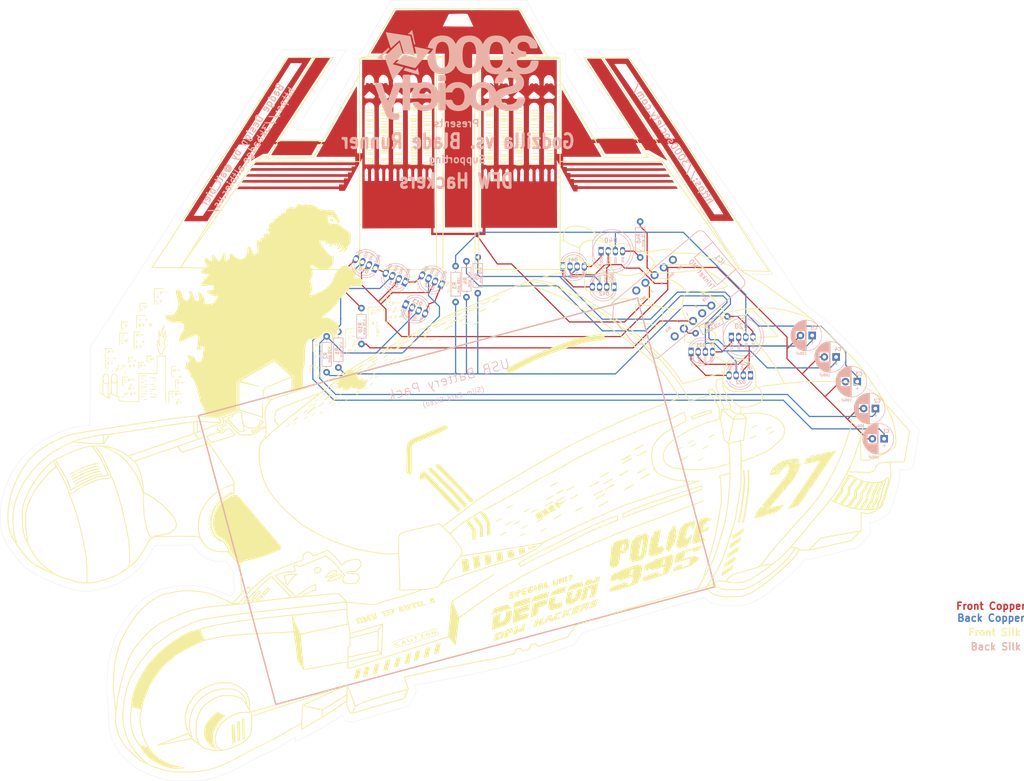
<source format=kicad_pcb>
(kicad_pcb (version 20171130) (host pcbnew "(5.1.0)-1")
  (title_block (title "3000 Society Badge PCB Design") (date 2019-03-30) (rev 2) (company "Created by @alt_bier a.k.a. Richard Gowen") (comment 1 https://github.com/gowenrw/3k_badge))
  (layers (0 F.Cu signal hide) (31 B.Cu signal hide) (34 B.Paste user hide) (35 F.Paste user hide) (36 B.SilkS user) (37 F.SilkS user hide) (38 B.Mask user hide) (39 F.Mask user hide) (44 Edge.Cuts user))
  (net 0 "")
  (net 1 "Net-(D10-Pad1)")
  (net 2 "Net-(D10-Pad4)")
  (net 3 "Net-(D11-Pad1)")
  (net 4 "Net-(D12-Pad1)")
  (net 5 "Net-(D20-Pad4)")
  (net 6 "Net-(D20-Pad1)")
  (net 7 "Net-(D21-Pad1)")
  (net 8 "Net-(D40-Pad1)")
  (net 9 "Net-(D40-Pad4)")
  (net 10 "Net-(D41-Pad1)")
  (net 11 "Net-(IC1-Pad3)")
  (net 12 "Net-(IC1-Pad7)")
  (net 13 "Net-(IC1-Pad8)")
  (net 14 "Net-(IC1-Pad10)")
  (net 15 "Net-(C1-Pad2)")
  (net 16 "Net-(C1-Pad1)")
  (net 17 "Net-(C2-Pad1)")
  (net 18 "Net-(C3-Pad1)")
  (net 19 "Net-(C4-Pad1)")
  (net 20 "Net-(C5-Pad1)")
  (net 21 "Net-(IC1-Pad4)")
  (module 3000_Society_Badge:3000_Society_Logo_Back_1400dpi (layer F.Cu) (at 140.8 36.4)
    (fp_text reference "" hide)
    (fp_text value 3000_Society_Logo_Back_1400dpi hide)
  )
  (module 3000_Society_Badge:DC27-3kbadge-for-export-v1-590dpi-FrontSilk (layer F.Cu) (at 141.6 103.5)
    (fp_text reference "" hide)
    (fp_text value "" hide)
  )
  (module 3000_Society_Badge:R_Axial_DIN0207_L6.3mm_D2.5mm_P7.62mm_Horizontal (layer F.Cu) (at 191.77 91.41 28)
    (fp_text reference R20 (at 3.5 -0.25 28) (layer B.SilkS) (effects (font (size 0.75 0.75)) (justify mirror)))
    (fp_text value "470 ohm" (at 3.908402 0.594468 28) (layer B.SilkS) (effects (font (size 0.5 0.5) (thickness 0.1)) (justify mirror)))
    (pad 2 thru_hole circle (at 7.62 0 28) (size 1.4 1.4) (drill 0.7) (layers *.Cu *.Mask) (net 5 "Net-(D20-Pad4)"))
    (pad 1 thru_hole circle (at 0 0 28) (size 1.4 1.4) (drill 0.7) (layers *.Cu *.Mask) (net 12 "Net-(IC1-Pad7)"))
  )
  (module 3000_Society_Badge:R_Axial_DIN0207_L6.3mm_D2.5mm_P7.62mm_Horizontal (layer F.Cu) (at 180 67.7 270)
    (fp_text reference R40 (at 3.6 0.3 270) (layer B.SilkS) (effects (font (size 0.75 0.75)) (justify mirror)))
    (fp_text value "470 ohm" (at 3.7 -0.6 270) (layer B.SilkS) (effects (font (size 0.5 0.5) (thickness 0.1)) (justify mirror)))
    (pad 2 thru_hole circle (at 7.62 0 270) (size 1.4 1.4) (drill 0.7) (layers *.Cu *.Mask) (net 9 "Net-(D40-Pad4)"))
    (pad 1 thru_hole circle (at 0 0 270) (size 1.4 1.4) (drill 0.7) (layers *.Cu *.Mask) (net 11 "Net-(IC1-Pad3)"))
  )
  (module 3000_Society_Badge:R_Axial_DIN0207_L6.3mm_D2.5mm_P7.62mm_Horizontal (layer F.Cu) (at 120.8 93.7 90)
    (fp_text reference R10 (at 3.5 -0.25 90) (layer B.SilkS) (effects (font (size 0.75 0.75)) (justify mirror)))
    (fp_text value "470 ohm" (at 3.6 0.6 90) (layer B.SilkS) (effects (font (size 0.5 0.5) (thickness 0.1)) (justify mirror)))
    (pad 2 thru_hole circle (at 7.62 0 90) (size 1.4 1.4) (drill 0.7) (layers *.Cu *.Mask) (net 2 "Net-(D10-Pad4)"))
    (pad 1 thru_hole circle (at 0 0 90) (size 1.4 1.4) (drill 0.7) (layers *.Cu *.Mask) (net 13 "Net-(IC1-Pad8)"))
  )
  (module 3000_Society_Badge:R_Axial_DIN0207_L6.3mm_D2.5mm_P7.62mm_Horizontal (layer F.Cu) (at 113.4 99.7 90)
    (fp_text reference R2 (at 3.5 -0.25 90) (layer B.SilkS) (effects (font (size 0.75 0.75)) (justify mirror)))
    (fp_text value "470 ohm" (at 3.7 0.6 90) (layer B.SilkS) (effects (font (size 0.5 0.5) (thickness 0.1)) (justify mirror)))
    (pad 2 thru_hole circle (at 7.62 0 90) (size 1.4 1.4) (drill 0.7) (layers *.Cu *.Mask) (net 17 "Net-(C2-Pad1)"))
    (pad 1 thru_hole circle (at 0 0 90) (size 1.4 1.4) (drill 0.7) (layers *.Cu *.Mask) (net 14 "Net-(IC1-Pad10)"))
  )
  (module 3000_Society_Badge:R_Axial_DIN0207_L6.3mm_D2.5mm_P7.62mm_Horizontal (layer F.Cu) (at 115.9 98.7 90)
    (fp_text reference R1 (at 3.5 -0.25 90) (layer B.SilkS) (effects (font (size 0.75 0.75)) (justify mirror)))
    (fp_text value "470 ohm" (at 3.8 0.6 90) (layer B.SilkS) (effects (font (size 0.5 0.5) (thickness 0.1)) (justify mirror)))
    (pad 2 thru_hole circle (at 7.62 0 90) (size 1.4 1.4) (drill 0.7) (layers *.Cu *.Mask) (net 16 "Net-(C1-Pad1)"))
    (pad 1 thru_hole circle (at 0 0 90) (size 1.4 1.4) (drill 0.7) (layers *.Cu *.Mask) (net 14 "Net-(IC1-Pad10)"))
  )
  (module 3000_Society_Badge:R_Axial_DIN0207_L6.3mm_D2.5mm_P7.62mm_Horizontal (layer F.Cu) (at 145.5 82.9 90)
    (fp_text reference R5 (at 3.5 -0.25 90) (layer B.SilkS) (effects (font (size 0.75 0.75)) (justify mirror)))
    (fp_text value "470 ohm" (at 3.81 0.6 90) (layer B.SilkS) (effects (font (size 0.5 0.5) (thickness 0.1)) (justify mirror)))
    (pad 2 thru_hole circle (at 7.62 0 90) (size 1.4 1.4) (drill 0.7) (layers *.Cu *.Mask) (net 20 "Net-(C5-Pad1)"))
    (pad 1 thru_hole circle (at 0 0 90) (size 1.4 1.4) (drill 0.7) (layers *.Cu *.Mask) (net 14 "Net-(IC1-Pad10)"))
  )
  (module 3000_Society_Badge:R_Axial_DIN0207_L6.3mm_D2.5mm_P7.62mm_Horizontal (layer F.Cu) (at 143.1 83.75 90)
    (fp_text reference R4 (at 3.5 -0.25 90) (layer B.SilkS) (effects (font (size 0.75 0.75)) (justify mirror)))
    (fp_text value "470 ohm" (at 3.75 0.6 90) (layer B.SilkS) (effects (font (size 0.5 0.5) (thickness 0.1)) (justify mirror)))
    (pad 2 thru_hole circle (at 7.62 0 90) (size 1.4 1.4) (drill 0.7) (layers *.Cu *.Mask) (net 19 "Net-(C4-Pad1)"))
    (pad 1 thru_hole circle (at 0 0 90) (size 1.4 1.4) (drill 0.7) (layers *.Cu *.Mask) (net 14 "Net-(IC1-Pad10)"))
  )
  (module 3000_Society_Badge:R_Axial_DIN0207_L6.3mm_D2.5mm_P7.62mm_Horizontal (layer F.Cu) (at 140.8 84.78 90)
    (fp_text reference R3 (at 3.5 -0.25 90) (layer B.SilkS) (effects (font (size 0.75 0.75)) (justify mirror)))
    (fp_text value "100 ohm" (at 3.58 0.6 90) (layer B.SilkS) (effects (font (size 0.5 0.5) (thickness 0.1)) (justify mirror)))
    (pad 2 thru_hole circle (at 7.62 0 90) (size 1.4 1.4) (drill 0.7) (layers *.Cu *.Mask) (net 18 "Net-(C3-Pad1)"))
    (pad 1 thru_hole circle (at 0 0 90) (size 1.4 1.4) (drill 0.7) (layers *.Cu *.Mask) (net 14 "Net-(IC1-Pad10)"))
  )
  (module 3000_Society_Badge:USB_Battery_Pack (layer F.Cu) (at 146.25 127 285)
    (fp_text reference REF**)
    (fp_text value USB_Battery_Pack)
    (fp_text user "(Slim Card Sized)" (at -22.86 0 15) (layer B.SilkS) (effects (font (thickness 0.1)) (justify mirror)))
    (fp_text user "USB Battery Pack" (at -26.67 0 15) (layer B.SilkS) (effects (font (size 2 2)) (justify mirror)))
  )
  (module 3000_Society_Badge:CP_Radial_D6.3mm_P2.50mm (layer F.Cu) (at 231.82 113.83 180)
    (fp_text reference C1 (at -0.381 1.651 180) (layer B.SilkS) (effects (font (size 0.75 0.75)) (justify mirror)))
    (fp_text value 100uF (at 2.22 -3.87 180) (layer B.SilkS) (effects (font (size 0.5 0.5) (thickness 0.1)) (justify mirror)))
    (pad 2 thru_hole circle (at 2.5 0 180) (size 1.6 1.6) (drill 0.8) (layers *.Cu *.Mask) (net 15 "Net-(C1-Pad2)"))
    (pad 1 thru_hole rect (at 0 0 180) (size 1.6 1.6) (drill 0.8) (layers *.Cu *.Mask) (net 16 "Net-(C1-Pad1)"))
  )
  (module 3000_Society_Badge:CP_Radial_D6.3mm_P2.50mm (layer F.Cu) (at 229.97 107.41 180)
    (fp_text reference C2 (at -0.381 1.651 180) (layer B.SilkS) (effects (font (size 0.75 0.75)) (justify mirror)))
    (fp_text value 100uF (at 3.47 -3.69 180) (layer B.SilkS) (effects (font (size 0.5 0.5) (thickness 0.1)) (justify mirror)))
    (pad 2 thru_hole circle (at 2.5 0 180) (size 1.6 1.6) (drill 0.8) (layers *.Cu *.Mask) (net 15 "Net-(C1-Pad2)"))
    (pad 1 thru_hole rect (at 0 0 180) (size 1.6 1.6) (drill 0.8) (layers *.Cu *.Mask) (net 17 "Net-(C2-Pad1)"))
  )
  (module 3000_Society_Badge:CP_Radial_D6.3mm_P2.50mm (layer F.Cu) (at 226.11 101.69 180)
    (fp_text reference C3 (at -0.381 1.651 180) (layer B.SilkS) (effects (font (size 0.75 0.75)) (justify mirror)))
    (fp_text value 100uF (at 2.31 -3.91 180) (layer B.SilkS) (effects (font (size 0.5 0.5) (thickness 0.1)) (justify mirror)))
    (pad 2 thru_hole circle (at 2.5 0 180) (size 1.6 1.6) (drill 0.8) (layers *.Cu *.Mask) (net 15 "Net-(C1-Pad2)"))
    (pad 1 thru_hole rect (at 0 0 180) (size 1.6 1.6) (drill 0.8) (layers *.Cu *.Mask) (net 18 "Net-(C3-Pad1)"))
  )
  (module 3000_Society_Badge:CP_Radial_D6.3mm_P2.50mm (layer F.Cu) (at 221.62 96.45 180)
    (fp_text reference C4 (at -0.381 1.651 180) (layer B.SilkS) (effects (font (size 0.75 0.75)) (justify mirror)))
    (fp_text value 100uF (at 2.42 -3.85 180) (layer B.SilkS) (effects (font (size 0.5 0.5) (thickness 0.1)) (justify mirror)))
    (pad 2 thru_hole circle (at 2.5 0 180) (size 1.6 1.6) (drill 0.8) (layers *.Cu *.Mask) (net 15 "Net-(C1-Pad2)"))
    (pad 1 thru_hole rect (at 0 0 180) (size 1.6 1.6) (drill 0.8) (layers *.Cu *.Mask) (net 19 "Net-(C4-Pad1)"))
  )
  (module 3000_Society_Badge:CP_Radial_D6.3mm_P2.50mm (layer F.Cu) (at 216.54 91.89 180)
    (fp_text reference C5 (at -0.381 1.651 180) (layer B.SilkS) (effects (font (size 0.75 0.75)) (justify mirror)))
    (fp_text value 100uF (at 2.34 -3.81 180) (layer B.SilkS) (effects (font (size 0.5 0.5) (thickness 0.1)) (justify mirror)))
    (pad 2 thru_hole circle (at 2.5 0 180) (size 1.6 1.6) (drill 0.8) (layers *.Cu *.Mask) (net 15 "Net-(C1-Pad2)"))
    (pad 1 thru_hole rect (at 0 0 180) (size 1.6 1.6) (drill 0.8) (layers *.Cu *.Mask) (net 20 "Net-(C5-Pad1)"))
  )
  (module 3000_Society_Badge:LED_D8.0mm-4_RGB_Neo (layer F.Cu) (at 199.13 92.22)
    (fp_text reference D20 (at 2.3495 -2.286) (layer B.SilkS) (effects (justify mirror)))
    (fp_text value LED_NeoPixel_THT_8mm)
    (fp_text user DIN (at 4.8895 1.778 90) (layer B.SilkS) (effects (font (size 0.5 0.5) (thickness 0.1)) (justify mirror)))
    (fp_text user DOUT (at 0.3175 2.0955 90) (layer B.SilkS) (effects (font (size 0.5 0.5) (thickness 0.1)) (justify mirror)))
    (fp_text user GND (at 1.8415 1.905 90) (layer B.SilkS) (effects (font (size 0.5 0.5) (thickness 0.1)) (justify mirror)))
    (fp_text user VDD (at 3.3655 1.9685 90) (layer B.SilkS) (effects (font (size 0.5 0.5) (thickness 0.1)) (justify mirror)))
    (pad 4 thru_hole oval (at 4.826 0) (size 1.07 1.8) (drill 0.9) (layers *.Cu *.Mask) (net 5 "Net-(D20-Pad4)"))
    (pad 3 thru_hole oval (at 3.302 0) (size 1.07 1.8) (drill 0.9) (layers *.Cu *.Mask) (net 18 "Net-(C3-Pad1)"))
    (pad 2 thru_hole oval (at 1.778 0) (size 1.07 1.8) (drill 0.9) (layers *.Cu *.Mask) (net 15 "Net-(C1-Pad2)"))
    (pad 1 thru_hole rect (at 0.254 0) (size 1.07 1.8) (drill 0.9) (layers *.Cu *.Mask) (net 6 "Net-(D20-Pad1)"))
  )
  (module 3000_Society_Badge:LED_D8.0mm-4_RGB_Neo (layer F.Cu) (at 171.44 73.98)
    (fp_text reference D40 (at 2.3495 -2.286) (layer B.SilkS) (effects (justify mirror)))
    (fp_text value LED_NeoPixel_THT_8mm)
    (fp_text user DIN (at 4.8895 1.778 90) (layer B.SilkS) (effects (font (size 0.5 0.5) (thickness 0.1)) (justify mirror)))
    (fp_text user DOUT (at 0.3175 2.0955 90) (layer B.SilkS) (effects (font (size 0.5 0.5) (thickness 0.1)) (justify mirror)))
    (fp_text user GND (at 1.8415 1.905 90) (layer B.SilkS) (effects (font (size 0.5 0.5) (thickness 0.1)) (justify mirror)))
    (fp_text user VDD (at 3.3655 1.9685 90) (layer B.SilkS) (effects (font (size 0.5 0.5) (thickness 0.1)) (justify mirror)))
    (pad 4 thru_hole oval (at 4.826 0) (size 1.07 1.8) (drill 0.9) (layers *.Cu *.Mask) (net 9 "Net-(D40-Pad4)"))
    (pad 3 thru_hole oval (at 3.302 0) (size 1.07 1.8) (drill 0.9) (layers *.Cu *.Mask) (net 18 "Net-(C3-Pad1)"))
    (pad 2 thru_hole oval (at 1.778 0) (size 1.07 1.8) (drill 0.9) (layers *.Cu *.Mask) (net 15 "Net-(C1-Pad2)"))
    (pad 1 thru_hole rect (at 0.254 0) (size 1.07 1.8) (drill 0.9) (layers *.Cu *.Mask) (net 8 "Net-(D40-Pad1)"))
  )
  (module 3000_Society_Badge:LED_D5.0mm-4_RGB_Neo (layer F.Cu) (at 123.41 77.43 155)
    (fp_text reference D10 (at 1.7145 -1.4605 155) (layer B.SilkS) (effects (font (size 0.75 0.75)) (justify mirror)))
    (fp_text value LED_NeoPixel_THT_5mm)
    (fp_text user DIN (at 4.0005 1.5875 245) (layer B.SilkS) (effects (font (size 0.5 0.5) (thickness 0.1)) (justify mirror)))
    (fp_text user DOUT (at 0 1.9685 245) (layer B.SilkS) (effects (font (size 0.5 0.5) (thickness 0.1)) (justify mirror)))
    (fp_text user GND (at 1.397 1.778 245) (layer B.SilkS) (effects (font (size 0.5 0.5) (thickness 0.1)) (justify mirror)))
    (fp_text user VDD (at 2.6035 1.778 245) (layer B.SilkS) (effects (font (size 0.5 0.5) (thickness 0.1)) (justify mirror)))
    (pad 4 thru_hole oval (at 4.191 0 155) (size 1.07 1.8) (drill 0.9) (layers *.Cu *.Mask) (net 2 "Net-(D10-Pad4)"))
    (pad 3 thru_hole oval (at 2.667 0 155) (size 1.07 1.8) (drill 0.9) (layers *.Cu *.Mask) (net 16 "Net-(C1-Pad1)"))
    (pad 2 thru_hole oval (at 1.143 0 155) (size 1.07 1.8) (drill 0.9) (layers *.Cu *.Mask) (net 15 "Net-(C1-Pad2)"))
    (pad 1 thru_hole rect (at -0.381 0 155) (size 1.07 1.8) (drill 0.9) (layers *.Cu *.Mask) (net 1 "Net-(D10-Pad1)"))
  )
  (module 3000_Society_Badge:LED_D5.0mm-4_RGB_Neo (layer F.Cu) (at 129.76 80.38 155)
    (fp_text reference D11 (at 1.7145 -1.4605 155) (layer B.SilkS) (effects (font (size 0.75 0.75)) (justify mirror)))
    (fp_text value LED_NeoPixel_THT_5mm)
    (fp_text user DIN (at 4.0005 1.5875 245) (layer B.SilkS) (effects (font (size 0.5 0.5) (thickness 0.1)) (justify mirror)))
    (fp_text user DOUT (at 0 1.9685 245) (layer B.SilkS) (effects (font (size 0.5 0.5) (thickness 0.1)) (justify mirror)))
    (fp_text user GND (at 1.397 1.778 245) (layer B.SilkS) (effects (font (size 0.5 0.5) (thickness 0.1)) (justify mirror)))
    (fp_text user VDD (at 2.6035 1.778 245) (layer B.SilkS) (effects (font (size 0.5 0.5) (thickness 0.1)) (justify mirror)))
    (pad 4 thru_hole oval (at 4.191 0 155) (size 1.07 1.8) (drill 0.9) (layers *.Cu *.Mask) (net 1 "Net-(D10-Pad1)"))
    (pad 3 thru_hole oval (at 2.667 0 155) (size 1.07 1.8) (drill 0.9) (layers *.Cu *.Mask) (net 16 "Net-(C1-Pad1)"))
    (pad 2 thru_hole oval (at 1.143 0 155) (size 1.07 1.8) (drill 0.9) (layers *.Cu *.Mask) (net 15 "Net-(C1-Pad2)"))
    (pad 1 thru_hole rect (at -0.381 0 155) (size 1.07 1.8) (drill 0.9) (layers *.Cu *.Mask) (net 3 "Net-(D11-Pad1)"))
  )
  (module 3000_Society_Badge:LED_D5.0mm-4_RGB_Neo (layer F.Cu) (at 137.46 80.9 155)
    (fp_text reference D12 (at 1.7145 -1.4605 155) (layer B.SilkS) (effects (font (size 0.75 0.75)) (justify mirror)))
    (fp_text value LED_NeoPixel_THT_5mm)
    (fp_text user DIN (at 4.0005 1.5875 245) (layer B.SilkS) (effects (font (size 0.5 0.5) (thickness 0.1)) (justify mirror)))
    (fp_text user DOUT (at 0 1.9685 245) (layer B.SilkS) (effects (font (size 0.5 0.5) (thickness 0.1)) (justify mirror)))
    (fp_text user GND (at 1.397 1.778 245) (layer B.SilkS) (effects (font (size 0.5 0.5) (thickness 0.1)) (justify mirror)))
    (fp_text user VDD (at 2.6035 1.778 245) (layer B.SilkS) (effects (font (size 0.5 0.5) (thickness 0.1)) (justify mirror)))
    (pad 4 thru_hole oval (at 4.191 0 155) (size 1.07 1.8) (drill 0.9) (layers *.Cu *.Mask) (net 3 "Net-(D11-Pad1)"))
    (pad 3 thru_hole oval (at 2.667 0 155) (size 1.07 1.8) (drill 0.9) (layers *.Cu *.Mask) (net 17 "Net-(C2-Pad1)"))
    (pad 2 thru_hole oval (at 1.143 0 155) (size 1.07 1.8) (drill 0.9) (layers *.Cu *.Mask) (net 15 "Net-(C1-Pad2)"))
    (pad 1 thru_hole rect (at -0.381 0 155) (size 1.07 1.8) (drill 0.9) (layers *.Cu *.Mask) (net 4 "Net-(D12-Pad1)"))
  )
  (module 3000_Society_Badge:LED_D5.0mm-4_RGB_Neo (layer F.Cu) (at 130.53 85.47 335)
    (fp_text reference D13 (at 1.7145 -1.4605 335) (layer B.SilkS) (effects (font (size 0.75 0.75)) (justify mirror)))
    (fp_text value LED_NeoPixel_THT_5mm)
    (fp_text user DIN (at 4.0005 1.5875 65) (layer B.SilkS) (effects (font (size 0.5 0.5) (thickness 0.1)) (justify mirror)))
    (fp_text user DOUT (at 0 1.9685 65) (layer B.SilkS) (effects (font (size 0.5 0.5) (thickness 0.1)) (justify mirror)))
    (fp_text user GND (at 1.397 1.778 65) (layer B.SilkS) (effects (font (size 0.5 0.5) (thickness 0.1)) (justify mirror)))
    (fp_text user VDD (at 2.6035 1.778 65) (layer B.SilkS) (effects (font (size 0.5 0.5) (thickness 0.1)) (justify mirror)))
    (pad 4 thru_hole oval (at 4.191 0 335) (size 1.07 1.8) (drill 0.9) (layers *.Cu *.Mask) (net 4 "Net-(D12-Pad1)"))
    (pad 3 thru_hole oval (at 2.667 0 335) (size 1.07 1.8) (drill 0.9) (layers *.Cu *.Mask) (net 17 "Net-(C2-Pad1)"))
    (pad 2 thru_hole oval (at 1.143 0 335) (size 1.07 1.8) (drill 0.9) (layers *.Cu *.Mask) (net 15 "Net-(C1-Pad2)"))
    (pad 1 thru_hole rect (at -0.381 0 335) (size 1.07 1.8) (drill 0.9) (layers *.Cu *.Mask))
  )
  (module 3000_Society_Badge:LED_D5.0mm-4_RGB_Neo (layer F.Cu) (at 191.19 95.38)
    (fp_text reference D21 (at 1.7145 -1.4605) (layer B.SilkS) (effects (font (size 0.75 0.75)) (justify mirror)))
    (fp_text value LED_NeoPixel_THT_5mm)
    (fp_text user DIN (at 4.0005 1.5875 90) (layer B.SilkS) (effects (font (size 0.5 0.5) (thickness 0.1)) (justify mirror)))
    (fp_text user DOUT (at 0 1.9685 90) (layer B.SilkS) (effects (font (size 0.5 0.5) (thickness 0.1)) (justify mirror)))
    (fp_text user GND (at 1.397 1.778 90) (layer B.SilkS) (effects (font (size 0.5 0.5) (thickness 0.1)) (justify mirror)))
    (fp_text user VDD (at 2.6035 1.778 90) (layer B.SilkS) (effects (font (size 0.5 0.5) (thickness 0.1)) (justify mirror)))
    (pad 4 thru_hole oval (at 4.191 0) (size 1.07 1.8) (drill 0.9) (layers *.Cu *.Mask) (net 6 "Net-(D20-Pad1)"))
    (pad 3 thru_hole oval (at 2.667 0) (size 1.07 1.8) (drill 0.9) (layers *.Cu *.Mask) (net 19 "Net-(C4-Pad1)"))
    (pad 2 thru_hole oval (at 1.143 0) (size 1.07 1.8) (drill 0.9) (layers *.Cu *.Mask) (net 15 "Net-(C1-Pad2)"))
    (pad 1 thru_hole rect (at -0.381 0) (size 1.07 1.8) (drill 0.9) (layers *.Cu *.Mask) (net 7 "Net-(D21-Pad1)"))
  )
  (module 3000_Society_Badge:LED_D5.0mm-4_RGB_Neo (layer F.Cu) (at 203.06 100.36 180)
    (fp_text reference D22 (at 1.7145 -1.4605 180) (layer B.SilkS) (effects (font (size 0.75 0.75)) (justify mirror)))
    (fp_text value LED_NeoPixel_THT_5mm)
    (fp_text user DIN (at 4.0005 1.5875 270) (layer B.SilkS) (effects (font (size 0.5 0.5) (thickness 0.1)) (justify mirror)))
    (fp_text user DOUT (at 0 1.9685 270) (layer B.SilkS) (effects (font (size 0.5 0.5) (thickness 0.1)) (justify mirror)))
    (fp_text user GND (at 1.397 1.778 270) (layer B.SilkS) (effects (font (size 0.5 0.5) (thickness 0.1)) (justify mirror)))
    (fp_text user VDD (at 2.6035 1.778 270) (layer B.SilkS) (effects (font (size 0.5 0.5) (thickness 0.1)) (justify mirror)))
    (pad 4 thru_hole oval (at 4.191 0 180) (size 1.07 1.8) (drill 0.9) (layers *.Cu *.Mask) (net 7 "Net-(D21-Pad1)"))
    (pad 3 thru_hole oval (at 2.667 0 180) (size 1.07 1.8) (drill 0.9) (layers *.Cu *.Mask) (net 19 "Net-(C4-Pad1)"))
    (pad 2 thru_hole oval (at 1.143 0 180) (size 1.07 1.8) (drill 0.9) (layers *.Cu *.Mask) (net 15 "Net-(C1-Pad2)"))
    (pad 1 thru_hole rect (at -0.381 0 180) (size 1.07 1.8) (drill 0.9) (layers *.Cu *.Mask))
  )
  (module 3000_Society_Badge:LED_D5.0mm-4_RGB_Neo (layer F.Cu) (at 163.95 77.25)
    (fp_text reference D41 (at 1.7145 -1.4605) (layer B.SilkS) (effects (font (size 0.75 0.75)) (justify mirror)))
    (fp_text value LED_NeoPixel_THT_5mm)
    (fp_text user DIN (at 4.0005 1.5875 90) (layer B.SilkS) (effects (font (size 0.5 0.5) (thickness 0.1)) (justify mirror)))
    (fp_text user DOUT (at 0 1.9685 90) (layer B.SilkS) (effects (font (size 0.5 0.5) (thickness 0.1)) (justify mirror)))
    (fp_text user GND (at 1.397 1.778 90) (layer B.SilkS) (effects (font (size 0.5 0.5) (thickness 0.1)) (justify mirror)))
    (fp_text user VDD (at 2.6035 1.778 90) (layer B.SilkS) (effects (font (size 0.5 0.5) (thickness 0.1)) (justify mirror)))
    (pad 4 thru_hole oval (at 4.191 0) (size 1.07 1.8) (drill 0.9) (layers *.Cu *.Mask) (net 8 "Net-(D40-Pad1)"))
    (pad 3 thru_hole oval (at 2.667 0) (size 1.07 1.8) (drill 0.9) (layers *.Cu *.Mask) (net 20 "Net-(C5-Pad1)"))
    (pad 2 thru_hole oval (at 1.143 0) (size 1.07 1.8) (drill 0.9) (layers *.Cu *.Mask) (net 15 "Net-(C1-Pad2)"))
    (pad 1 thru_hole rect (at -0.381 0) (size 1.07 1.8) (drill 0.9) (layers *.Cu *.Mask) (net 10 "Net-(D41-Pad1)"))
  )
  (module 3000_Society_Badge:LED_D5.0mm-4_RGB_Neo (layer F.Cu) (at 174.04 81.57 180)
    (fp_text reference D42 (at 1.7145 -1.4605 180) (layer B.SilkS) (effects (font (size 0.75 0.75)) (justify mirror)))
    (fp_text value LED_NeoPixel_THT_5mm)
    (fp_text user DIN (at 4.0005 1.5875 270) (layer B.SilkS) (effects (font (size 0.5 0.5) (thickness 0.1)) (justify mirror)))
    (fp_text user DOUT (at 0 1.9685 270) (layer B.SilkS) (effects (font (size 0.5 0.5) (thickness 0.1)) (justify mirror)))
    (fp_text user GND (at 1.397 1.778 270) (layer B.SilkS) (effects (font (size 0.5 0.5) (thickness 0.1)) (justify mirror)))
    (fp_text user VDD (at 2.6035 1.778 270) (layer B.SilkS) (effects (font (size 0.5 0.5) (thickness 0.1)) (justify mirror)))
    (pad 4 thru_hole oval (at 4.191 0 180) (size 1.07 1.8) (drill 0.9) (layers *.Cu *.Mask) (net 10 "Net-(D41-Pad1)"))
    (pad 3 thru_hole oval (at 2.667 0 180) (size 1.07 1.8) (drill 0.9) (layers *.Cu *.Mask) (net 20 "Net-(C5-Pad1)"))
    (pad 2 thru_hole oval (at 1.143 0 180) (size 1.07 1.8) (drill 0.9) (layers *.Cu *.Mask) (net 15 "Net-(C1-Pad2)"))
    (pad 1 thru_hole rect (at -0.381 0 180) (size 1.07 1.8) (drill 0.9) (layers *.Cu *.Mask))
  )
  (module 3000_Society_Badge:Trinket_M0 (layer F.Cu) (at 197.84568 74.96048 310)
    (fp_text reference IC1 (at 0 1.27 310) (layer B.SilkS) (effects (justify mirror)))
    (fp_text value Trinket_M0)
    (fp_text user "Trinket M0" (at 0 6.1595 310) (layer B.SilkS) (effects (justify mirror)))
    (fp_text user 5V (at 3.4925 8.89 40) (layer B.SilkS) (effects (font (size 0.5 0.5) (thickness 0.1)) (justify mirror)))
    (fp_text user 3V3 (at 4.3815 19.1135 40) (layer B.SilkS) (effects (font (size 0.5 0.5) (thickness 0.1)) (justify mirror)))
    (fp_text user 2 (at 4.445 16.4465 40) (layer B.SilkS) (effects (font (size 0.5 0.5) (thickness 0.1)) (justify mirror)))
    (fp_text user 1 (at 4.445 14.0335 40) (layer B.SilkS) (effects (font (size 0.5 0.5) (thickness 0.1)) (justify mirror)))
    (fp_text user 0 (at 4.445 11.4935 40) (layer B.SilkS) (effects (font (size 0.5 0.5) (thickness 0.1)) (justify mirror)))
    (fp_text user USB (at 4.445 8.89 40) (layer B.SilkS) (effects (font (size 0.5 0.5) (thickness 0.1)) (justify mirror)))
    (fp_text user RST (at -4.064 19.05 40) (layer B.SilkS) (effects (font (size 0.5 0.5) (thickness 0.1)) (justify mirror)))
    (fp_text user 3 (at -4.064 16.5735 40) (layer B.SilkS) (effects (font (size 0.5 0.5) (thickness 0.1)) (justify mirror)))
    (fp_text user 4 (at -4.064 13.9065 40) (layer B.SilkS) (effects (font (size 0.5 0.5) (thickness 0.1)) (justify mirror)))
    (fp_text user GND (at -4.064 11.3665 40) (layer B.SilkS) (effects (font (size 0.5 0.5) (thickness 0.1)) (justify mirror)))
    (fp_text user BAT (at -4.064 8.89 40) (layer B.SilkS) (effects (font (size 0.5 0.5) (thickness 0.1)) (justify mirror)))
    (pad 10 thru_hole circle (at 6.35 8.89 310) (size 1.7 1.7) (drill 1) (layers *.Cu *.Mask) (net 14 "Net-(IC1-Pad10)"))
    (pad 9 thru_hole circle (at 6.35 11.43 310) (size 1.7 1.7) (drill 1) (layers *.Cu *.Mask))
    (pad 8 thru_hole circle (at 6.35 13.97 310) (size 1.7 1.7) (drill 1) (layers *.Cu *.Mask) (net 13 "Net-(IC1-Pad8)"))
    (pad 7 thru_hole circle (at 6.35 16.51 310) (size 1.7 1.7) (drill 1) (layers *.Cu *.Mask) (net 12 "Net-(IC1-Pad7)"))
    (pad 6 thru_hole circle (at 6.35 19.05 310) (size 1.7 1.7) (drill 1) (layers *.Cu *.Mask))
    (pad 5 thru_hole circle (at -6.35 19.05 310) (size 1.7 1.7) (drill 1) (layers *.Cu *.Mask))
    (pad 4 thru_hole circle (at -6.35 16.51 310) (size 1.7 1.7) (drill 1) (layers *.Cu *.Mask) (net 21 "Net-(IC1-Pad4)"))
    (pad 3 thru_hole circle (at -6.35 13.97 310) (size 1.7 1.7) (drill 1) (layers *.Cu *.Mask) (net 11 "Net-(IC1-Pad3)"))
    (pad 2 thru_hole circle (at -6.35 11.43 310) (size 1.7 1.7) (drill 1) (layers *.Cu *.Mask) (net 15 "Net-(C1-Pad2)"))
    (pad 1 thru_hole circle (at -6.35 8.89 310) (size 1.7 1.7) (drill 1) (layers *.Cu *.Mask))
  )
  (module 3000_Society_Badge:Tyrell_Touch_Pad (layer F.Cu) (at 141.5 46)
    (fp_text reference TP1 hide)
    (fp_text value TouchPad hide)
    (fp_poly (pts (xy -21.715555 -7.024635) (xy -21.707939 -7.008028) (xy -21.701084 -6.973619) (xy -21.69495 -6.917725) (xy -21.689496 -6.836667) (xy -21.684682 -6.726764) (xy -21.680467 -6.584334) (xy -21.676811 -6.405696) (xy -21.673672 -6.187171) (xy -21.67101 -5.925076) (xy -21.668784 -5.615731) (xy -21.666955 -5.255456) (xy -21.66548 -4.840568) (xy -21.66432 -4.367388) (xy -21.663434 -3.832234) (xy -21.662781 -3.231426) (xy -21.662321 -2.561282) (xy -21.662012 -1.818122) (xy -21.661815 -0.998265) (xy -21.661689 -0.09803) (xy -21.661638 0.398514) (xy -21.660914 7.930409) (xy -30.302517 7.930409) (xy -30.251417 7.833708) (xy -30.222733 7.782567) (xy -30.153845 7.661376) (xy -30.047262 7.474514) (xy -29.905497 7.22636) (xy -29.731058 6.92129) (xy -29.526456 6.563684) (xy -29.294203 6.157919) (xy -29.036807 5.708374) (xy -28.75678 5.219427) (xy -28.456631 4.695455) (xy -28.138872 4.140838) (xy -27.806012 3.559952) (xy -27.460562 2.957177) (xy -27.105033 2.33689) (xy -26.741934 1.703469) (xy -26.373776 1.061294) (xy -26.00307 0.414741) (xy -25.632325 -0.231812) (xy -25.264053 -0.873985) (xy -24.900763 -1.507401) (xy -24.544966 -2.127682) (xy -24.199172 -2.730449) (xy -23.865892 -3.311325) (xy -23.547635 -3.865931) (xy -23.246914 -4.38989) (xy -22.966236 -4.878822) (xy -22.708114 -5.328351) (xy -22.475058 -5.734097) (xy -22.269577 -6.091683) (xy -22.094183 -6.396731) (xy -21.951385 -6.644862) (xy -21.843694 -6.831699) (xy -21.773621 -6.952862) (xy -21.743675 -7.003975) (xy -21.743381 -7.004447) (xy -21.733236 -7.019164) (xy -21.723974 -7.02712) (xy -21.715555 -7.024635)) (layer F.Cu) (width 0.01))
    (fp_poly (pts (xy -33.286057 4.621955) (xy -32.719639 4.622631) (xy -32.183992 4.62378) (xy -31.68495 4.625366) (xy -31.228348 4.627353) (xy -30.820022 4.629705) (xy -30.465804 4.632387) (xy -30.171531 4.635363) (xy -29.943037 4.638597) (xy -29.786157 4.642053) (xy -29.706725 4.645696) (xy -29.6978 4.647417) (xy -29.718298 4.689398) (xy -29.776747 4.797881) (xy -29.86858 4.964662) (xy -29.98923 5.18154) (xy -30.134129 5.440312) (xy -30.29871 5.732776) (xy -30.478407 6.050729) (xy -30.523411 6.130158) (xy -31.349022 7.586585) (xy -35.616305 7.586585) (xy -36.213948 7.586313) (xy -36.786716 7.585522) (xy -37.328834 7.584249) (xy -37.834527 7.582531) (xy -38.298021 7.580407) (xy -38.713542 7.577912) (xy -39.075314 7.575086) (xy -39.377564 7.571965) (xy -39.614516 7.568586) (xy -39.780397 7.564988) (xy -39.869433 7.561206) (xy -39.883587 7.558953) (xy -39.861473 7.517698) (xy -39.798373 7.411627) (xy -39.699149 7.24863) (xy -39.568664 7.036598) (xy -39.41178 6.783423) (xy -39.23336 6.496994) (xy -39.038266 6.185204) (xy -38.970304 6.076897) (xy -38.057022 4.622472) (xy -33.877411 4.621787) (xy -33.286057 4.621955)) (layer F.Cu) (width 0.01))
    (fp_poly (pts (xy -29.153242 -13.077436) (xy -28.875453 -13.075642) (xy -27.348143 -13.064346) (xy -33.982885 -2.900048) (xy -40.617626 7.26425) (xy -41.53824 7.307228) (xy -42.860039 8.048598) (xy -43.167351 8.220649) (xy -43.45051 8.378571) (xy -43.700901 8.517608) (xy -43.909906 8.632999) (xy -44.06891 8.719987) (xy -44.169296 8.773812) (xy -44.202362 8.789969) (xy -44.188522 8.756119) (xy -44.136037 8.663577) (xy -44.052901 8.525853) (xy -43.947107 8.356459) (xy -43.929016 8.327955) (xy -43.881658 8.25315) (xy -43.790409 8.108662) (xy -43.657192 7.897539) (xy -43.483926 7.62283) (xy -43.272534 7.287584) (xy -43.024937 6.894848) (xy -42.743054 6.447671) (xy -42.428808 5.949101) (xy -42.084119 5.402187) (xy -41.710908 4.809977) (xy -41.311096 4.175519) (xy -40.886605 3.501862) (xy -40.439355 2.792054) (xy -39.971268 2.049142) (xy -39.484264 1.276177) (xy -38.980264 0.476205) (xy -38.46119 -0.347725) (xy -37.928962 -1.192564) (xy -37.385502 -2.055265) (xy -37.06993 -2.556224) (xy -36.524077 -3.422664) (xy -35.989891 -4.270404) (xy -35.469201 -5.096547) (xy -34.963838 -5.898197) (xy -34.475629 -6.672456) (xy -34.006405 -7.416429) (xy -33.557994 -8.127219) (xy -33.132226 -8.801929) (xy -32.73093 -9.437664) (xy -32.355935 -10.031525) (xy -32.00907 -10.580618) (xy -31.692165 -11.082046) (xy -31.407049 -11.532911) (xy -31.15555 -11.930319) (xy -30.939499 -12.271371) (xy -30.760724 -12.553172) (xy -30.621055 -12.772825) (xy -30.522321 -12.927433) (xy -30.466351 -13.014101) (xy -30.453738 -13.032664) (xy -30.420895 -13.047592) (xy -30.348805 -13.059357) (xy -30.230427 -13.068149) (xy -30.058722 -13.074162) (xy -29.82665 -13.077586) (xy -29.52717 -13.078614) (xy -29.153242 -13.077436)) (layer F.Cu) (width 0.01))
    (fp_poly (pts (xy 29.712873 -12.904672) (xy 29.919677 -12.900254) (xy 30.06884 -12.893148) (xy 30.167434 -12.883158) (xy 30.222533 -12.87009) (xy 30.237594 -12.86076) (xy 30.264771 -12.820677) (xy 30.336856 -12.711289) (xy 30.452011 -12.535422) (xy 30.6084 -12.295905) (xy 30.804184 -11.995566) (xy 31.037526 -11.637233) (xy 31.306589 -11.223733) (xy 31.609537 -10.757896) (xy 31.94453 -10.242548) (xy 32.309733 -9.680518) (xy 32.703307 -9.074635) (xy 33.123416 -8.427725) (xy 33.568222 -7.742616) (xy 34.035888 -7.022138) (xy 34.524576 -6.269118) (xy 35.032449 -5.486383) (xy 35.557671 -4.676763) (xy 36.098402 -3.843084) (xy 36.652807 -2.988176) (xy 37.197609 -2.147933) (xy 37.763694 -1.274795) (xy 38.317953 -0.419903) (xy 38.858541 0.413899) (xy 39.383617 1.223769) (xy 39.891338 2.006866) (xy 40.37986 2.760346) (xy 40.84734 3.481368) (xy 41.291936 4.167088) (xy 41.711804 4.814664) (xy 42.105102 5.421255) (xy 42.469986 5.984017) (xy 42.804614 6.500108) (xy 43.107143 6.966686) (xy 43.37573 7.380909) (xy 43.608531 7.739933) (xy 43.803705 8.040917) (xy 43.959407 8.281018) (xy 44.073795 8.457393) (xy 44.145026 8.567201) (xy 44.17107 8.607313) (xy 44.205158 8.676844) (xy 44.197075 8.703213) (xy 44.153512 8.682479) (xy 44.042396 8.623256) (xy 43.870901 8.529528) (xy 43.646202 8.405283) (xy 43.375471 8.254507) (xy 43.065885 8.081187) (xy 42.724616 7.889309) (xy 42.358838 7.68286) (xy 42.247377 7.6198) (xy 40.334856 6.537188) (xy 39.66482 6.490646) (xy 33.414356 -3.200894) (xy 27.163893 -12.892434) (xy 28.675876 -12.903738) (xy 29.098045 -12.906219) (xy 29.441353 -12.906595) (xy 29.712873 -12.904672)) (layer F.Cu) (width 0.01))
    (fp_poly (pts (xy 37.897276 5.666424) (xy 38.075353 6.003697) (xy 38.240251 6.317332) (xy 38.38775 6.599208) (xy 38.513633 6.841202) (xy 38.613682 7.035195) (xy 38.683679 7.173063) (xy 38.719405 7.246686) (xy 38.723181 7.25661) (xy 38.681223 7.260927) (xy 38.559426 7.26505) (xy 38.363907 7.268934) (xy 38.100784 7.27253) (xy 37.776173 7.275793) (xy 37.396193 7.278676) (xy 36.966959 7.28113) (xy 36.494589 7.283111) (xy 35.985201 7.28457) (xy 35.444911 7.285461) (xy 34.920619 7.285739) (xy 31.118056 7.285739) (xy 31.057392 7.189038) (xy 31.012172 7.114459) (xy 30.932433 6.980303) (xy 30.823701 6.79604) (xy 30.691498 6.571139) (xy 30.541352 6.315067) (xy 30.378785 6.037294) (xy 30.209322 5.747288) (xy 30.038489 5.454519) (xy 29.871809 5.168455) (xy 29.714808 4.898565) (xy 29.57301 4.654318) (xy 29.45194 4.445182) (xy 29.357121 4.280625) (xy 29.29408 4.170118) (xy 29.26834 4.123128) (xy 29.26802 4.122203) (xy 29.309992 4.119739) (xy 29.43188 4.117384) (xy 29.627647 4.115163) (xy 29.891253 4.113103) (xy 30.216658 4.111229) (xy 30.597825 4.109569) (xy 31.028714 4.108147) (xy 31.503287 4.106989) (xy 32.015503 4.106123) (xy 32.559326 4.105574) (xy 33.128714 4.105368) (xy 33.169696 4.105367) (xy 37.071372 4.105367) (xy 37.897276 5.666424)) (layer F.Cu) (width 0.01))
    (fp_poly (pts (xy 21.894504 -6.274031) (xy 21.961315 -6.163025) (xy 22.06753 -5.985262) (xy 22.210998 -5.744372) (xy 22.389569 -5.443983) (xy 22.601093 -5.087725) (xy 22.843417 -4.679226) (xy 23.114391 -4.222116) (xy 23.411865 -3.720025) (xy 23.733688 -3.176581) (xy 24.077709 -2.595413) (xy 24.441778 -1.98015) (xy 24.823743 -1.334423) (xy 25.221454 -0.661859) (xy 25.63276 0.033912) (xy 26.045071 0.731593) (xy 26.468054 1.447391) (xy 26.879781 2.14405) (xy 27.278082 2.817902) (xy 27.660789 3.46528) (xy 28.025732 4.082518) (xy 28.370741 4.665948) (xy 28.693646 5.211902) (xy 28.992277 5.716715) (xy 29.264466 6.176718) (xy 29.508042 6.588244) (xy 29.720836 6.947627) (xy 29.900679 7.251199) (xy 30.0454 7.495292) (xy 30.15283 7.676241) (xy 30.220799 7.790377) (xy 30.246925 7.833708) (xy 30.309378 7.930409) (xy 21.832826 7.930409) (xy 21.832826 0.787465) (xy 21.833041 0.01166) (xy 21.833671 -0.740147) (xy 21.834693 -1.463528) (xy 21.836085 -2.154054) (xy 21.837824 -2.807295) (xy 21.839887 -3.418821) (xy 21.842252 -3.984204) (xy 21.844895 -4.499015) (xy 21.847794 -4.958823) (xy 21.850927 -5.3592) (xy 21.85427 -5.695717) (xy 21.857801 -5.963944) (xy 21.861497 -6.159452) (xy 21.865335 -6.277811) (xy 21.869248 -6.31465) (xy 21.894504 -6.274031)) (layer F.Cu) (width 0.01))
    (fp_poly (pts (xy 12.753723 -12.613075) (xy 20.779865 -12.613074) (xy 20.790467 1.945723) (xy 20.791383 3.097412) (xy 20.792448 4.245098) (xy 20.793652 5.384651) (xy 20.794986 6.511942) (xy 20.796442 7.622843) (xy 20.798011 8.713223) (xy 20.799684 9.778953) (xy 20.801451 10.815905) (xy 20.803305 11.819949) (xy 20.805237 12.786955) (xy 20.807236 13.712794) (xy 20.809296 14.593338) (xy 20.811406 15.424456) (xy 20.813558 16.202019) (xy 20.815743 16.921899) (xy 20.817952 17.579966) (xy 20.820176 18.17209) (xy 20.822407 18.694143) (xy 20.824635 19.141995) (xy 20.826852 19.511516) (xy 20.828714 19.760104) (xy 20.856359 23.015688) (xy 4.72758 23.015688) (xy 4.726479 13.124769) (xy 5.243317 13.124769) (xy 5.340017 13.143394) (xy 5.4324 13.153899) (xy 5.577595 13.162854) (xy 5.726819 13.167873) (xy 6.016921 13.173725) (xy 6.015978 12.589729) (xy 6.660404 12.589729) (xy 6.664243 12.800021) (xy 6.675767 12.952303) (xy 6.698525 13.055873) (xy 6.736064 13.120031) (xy 6.791932 13.154074) (xy 6.869678 13.1673) (xy 6.972849 13.169009) (xy 7.104994 13.168499) (xy 7.123604 13.16874) (xy 7.435195 13.173725) (xy 7.435195 10.803867) (xy 8.423689 10.803867) (xy 8.423689 13.124769) (xy 8.520389 13.144259) (xy 8.613672 13.153666) (xy 8.758628 13.158463) (xy 8.896447 13.157993) (xy 9.175804 13.152236) (xy 9.181228 12.589729) (xy 9.840776 12.589729) (xy 9.844615 12.800021) (xy 9.856139 12.952303) (xy 9.878897 13.055873) (xy 9.916436 13.120031) (xy 9.972304 13.154074) (xy 10.05005 13.1673) (xy 10.153221 13.169009) (xy 10.285366 13.168499) (xy 10.303976 13.16874) (xy 10.615567 13.173725) (xy 10.615567 11.227025) (xy 11.559898 11.227025) (xy 11.562628 11.438671) (xy 11.570174 11.710706) (xy 11.581522 12.053062) (xy 11.58932 12.283913) (xy 11.598608 12.581326) (xy 11.607598 12.803693) (xy 11.62199 12.961716) (xy 11.647484 13.066096) (xy 11.689779 13.127535) (xy 11.754575 13.156734) (xy 11.847573 13.164394) (xy 11.974471 13.161216) (xy 12.05533 13.158842) (xy 12.356176 13.152236) (xy 12.356457 13.123034) (xy 12.966119 13.123034) (xy 13.069438 13.142527) (xy 13.163714 13.15311) (xy 13.312027 13.162197) (xy 13.482461 13.167837) (xy 13.484349 13.167873) (xy 13.795939 13.173725) (xy 13.795939 13.124769) (xy 14.870389 13.124769) (xy 14.96709 13.143394) (xy 15.059472 13.153899) (xy 15.204667 13.162854) (xy 15.353892 13.167873) (xy 15.643993 13.173725) (xy 15.64305 12.589729) (xy 16.287477 12.589729) (xy 16.291316 12.800021) (xy 16.30284 12.952303) (xy 16.325597 13.055873) (xy 16.363136 13.120031) (xy 16.419005 13.154074) (xy 16.496751 13.1673) (xy 16.599922 13.169009) (xy 16.732066 13.168499) (xy 16.750677 13.16874) (xy 17.062267 13.173725) (xy 17.062267 10.803867) (xy 18.050762 10.803867) (xy 18.050762 13.124769) (xy 18.147462 13.144259) (xy 18.240745 13.153666) (xy 18.385701 13.158463) (xy 18.52352 13.157993) (xy 18.802877 13.152236) (xy 18.808301 12.589729) (xy 19.467849 12.589729) (xy 19.471688 12.800021) (xy 19.483212 12.952303) (xy 19.50597 13.055873) (xy 19.543509 13.120031) (xy 19.599377 13.154074) (xy 19.677123 13.1673) (xy 19.780294 13.169009) (xy 19.912439 13.168499) (xy 19.931049 13.16874) (xy 20.24264 13.173725) (xy 20.24264 10.741876) (xy 19.874084 10.380166) (xy 19.67156 10.585782) (xy 19.469036 10.791399) (xy 19.469036 11.957922) (xy 19.468148 12.312129) (xy 19.467849 12.589729) (xy 18.808301 12.589729) (xy 18.825691 10.78652) (xy 18.618019 10.581971) (xy 18.410346 10.377421) (xy 18.050762 10.803867) (xy 17.062267 10.803867) (xy 17.062267 10.741876) (xy 16.87799 10.561021) (xy 16.693712 10.380166) (xy 16.491188 10.585782) (xy 16.288663 10.791399) (xy 16.288663 11.957922) (xy 16.287775 12.312129) (xy 16.287477 12.589729) (xy 15.64305 12.589729) (xy 15.642067 11.981086) (xy 15.640141 10.788446) (xy 15.268189 10.373518) (xy 15.070286 10.580982) (xy 14.872382 10.788446) (xy 14.871385 11.956608) (xy 14.870389 13.124769) (xy 13.795939 13.124769) (xy 13.795939 10.775273) (xy 13.605438 10.56697) (xy 13.414937 10.358666) (xy 13.026187 10.788446) (xy 13.02413 11.218226) (xy 13.021649 11.4145) (xy 13.016184 11.669619) (xy 13.008428 11.956554) (xy 12.999077 12.248274) (xy 12.994096 12.38552) (xy 12.966119 13.123034) (xy 12.356457 13.123034) (xy 12.37899 10.78652) (xy 12.169518 10.580197) (xy 11.960045 10.373874) (xy 11.760564 10.601911) (xy 11.70127 10.668991) (xy 11.653872 10.726922) (xy 11.617356 10.785637) (xy 11.590712 10.855072) (xy 11.572929 10.945158) (xy 11.562995 11.065832) (xy 11.559898 11.227025) (xy 10.615567 11.227025) (xy 10.615567 10.741876) (xy 10.431289 10.561021) (xy 10.247012 10.380166) (xy 10.044487 10.585782) (xy 9.841963 10.791399) (xy 9.841963 11.957922) (xy 9.841075 12.312129) (xy 9.840776 12.589729) (xy 9.181228 12.589729) (xy 9.198618 10.78652) (xy 8.990946 10.581971) (xy 8.783273 10.377421) (xy 8.423689 10.803867) (xy 7.435195 10.803867) (xy 7.435195 10.741876) (xy 7.066639 10.380166) (xy 6.864115 10.585782) (xy 6.661591 10.791399) (xy 6.661591 11.957922) (xy 6.660703 12.312129) (xy 6.660404 12.589729) (xy 6.015978 12.589729) (xy 6.014995 11.981086) (xy 6.013069 10.788446) (xy 5.641117 10.373518) (xy 5.245309 10.788446) (xy 5.244313 11.956608) (xy 5.243317 13.124769) (xy 4.726479 13.124769) (xy 4.726217 10.777702) (xy 4.726099 9.727281) (xy 4.725979 8.683965) (xy 4.725859 7.652087) (xy 4.725737 6.635986) (xy 4.725616 5.639997) (xy 4.725496 4.668456) (xy 4.725377 3.725699) (xy 4.72534 3.430664) (xy 5.243317 3.430664) (xy 5.243513 4.151654) (xy 5.244087 4.849087) (xy 5.245016 5.518128) (xy 5.246279 6.153942) (xy 5.247852 6.751694) (xy 5.249713 7.306548) (xy 5.25184 7.813669) (xy 5.25421 8.268221) (xy 5.256802 8.665369) (xy 5.259592 9.000277) (xy 5.262559 9.268111) (xy 5.265679 9.464035) (xy 5.268931 9.583213) (xy 5.271969 9.620877) (xy 5.321149 9.628767) (xy 5.444305 9.635825) (xy 5.629454 9.641738) (xy 5.864617 9.646191) (xy 6.137814 9.648871) (xy 6.365037 9.649529) (xy 7.429454 9.649529) (xy 8.423689 9.649529) (xy 10.609826 9.649529) (xy 10.623441 3.49293) (xy 10.625463 2.630318) (xy 10.627406 1.849411) (xy 10.629087 1.145959) (xy 10.630324 0.515712) (xy 10.630934 -0.04558) (xy 10.630734 -0.542169) (xy 10.629542 -0.978303) (xy 10.627175 -1.358234) (xy 10.624624 -1.582873) (xy 11.565809 -1.582873) (xy 11.567563 -1.189009) (xy 11.571328 -0.723942) (xy 11.576456 -0.180681) (xy 11.577073 -0.116073) (xy 11.580976 0.340079) (xy 11.584723 0.868747) (xy 11.588259 1.456491) (xy 11.591529 2.089871) (xy 11.594476 2.755447) (xy 11.597045 3.439779) (xy 11.599181 4.129426) (xy 11.600828 4.81095) (xy 11.60193 5.470909) (xy 11.602398 6.007143) (xy 11.604061 9.649529) (xy 13.795939 9.649529) (xy 13.795939 3.458984) (xy 13.795939 3.430664) (xy 14.870389 3.430664) (xy 14.870586 4.151654) (xy 14.87116 4.849087) (xy 14.872089 5.518128) (xy 14.873351 6.153942) (xy 14.874924 6.751694) (xy 14.876786 7.306548) (xy 14.878913 7.813669) (xy 14.881283 8.268221) (xy 14.883875 8.665369) (xy 14.886665 9.000277) (xy 14.889632 9.268111) (xy 14.892752 9.464035) (xy 14.896004 9.583213) (xy 14.899041 9.620877) (xy 14.948222 9.628767) (xy 15.071377 9.635825) (xy 15.256527 9.641738) (xy 15.49169 9.646191) (xy 15.764886 9.648871) (xy 15.99211 9.649529) (xy 17.056526 9.649529) (xy 18.050762 9.649529) (xy 20.236899 9.649529) (xy 20.250514 3.49293) (xy 20.252536 2.630318) (xy 20.254479 1.849411) (xy 20.25616 1.145959) (xy 20.257397 0.515712) (xy 20.258007 -0.04558) (xy 20.257807 -0.542169) (xy 20.256614 -0.978303) (xy 20.254247 -1.358234) (xy 20.250523 -1.686212) (xy 20.245259 -1.966487) (xy 20.238272 -2.20331) (xy 20.229379 -2.400931) (xy 20.218399 -2.563601) (xy 20.205149 -2.695569) (xy 20.189446 -2.801086) (xy 20.171107 -2.884403) (xy 20.14995 -2.94977) (xy 20.125792 -3.001436) (xy 20.098451 -3.043654) (xy 20.067744 -3.080672) (xy 20.033489 -3.116742) (xy 19.995503 -3.156113) (xy 19.963354 -3.191632) (xy 19.735584 -3.393964) (xy 19.473289 -3.518909) (xy 19.181855 -3.565209) (xy 18.866667 -3.531607) (xy 18.70514 -3.485576) (xy 18.494078 -3.374224) (xy 18.302569 -3.201842) (xy 18.155358 -2.993201) (xy 18.107754 -2.8876) (xy 18.100314 -2.844542) (xy 18.093534 -2.755919) (xy 18.087387 -2.618746) (xy 18.081848 -2.430039) (xy 18.076892 -2.186817) (xy 18.072494 -1.886096) (xy 18.068628 -1.524891) (xy 18.065269 -1.100221) (xy 18.062392 -0.609102) (xy 18.059972 -0.04855) (xy 18.057983 0.584417) (xy 18.056399 1.292784) (xy 18.055197 2.079532) (xy 18.054349 2.947646) (xy 18.054031 3.449952) (xy 18.050762 9.649529) (xy 17.056526 9.649529) (xy 17.07128 3.49293) (xy 17.073463 2.629262) (xy 17.075547 1.847309) (xy 17.077351 1.142834) (xy 17.078692 0.511595) (xy 17.079388 -0.050646) (xy 17.079256 -0.548129) (xy 17.078113 -0.985095) (xy 17.075779 -1.365782) (xy 17.072069 -1.694431) (xy 17.066802 -1.975281) (xy 17.059795 -2.212571) (xy 17.050866 -2.410542) (xy 17.039833 -2.573433) (xy 17.026513 -2.705483) (xy 17.010724 -2.810933) (xy 16.992284 -2.894022) (xy 16.971009 -2.95899) (xy 16.946718 -3.010075) (xy 16.919228 -3.051519) (xy 16.888357 -3.087561) (xy 16.853923 -3.12244) (xy 16.815743 -3.160396) (xy 16.7836 -3.194472) (xy 16.603502 -3.372716) (xy 16.434661 -3.485532) (xy 16.251452 -3.545134) (xy 16.028251 -3.563736) (xy 16.008737 -3.563819) (xy 15.684444 -3.526759) (xy 15.402818 -3.418013) (xy 15.169605 -3.241235) (xy 14.990554 -3.000077) (xy 14.932656 -2.879922) (xy 14.923929 -2.849762) (xy 14.916035 -2.800413) (xy 14.908934 -2.727825) (xy 14.902586 -2.627951) (xy 14.896951 -2.496742) (xy 14.89199 -2.330149) (xy 14.887661 -2.124124) (xy 14.883926 -1.874619) (xy 14.880744 -1.577585) (xy 14.878075 -1.228973) (xy 14.875879 -0.824735) (xy 14.874117 -0.360822) (xy 14.872749 0.166814) (xy 14.871734 0.762221) (xy 14.871033 1.429448) (xy 14.870605 2.172544) (xy 14.870411 2.995558) (xy 14.870389 3.430664) (xy 13.795939 3.430664) (xy 13.795917 2.607356) (xy 13.795811 1.837437) (xy 13.795567 1.144984) (xy 13.795128 0.525751) (xy 13.794438 -0.024508) (xy 13.793442 -0.510039) (xy 13.792082 -0.935086) (xy 13.790303 -1.303894) (xy 13.78805 -1.620711) (xy 13.785265 -1.88978) (xy 13.781893 -2.115347) (xy 13.777878 -2.301658) (xy 13.773164 -2.452959) (xy 13.767694 -2.573494) (xy 13.761413 -2.667508) (xy 13.754264 -2.739249) (xy 13.746193 -2.79296) (xy 13.737141 -2.832887) (xy 13.727054 -2.863276) (xy 13.715876 -2.888373) (xy 13.712037 -2.896021) (xy 13.531098 -3.175146) (xy 13.312292 -3.380922) (xy 13.059779 -3.510479) (xy 12.77772 -3.560947) (xy 12.747561 -3.561537) (xy 12.416224 -3.529865) (xy 12.137384 -3.430624) (xy 11.909787 -3.263324) (xy 11.865114 -3.2158) (xy 11.801856 -3.143674) (xy 11.747757 -3.07726) (xy 11.702167 -3.009566) (xy 11.664436 -2.933601) (xy 11.633916 -2.842371) (xy 11.609955 -2.728884) (xy 11.591904 -2.586149) (xy 11.579114 -2.407172) (xy 11.570935 -2.184962) (xy 11.566716 -1.912527) (xy 11.565809 -1.582873) (xy 10.624624 -1.582873) (xy 10.62345 -1.686212) (xy 10.618186 -1.966487) (xy 10.611199 -2.20331) (xy 10.602307 -2.400931) (xy 10.591327 -2.563601) (xy 10.578076 -2.695569) (xy 10.562373 -2.801086) (xy 10.544034 -2.884403) (xy 10.522877 -2.94977) (xy 10.49872 -3.001436) (xy 10.471379 -3.043654) (xy 10.440672 -3.080672) (xy 10.406416 -3.116742) (xy 10.36843 -3.156113) (xy 10.336281 -3.191632) (xy 10.108512 -3.393964) (xy 9.846217 -3.518909) (xy 9.554782 -3.565209) (xy 9.239594 -3.531607) (xy 9.078068 -3.485576) (xy 8.867005 -3.374224) (xy 8.675496 -3.201842) (xy 8.528286 -2.993201) (xy 8.480681 -2.8876) (xy 8.473242 -2.844542) (xy 8.466461 -2.755919) (xy 8.460314 -2.618746) (xy 8.454775 -2.430039) (xy 8.449819 -2.186817) (xy 8.445421 -1.886096) (xy 8.441555 -1.524891) (xy 8.438197 -1.100221) (xy 8.43532 -0.609102) (xy 8.432899 -0.04855) (xy 8.43091 0.584417) (xy 8.429326 1.292784) (xy 8.428124 2.079532) (xy 8.427276 2.947646) (xy 8.426958 3.449952) (xy 8.423689 9.649529) (xy 7.429454 9.649529) (xy 7.444208 3.49293) (xy 7.44639 2.629262) (xy 7.448475 1.847309) (xy 7.450279 1.142834) (xy 7.45162 0.511595) (xy 7.452315 -0.050646) (xy 7.452183 -0.548129) (xy 7.451041 -0.985095) (xy 7.448706 -1.365782) (xy 7.444996 -1.694431) (xy 7.439729 -1.975281) (xy 7.432722 -2.212571) (xy 7.423794 -2.410542) (xy 7.412761 -2.573433) (xy 7.399441 -2.705483) (xy 7.383652 -2.810933) (xy 7.365211 -2.894022) (xy 7.343936 -2.95899) (xy 7.319645 -3.010075) (xy 7.292155 -3.051519) (xy 7.261285 -3.087561) (xy 7.22685 -3.12244) (xy 7.18867 -3.160396) (xy 7.156527 -3.194472) (xy 6.97643 -3.372716) (xy 6.807589 -3.485532) (xy 6.624379 -3.545134) (xy 6.401178 -3.563736) (xy 6.381664 -3.563819) (xy 6.057372 -3.526759) (xy 5.775745 -3.418013) (xy 5.542533 -3.241235) (xy 5.363481 -3.000077) (xy 5.305583 -2.879922) (xy 5.296857 -2.849762) (xy 5.288963 -2.800413) (xy 5.281862 -2.727825) (xy 5.275514 -2.627951) (xy 5.269879 -2.496742) (xy 5.264917 -2.330149) (xy 5.260588 -2.124124) (xy 5.256853 -1.874619) (xy 5.253671 -1.577585) (xy 5.251002 -1.228973) (xy 5.248807 -0.824735) (xy 5.247045 -0.360822) (xy 5.245676 0.166814) (xy 5.244661 0.762221) (xy 5.24396 1.429448) (xy 5.243532 2.172544) (xy 5.243338 2.995558) (xy 5.243317 3.430664) (xy 4.72534 3.430664) (xy 4.72526 2.816062) (xy 4.725145 1.943882) (xy 4.725033 1.113494) (xy 4.724925 0.329236) (xy 4.724822 -0.404558) (xy 4.724723 -1.083551) (xy 4.724629 -1.703406) (xy 4.724542 -2.259788) (xy 4.724461 -2.748361) (xy 4.724387 -3.164788) (xy 4.724321 -3.504734) (xy 4.724263 -3.763861) (xy 4.724254 -3.802586) (xy 4.724179 -4.261695) (xy 4.724169 -4.732334) (xy 5.167193 -4.732334) (xy 5.198868 -4.654971) (xy 5.267734 -4.574564) (xy 5.329396 -4.516724) (xy 5.501432 -4.3613) (xy 7.16322 -4.3613) (xy 7.363675 -4.517472) (xy 7.481707 -4.618079) (xy 7.542681 -4.699401) (xy 7.551402 -4.736133) (xy 8.342071 -4.736133) (xy 8.375139 -4.658234) (xy 8.445956 -4.576452) (xy 8.509769 -4.516724) (xy 8.681804 -4.3613) (xy 10.345844 -4.3613) (xy 10.545007 -4.522468) (xy 10.664664 -4.629522) (xy 10.725803 -4.716645) (xy 10.729353 -4.734068) (xy 11.516332 -4.734068) (xy 11.55065 -4.652937) (xy 11.623236 -4.567388) (xy 11.679273 -4.513464) (xy 11.84044 -4.363626) (xy 13.5322 -4.3613) (xy 13.725797 -4.522468) (xy 13.846466 -4.635455) (xy 13.906841 -4.729888) (xy 13.907289 -4.732334) (xy 14.794265 -4.732334) (xy 14.825941 -4.654971) (xy 14.894807 -4.574564) (xy 14.956469 -4.516724) (xy 15.128505 -4.3613) (xy 16.790293 -4.3613) (xy 16.990747 -4.517472) (xy 17.10878 -4.618079) (xy 17.169754 -4.699401) (xy 17.178475 -4.736133) (xy 17.969144 -4.736133) (xy 18.002211 -4.658234) (xy 18.073029 -4.576452) (xy 18.136841 -4.516724) (xy 18.308877 -4.3613) (xy 19.972917 -4.3613) (xy 20.17208 -4.522468) (xy 20.291736 -4.629522) (xy 20.352876 -4.716645) (xy 20.371305 -4.807081) (xy 20.371408 -4.815604) (xy 20.365876 -4.866204) (xy 20.343183 -4.917956) (xy 20.294381 -4.979642) (xy 20.210523 -5.060046) (xy 20.082662 -5.167949) (xy 19.90185 -5.312135) (xy 19.724489 -5.450628) (xy 19.077405 -5.953683) (xy 18.521961 -5.426104) (xy 18.301175 -5.213883) (xy 18.139841 -5.049025) (xy 18.033618 -4.921279) (xy 17.978166 -4.820398) (xy 17.969144 -4.736133) (xy 17.178475 -4.736133) (xy 17.19038 -4.786271) (xy 17.191201 -4.815317) (xy 17.18691 -4.868061) (xy 17.168033 -4.919116) (xy 17.125565 -4.97744) (xy 17.050501 -5.05199) (xy 16.933835 -5.151721) (xy 16.766562 -5.285592) (xy 16.543192 -5.459831) (xy 15.895182 -5.962671) (xy 15.345923 -5.430598) (xy 15.126426 -5.215409) (xy 14.96586 -5.048191) (xy 14.859877 -4.918741) (xy 14.804128 -4.816856) (xy 14.794265 -4.732334) (xy 13.907289 -4.732334) (xy 13.922133 -4.813248) (xy 13.917556 -4.862881) (xy 13.895699 -4.913814) (xy 13.847667 -4.974764) (xy 13.76456 -5.054444) (xy 13.637484 -5.16157) (xy 13.45754 -5.304856) (xy 13.274988 -5.447151) (xy 12.625102 -5.951442) (xy 12.071604 -5.430845) (xy 11.849077 -5.218634) (xy 11.686653 -5.053063) (xy 11.579966 -4.923919) (xy 11.524648 -4.820992) (xy 11.516332 -4.734068) (xy 10.729353 -4.734068) (xy 10.744232 -4.807081) (xy 10.744335 -4.815604) (xy 10.738804 -4.866204) (xy 10.71611 -4.917956) (xy 10.667308 -4.979642) (xy 10.58345 -5.060046) (xy 10.455589 -5.167949) (xy 10.274777 -5.312135) (xy 10.097417 -5.450628) (xy 9.450332 -5.953683) (xy 8.894888 -5.426104) (xy 8.674103 -5.213883) (xy 8.512768 -5.049025) (xy 8.406545 -4.921279) (xy 8.351093 -4.820398) (xy 8.342071 -4.736133) (xy 7.551402 -4.736133) (xy 7.563307 -4.786271) (xy 7.564129 -4.815317) (xy 7.559838 -4.868061) (xy 7.540961 -4.919116) (xy 7.498493 -4.97744) (xy 7.423428 -5.05199) (xy 7.306762 -5.151721) (xy 7.139489 -5.285592) (xy 6.916119 -5.459831) (xy 6.268109 -5.962671) (xy 5.71885 -5.430598) (xy 5.499354 -5.215409) (xy 5.338788 -5.048191) (xy 5.232804 -4.918741) (xy 5.177055 -4.816856) (xy 5.167193 -4.732334) (xy 4.724169 -4.732334) (xy 4.724167 -4.79188) (xy 4.724214 -5.378259) (xy 4.724317 -6.005952) (xy 4.724471 -6.660077) (xy 4.724674 -7.325754) (xy 4.724735 -7.490819) (xy 5.202507 -7.490819) (xy 5.204872 -7.334108) (xy 5.211148 -7.239167) (xy 5.214735 -7.222323) (xy 5.266701 -7.158652) (xy 5.336059 -7.170725) (xy 5.411984 -7.253094) (xy 5.461975 -7.346781) (xy 5.565827 -7.525526) (xy 5.692665 -7.629473) (xy 5.857002 -7.669361) (xy 5.899503 -7.670606) (xy 6.055346 -7.643791) (xy 6.176662 -7.55775) (xy 6.255521 -7.487898) (xy 6.303555 -7.47753) (xy 6.335876 -7.507752) (xy 6.455392 -7.605048) (xy 6.620296 -7.660159) (xy 6.798686 -7.668518) (xy 6.958664 -7.625563) (xy 6.997643 -7.602448) (xy 7.0814 -7.523271) (xy 7.17353 -7.407413) (xy 7.201146 -7.366069) (xy 7.293591 -7.250504) (xy 7.379455 -7.199129) (xy 7.392756 -7.197848) (xy 7.435466 -7.205209) (xy 7.460997 -7.23885) (xy 7.473692 -7.316113) (xy 7.476887 -7.421216) (xy 8.379991 -7.421216) (xy 8.381814 -7.29304) (xy 8.38969 -7.214435) (xy 8.40486 -7.173284) (xy 8.428563 -7.157468) (xy 8.462041 -7.154871) (xy 8.463235 -7.15487) (xy 8.535983 -7.180683) (xy 8.601018 -7.26826) (xy 8.636431 -7.34326) (xy 8.743032 -7.52546) (xy 8.879056 -7.631756) (xy 9.055376 -7.670176) (xy 9.079875 -7.670606) (xy 9.235718 -7.643791) (xy 9.357034 -7.55775) (xy 9.435893 -7.487898) (xy 9.483928 -7.47753) (xy 9.516248 -7.507752) (xy 9.64306 -7.611635) (xy 9.822638 -7.665328) (xy 9.90643 -7.670606) (xy 10.055796 -7.656095) (xy 10.172734 -7.602351) (xy 10.281951 -7.494061) (xy 10.358142 -7.390605) (xy 10.458253 -7.268371) (xy 10.546284 -7.204072) (xy 10.574654 -7.197848) (xy 10.616988 -7.20565) (xy 10.641967 -7.240714) (xy 10.653915 -7.32053) (xy 10.657159 -7.462587) (xy 10.657035 -7.530928) (xy 10.63783 -7.83006) (xy 11.52987 -7.83006) (xy 11.542559 -7.533392) (xy 11.559235 -7.349658) (xy 11.577172 -7.236034) (xy 11.600808 -7.17673) (xy 11.634586 -7.15596) (xy 11.649028 -7.15487) (xy 11.720514 -7.197136) (xy 11.79038 -7.32446) (xy 11.799177 -7.346781) (xy 11.897907 -7.52701) (xy 12.032424 -7.63248) (xy 12.212242 -7.670275) (xy 12.234123 -7.670606) (xy 12.391385 -7.641474) (xy 12.520648 -7.552417) (xy 12.612553 -7.480412) (xy 12.660878 -7.478591) (xy 12.666561 -7.488854) (xy 12.729852 -7.559652) (xy 12.848407 -7.62196) (xy 12.991677 -7.662392) (xy 13.08137 -7.670606) (xy 13.244439 -7.631121) (xy 13.406203 -7.522349) (xy 13.546289 -7.358821) (xy 13.568483 -7.323251) (xy 13.641724 -7.237237) (xy 13.719351 -7.198077) (xy 13.724438 -7.197848) (xy 13.758504 -7.202999) (xy 13.780662 -7.22783) (xy 13.792569 -7.286408) (xy 13.795881 -7.392801) (xy 13.793769 -7.490819) (xy 14.82958 -7.490819) (xy 14.831944 -7.334108) (xy 14.838221 -7.239167) (xy 14.841808 -7.222323) (xy 14.893774 -7.158652) (xy 14.963132 -7.170725) (xy 15.039057 -7.253094) (xy 15.089048 -7.346781) (xy 15.192899 -7.525526) (xy 15.319738 -7.629473) (xy 15.484074 -7.669361) (xy 15.526576 -7.670606) (xy 15.684582 -7.642983) (xy 15.799505 -7.561979) (xy 15.908133 -7.453352) (xy 16.037228 -7.561979) (xy 16.183055 -7.64741) (xy 16.346865 -7.670606) (xy 16.523193 -7.646239) (xy 16.666611 -7.564772) (xy 16.796955 -7.413655) (xy 16.828219 -7.366069) (xy 16.920664 -7.250504) (xy 17.006528 -7.199129) (xy 17.019829 -7.197848) (xy 17.062539 -7.205209) (xy 17.08807 -7.23885) (xy 17.100765 -7.316113) (xy 17.10396 -7.421216) (xy 18.007064 -7.421216) (xy 18.008887 -7.29304) (xy 18.016763 -7.214435) (xy 18.031932 -7.173284) (xy 18.055636 -7.157468) (xy 18.089113 -7.154871) (xy 18.090308 -7.15487) (xy 18.163056 -7.180683) (xy 18.228091 -7.26826) (xy 18.263503 -7.34326) (xy 18.370105 -7.52546) (xy 18.506129 -7.631756) (xy 18.682449 -7.670176) (xy 18.706948 -7.670606) (xy 18.862791 -7.643791) (xy 18.984107 -7.55775) (xy 19.062966 -7.487898) (xy 19.111 -7.47753) (xy 19.143321 -7.507752) (xy 19.270132 -7.611635) (xy 19.44971 -7.665328) (xy 19.533503 -7.670606) (xy 19.682869 -7.656095) (xy 19.799807 -7.602351) (xy 19.909024 -7.494061) (xy 19.985215 -7.390605) (xy 20.085325 -7.268371) (xy 20.173357 -7.204072) (xy 20.201726 -7.197848) (xy 20.244061 -7.20565) (xy 20.26904 -7.240714) (xy 20.280988 -7.32053) (xy 20.284232 -7.462587) (xy 20.284108 -7.530928) (xy 20.25871 -7.926501) (xy 20.189314 -8.297363) (xy 20.080649 -8.625968) (xy 19.937444 -8.894769) (xy 19.903988 -8.941238) (xy 19.727488 -9.150946) (xy 19.563191 -9.292338) (xy 19.392809 -9.377465) (xy 19.198058 -9.418379) (xy 19.176811 -9.420478) (xy 18.976204 -9.430587) (xy 18.821978 -9.411857) (xy 18.68674 -9.354066) (xy 18.543097 -9.246994) (xy 18.426203 -9.140405) (xy 18.295923 -9.012432) (xy 18.198238 -8.89927) (xy 18.128047 -8.785159) (xy 18.080248 -8.654334) (xy 18.049741 -8.491034) (xy 18.031425 -8.279495) (xy 18.020198 -8.003956) (xy 18.016614 -7.874752) (xy 18.010053 -7.61108) (xy 18.007064 -7.421216) (xy 17.10396 -7.421216) (xy 17.104968 -7.454338) (xy 17.105245 -7.538863) (xy 17.074385 -8.004243) (xy 16.982634 -8.416797) (xy 16.831236 -8.773057) (xy 16.621435 -9.069557) (xy 16.519119 -9.172772) (xy 16.352399 -9.307915) (xy 16.195345 -9.38786) (xy 16.014695 -9.425152) (xy 15.829888 -9.432704) (xy 15.666427 -9.417746) (xy 15.52212 -9.365137) (xy 15.374997 -9.263279) (xy 15.205451 -9.102997) (xy 15.083445 -8.969105) (xy 14.993164 -8.842712) (xy 14.92928 -8.706723) (xy 14.886465 -8.54404) (xy 14.859392 -8.337566) (xy 14.842734 -8.070205) (xy 14.837057 -7.920715) (xy 14.831245 -7.692091) (xy 14.82958 -7.490819) (xy 13.793769 -7.490819) (xy 13.792255 -7.561077) (xy 13.786434 -7.724329) (xy 13.762888 -8.068983) (xy 13.717085 -8.349702) (xy 13.642841 -8.586991) (xy 13.533968 -8.801353) (xy 13.405918 -8.985609) (xy 13.234958 -9.181915) (xy 13.067802 -9.310843) (xy 12.880054 -9.386214) (xy 12.647314 -9.421848) (xy 12.634071 -9.422833) (xy 12.474546 -9.43152) (xy 12.366833 -9.423362) (xy 12.277137 -9.389257) (xy 12.171665 -9.320101) (xy 12.124123 -9.285457) (xy 11.981842 -9.169399) (xy 11.848362 -9.041595) (xy 11.783765 -8.96828) (xy 11.674271 -8.772507) (xy 11.593947 -8.508566) (xy 11.545059 -8.189928) (xy 11.52987 -7.83006) (xy 10.63783 -7.83006) (xy 10.631637 -7.926501) (xy 10.562241 -8.297363) (xy 10.453576 -8.625968) (xy 10.310372 -8.894769) (xy 10.276916 -8.941238) (xy 10.100416 -9.150946) (xy 9.936118 -9.292338) (xy 9.765736 -9.377465) (xy 9.570985 -9.418379) (xy 9.549738 -9.420478) (xy 9.349131 -9.430587) (xy 9.194905 -9.411857) (xy 9.059668 -9.354066) (xy 8.916024 -9.246994) (xy 8.79913 -9.140405) (xy 8.66885 -9.012432) (xy 8.571165 -8.89927) (xy 8.500974 -8.785159) (xy 8.453175 -8.654334) (xy 8.422669 -8.491034) (xy 8.404352 -8.279495) (xy 8.393126 -8.003956) (xy 8.389542 -7.874752) (xy 8.38298 -7.61108) (xy 8.379991 -7.421216) (xy 7.476887 -7.421216) (xy 7.477895 -7.454338) (xy 7.478173 -7.538863) (xy 7.447313 -8.004243) (xy 7.355562 -8.416797) (xy 7.204163 -8.773057) (xy 6.994362 -9.069557) (xy 6.892047 -9.172772) (xy 6.725326 -9.307915) (xy 6.568272 -9.38786) (xy 6.387622 -9.425152) (xy 6.202815 -9.432704) (xy 6.039355 -9.417746) (xy 5.895047 -9.365137) (xy 5.747924 -9.263279) (xy 5.578378 -9.102997) (xy 5.456373 -8.969105) (xy 5.366092 -8.842712) (xy 5.302207 -8.706723) (xy 5.259392 -8.54404) (xy 5.232319 -8.337566) (xy 5.215661 -8.070205) (xy 5.209984 -7.920715) (xy 5.204172 -7.692091) (xy 5.202507 -7.490819) (xy 4.724735 -7.490819) (xy 4.724922 -7.988102) (xy 4.72521 -8.632241) (xy 4.725536 -9.243289) (xy 4.725617 -9.378982) (xy 4.72758 -12.613077) (xy 12.753723 -12.613075)) (layer F.Cu) (width 0.01))
    (fp_poly (pts (xy 0.002628 -23.206548) (xy 1.016811 -23.205804) (xy 2.021802 -23.204609) (xy 3.008088 -23.202959) (xy 3.966153 -23.200851) (xy 4.886482 -23.198283) (xy 5.0943 -23.197619) (xy 12.745791 -23.172542) (xy 15.301576 -18.556724) (xy 15.624521 -17.973351) (xy 15.935903 -17.410619) (xy 16.233186 -16.873126) (xy 16.513831 -16.365472) (xy 16.775302 -15.892253) (xy 17.015059 -15.458069) (xy 17.230567 -15.067519) (xy 17.419287 -14.725199) (xy 17.578682 -14.43571) (xy 17.706214 -14.203648) (xy 17.799346 -14.033613) (xy 17.85554 -13.930203) (xy 17.872393 -13.898054) (xy 17.831691 -13.892056) (xy 17.70519 -13.886881) (xy 17.493043 -13.882528) (xy 17.195405 -13.878999) (xy 16.812427 -13.876294) (xy 16.344264 -13.874412) (xy 15.791069 -13.873355) (xy 15.152994 -13.873122) (xy 14.430194 -13.873713) (xy 13.622821 -13.87513) (xy 12.731029 -13.877371) (xy 11.754972 -13.880438) (xy 10.694801 -13.88433) (xy 10.340497 -13.885739) (xy 2.79357 -13.916276) (xy 2.79357 22.876729) (xy 2.69687 22.902644) (xy 2.637987 22.907149) (xy 2.500645 22.911423) (xy 2.292338 22.915398) (xy 2.020565 22.919003) (xy 1.69282 22.922171) (xy 1.3166 22.924831) (xy 0.8994 22.926915) (xy 0.448718 22.928354) (xy -0.027951 22.929078) (xy -0.175523 22.929145) (xy -2.951215 22.929732) (xy -2.979838 12.478934) (xy -2.982665 11.407354) (xy -2.985417 10.288035) (xy -2.988078 9.129602) (xy -2.990637 7.940677) (xy -2.993079 6.729884) (xy -2.995391 5.505846) (xy -2.99756 4.277186) (xy -2.999572 3.052527) (xy -3.001414 1.840494) (xy -3.003072 0.649708) (xy -3.004534 -0.511206) (xy -3.005786 -1.633626) (xy -3.006814 -2.708928) (xy -3.007606 -3.728489) (xy -3.008147 -4.683685) (xy -3.008424 -5.565894) (xy -3.00846 -5.980004) (xy -3.00846 -13.988143) (xy -10.869844 -13.999002) (xy -18.731227 -14.009862) (xy -15.364725 -19.769177) (xy -3.43824 -19.769177) (xy -3.396704 -19.764591) (xy -3.277862 -19.759835) (xy -3.090365 -19.755058) (xy -2.842861 -19.750407) (xy -2.544001 -19.74603) (xy -2.202434 -19.742076) (xy -1.82681 -19.738692) (xy -1.536464 -19.736669) (xy -1.07159 -19.733771) (xy -0.575401 -19.730589) (xy -0.067163 -19.727252) (xy 0.433857 -19.723889) (xy 0.908393 -19.720631) (xy 1.337177 -19.717605) (xy 1.700944 -19.714943) (xy 1.72878 -19.714733) (xy 3.092246 -19.704447) (xy 2.949807 -20.016038) (xy 2.763942 -20.421731) (xy 2.585299 -20.809957) (xy 2.417425 -21.173131) (xy 2.263865 -21.503665) (xy 2.128167 -21.793972) (xy 2.013876 -22.036464) (xy 1.92454 -22.223556) (xy 1.863704 -22.347659) (xy 1.834916 -22.401187) (xy 1.83482 -22.401317) (xy 1.777141 -22.420189) (xy 1.638793 -22.435121) (xy 1.424974 -22.446069) (xy 1.140883 -22.452986) (xy 0.791717 -22.455828) (xy 0.382675 -22.454549) (xy -0.081044 -22.449105) (xy -0.594242 -22.43945) (xy -1.10339 -22.42687) (xy -2.134743 -22.3987) (xy -2.786492 -21.094367) (xy -2.940599 -20.785363) (xy -3.081709 -20.501278) (xy -3.205388 -20.251128) (xy -3.307201 -20.04393) (xy -3.382714 -19.888702) (xy -3.427492 -19.794458) (xy -3.43824 -19.769177) (xy -15.364725 -19.769177) (xy -13.380239 -23.164176) (xy -7.968715 -23.193436) (xy -7.299968 -23.196617) (xy -6.554781 -23.199375) (xy -5.742669 -23.201705) (xy -4.873145 -23.203605) (xy -3.955725 -23.205072) (xy -2.999923 -23.206103) (xy -2.015253 -23.206695) (xy -1.011232 -23.206844) (xy 0.002628 -23.206548)) (layer F.Cu) (width 0.01))
    (fp_poly (pts (xy 46.274119 14.430832) (xy 46.366471 14.555693) (xy 46.439775 14.6577) (xy 46.475221 14.710189) (xy 46.463825 14.716042) (xy 46.420619 14.721481) (xy 46.342925 14.72652) (xy 46.228068 14.731171) (xy 46.07337 14.735447) (xy 45.876155 14.739364) (xy 45.633747 14.742932) (xy 45.34347 14.746167) (xy 45.002647 14.749081) (xy 44.608602 14.751688) (xy 44.158659 14.754001) (xy 43.65014 14.756034) (xy 43.080371 14.757799) (xy 42.446674 14.75931) (xy 41.746373 14.760582) (xy 40.976792 14.761626) (xy 40.135255 14.762456) (xy 39.219084 14.763086) (xy 38.225604 14.763529) (xy 37.152138 14.763798) (xy 35.99601 14.763908) (xy 35.717257 14.763911) (xy 24.927242 14.763911) (xy 24.927242 14.205197) (xy 46.105071 14.205197) (xy 46.274119 14.430832)) (layer F.Cu) (width 0.01))
    (fp_poly (pts (xy -24.282572 13.431593) (xy -35.22301 13.431593) (xy -36.407048 13.43152) (xy -37.507789 13.431292) (xy -38.52789 13.430896) (xy -39.47001 13.430319) (xy -40.336806 13.429548) (xy -41.130937 13.42857) (xy -41.855062 13.427371) (xy -42.511837 13.425939) (xy -43.103922 13.42426) (xy -43.633975 13.422322) (xy -44.104653 13.420111) (xy -44.518615 13.417614) (xy -44.878519 13.414818) (xy -45.187024 13.41171) (xy -45.446786 13.408277) (xy -45.660466 13.404506) (xy -45.83072 13.400384) (xy -45.960206 13.395898) (xy -46.051584 13.391034) (xy -46.107511 13.385779) (xy -46.130645 13.380121) (xy -46.131396 13.377871) (xy -46.090096 13.317072) (xy -46.014163 13.211767) (xy -45.930295 13.098514) (xy -45.761246 12.872879) (xy -24.282572 12.872879) (xy -24.282572 13.431593)) (layer F.Cu) (width 0.01))
    (fp_poly (pts (xy 33.485666 -12.912549) (xy 35.9511 -12.911175) (xy 40.635702 -5.897768) (xy 41.122158 -5.169488) (xy 41.60554 -4.445812) (xy 42.082846 -3.731235) (xy 42.551073 -3.030255) (xy 43.007216 -2.347367) (xy 43.448271 -1.68707) (xy 43.871236 -1.053859) (xy 44.273107 -0.45223) (xy 44.650879 0.113318) (xy 45.00155 0.638291) (xy 45.322116 1.118191) (xy 45.609573 1.548522) (xy 45.860917 1.924786) (xy 46.073146 2.242488) (xy 46.243255 2.497131) (xy 46.354883 2.664225) (xy 46.479225 2.85213) (xy 46.646929 3.108402) (xy 46.855297 3.428833) (xy 47.10163 3.809217) (xy 47.383232 4.245347) (xy 47.697403 4.733016) (xy 48.041445 5.268017) (xy 48.412661 5.846143) (xy 48.808352 6.463188) (xy 49.22582 7.114944) (xy 49.662367 7.797205) (xy 50.115296 8.505763) (xy 50.581907 9.236412) (xy 51.059502 9.984945) (xy 51.545385 10.747156) (xy 52.036855 11.518836) (xy 52.419897 12.120764) (xy 52.904719 12.88289) (xy 53.380799 13.631222) (xy 53.845798 14.362089) (xy 54.297379 15.071818) (xy 54.733205 15.756737) (xy 55.150938 16.413173) (xy 55.54824 17.037455) (xy 55.922775 17.62591) (xy 56.272204 18.174866) (xy 56.594189 18.68065) (xy 56.886394 19.13959) (xy 57.146481 19.548014) (xy 57.372112 19.902249) (xy 57.56095 20.198623) (xy 57.710656 20.433465) (xy 57.818894 20.6031) (xy 57.883084 20.70348) (xy 58.023298 20.92287) (xy 58.149789 21.122216) (xy 58.254237 21.288296) (xy 58.328326 21.407886) (xy 58.362983 21.46634) (xy 58.410131 21.554436) (xy 53.462705 21.554436) (xy 53.227852 21.190385) (xy 53.116789 21.017135) (xy 52.976307 20.796388) (xy 52.822523 20.553551) (xy 52.671554 20.31403) (xy 52.634865 20.255613) (xy 52.493593 20.031229) (xy 52.312262 19.744446) (xy 52.093673 19.39964) (xy 51.840624 19.001188) (xy 51.555914 18.553465) (xy 51.242343 18.060847) (xy 50.902709 17.527711) (xy 50.539811 16.958433) (xy 50.156449 16.357388) (xy 49.755421 15.728952) (xy 49.339526 15.077502) (xy 48.911564 14.407414) (xy 48.474333 13.723063) (xy 48.030633 13.028826) (xy 47.583262 12.329078) (xy 47.135019 11.628196) (xy 46.688704 10.930555) (xy 46.247115 10.240533) (xy 45.813052 9.562503) (xy 45.389313 8.900844) (xy 44.978698 8.25993) (xy 44.584006 7.644138) (xy 44.208034 7.057843) (xy 43.853584 6.505422) (xy 43.523453 5.991251) (xy 43.22044 5.519705) (xy 43.021029 5.209708) (xy 44.27033 5.209708) (xy 44.274113 5.220659) (xy 44.284148 5.240563) (xy 44.302183 5.272049) (xy 44.329967 5.31775) (xy 44.369247 5.380298) (xy 44.421771 5.462324) (xy 44.489287 5.566459) (xy 44.573542 5.695336) (xy 44.676285 5.851586) (xy 44.799264 6.037841) (xy 44.944226 6.256732) (xy 45.11292 6.510891) (xy 45.307093 6.80295) (xy 45.528493 7.13554) (xy 45.778868 7.511293) (xy 46.059966 7.932841) (xy 46.373535 8.402814) (xy 46.721323 8.923846) (xy 47.105077 9.498567) (xy 47.526546 10.129609) (xy 47.987478 10.819603) (xy 48.48962 11.571182) (xy 49.03472 12.386978) (xy 49.624527 13.26962) (xy 50.098948 13.979563) (xy 54.241878 20.17914) (xy 55.211662 20.17914) (xy 55.524552 20.178739) (xy 55.761494 20.177008) (xy 55.932494 20.173158) (xy 56.047558 20.1664) (xy 56.116692 20.155943) (xy 56.149902 20.140998) (xy 56.157194 20.120775) (xy 56.152939 20.104849) (xy 56.127435 20.061738) (xy 56.058053 19.949501) (xy 55.946969 19.771583) (xy 55.796363 19.531436) (xy 55.608412 19.232506) (xy 55.385294 18.878242) (xy 55.129186 18.472092) (xy 54.842266 18.017505) (xy 54.526713 17.517929) (xy 54.184703 16.976813) (xy 53.818415 16.397604) (xy 53.430027 15.783752) (xy 53.021716 15.138704) (xy 52.59566 14.465909) (xy 52.154037 13.768815) (xy 51.699024 13.050871) (xy 51.434123 12.633023) (xy 46.743815 5.235488) (xy 45.516324 5.211549) (xy 45.200449 5.205989) (xy 44.913454 5.202085) (xy 44.666312 5.199896) (xy 44.469992 5.199478) (xy 44.335467 5.200889) (xy 44.273707 5.204185) (xy 44.271051 5.205076) (xy 44.27033 5.209708) (xy 43.021029 5.209708) (xy 42.947345 5.095162) (xy 42.706967 4.721996) (xy 42.502104 4.404584) (xy 42.335556 4.147301) (xy 42.210122 3.954525) (xy 42.139807 3.847499) (xy 42.030323 3.682317) (xy 41.876023 3.449592) (xy 41.679615 3.153405) (xy 41.443805 2.797838) (xy 41.171301 2.38697) (xy 40.86481 1.924883) (xy 40.527038 1.415658) (xy 40.160693 0.863376) (xy 39.768483 0.272118) (xy 39.353113 -0.354036) (xy 38.917292 -1.011003) (xy 38.463726 -1.694703) (xy 37.995123 -2.401055) (xy 37.51419 -3.125978) (xy 37.023633 -3.865391) (xy 36.52616 -4.615213) (xy 36.209877 -5.091926) (xy 35.722076 -5.827153) (xy 35.246477 -6.543989) (xy 34.785297 -7.239091) (xy 34.340754 -7.90912) (xy 33.915062 -8.550734) (xy 33.510439 -9.160592) (xy 33.129102 -9.735354) (xy 32.773267 -10.271679) (xy 32.44515 -10.766226) (xy 32.146969 -11.215654) (xy 31.880939 -11.616622) (xy 31.775732 -11.775194) (xy 33.007107 -11.775194) (xy 33.031253 -11.738397) (xy 33.102228 -11.634167) (xy 33.217838 -11.465673) (xy 33.375887 -11.236089) (xy 33.574182 -10.948585) (xy 33.810526 -10.606333) (xy 34.082726 -10.212504) (xy 34.388586 -9.770269) (xy 34.725912 -9.2828) (xy 35.09251 -8.753268) (xy 35.486183 -8.184845) (xy 35.904738 -7.580701) (xy 36.34598 -6.944009) (xy 36.807714 -6.27794) (xy 37.287745 -5.585664) (xy 37.783878 -4.870354) (xy 38.293919 -4.135181) (xy 38.487295 -3.856497) (xy 43.967483 4.0409) (xy 44.622405 4.064095) (xy 45.002075 4.077287) (xy 45.304053 4.087104) (xy 45.536532 4.093665) (xy 45.707702 4.097089) (xy 45.825758 4.097497) (xy 45.898892 4.095009) (xy 45.935296 4.089743) (xy 45.943486 4.083387) (xy 45.920103 4.046) (xy 45.851379 3.940196) (xy 45.739451 3.76921) (xy 45.586457 3.536279) (xy 45.394532 3.244639) (xy 45.165815 2.897526) (xy 44.902442 2.498175) (xy 44.60655 2.049824) (xy 44.280276 1.555709) (xy 43.925758 1.019064) (xy 43.545132 0.443128) (xy 43.140535 -0.168865) (xy 42.714105 -0.813678) (xy 42.267978 -1.488074) (xy 41.804292 -2.188819) (xy 41.325183 -2.912675) (xy 40.832789 -3.656406) (xy 40.69298 -3.867544) (xy 35.442473 -11.796495) (xy 34.22479 -11.796495) (xy 33.911275 -11.795774) (xy 33.627671 -11.79374) (xy 33.384788 -11.790579) (xy 33.193435 -11.786483) (xy 33.064423 -11.781639) (xy 33.00856 -11.776238) (xy 33.007107 -11.775194) (xy 31.775732 -11.775194) (xy 31.649277 -11.96579) (xy 31.4542 -12.259816) (xy 31.297925 -12.49536) (xy 31.182667 -12.66908) (xy 31.110644 -12.777637) (xy 31.084381 -12.817222) (xy 31.020233 -12.913923) (xy 33.485666 -12.912549)) (layer F.Cu) (width 0.01))
    (fp_poly (pts (xy 34.715482 12.874132) (xy 45.320305 12.875385) (xy 45.502961 13.127068) (xy 45.592294 13.253557) (xy 45.657377 13.35219) (xy 45.685356 13.403392) (xy 45.685618 13.405172) (xy 45.643245 13.407515) (xy 45.518548 13.409803) (xy 45.315159 13.412026) (xy 45.036709 13.414176) (xy 44.686831 13.416243) (xy 44.269156 13.418219) (xy 43.787317 13.420095) (xy 43.244944 13.421862) (xy 42.64567 13.423511) (xy 41.993126 13.425033) (xy 41.290945 13.42642) (xy 40.542759 13.427661) (xy 39.752199 13.428749) (xy 38.922896 13.429675) (xy 38.058484 13.43043) (xy 37.162593 13.431004) (xy 36.238857 13.431389) (xy 35.290905 13.431576) (xy 34.898139 13.431593) (xy 24.11066 13.431593) (xy 24.11066 12.872879) (xy 34.715482 12.874132)) (layer F.Cu) (width 0.01))
    (fp_poly (pts (xy -13.003297 -12.657653) (xy -12.283281 -12.657626) (xy -11.567078 -12.657585) (xy -10.862167 -12.657531) (xy -10.176029 -12.657464) (xy -9.516146 -12.657383) (xy -8.889997 -12.65729) (xy -8.305064 -12.657184) (xy -7.768826 -12.657066) (xy -7.288765 -12.656935) (xy -6.872362 -12.656792) (xy -6.697597 -12.656719) (xy -5.207884 -12.656055) (xy -5.204878 2.225079) (xy -5.204559 3.385473) (xy -5.204076 4.540018) (xy -5.203436 5.684734) (xy -5.202647 6.815643) (xy -5.201714 7.928765) (xy -5.200647 9.020121) (xy -5.199451 10.085731) (xy -5.198134 11.121616) (xy -5.196702 12.123797) (xy -5.195164 13.088295) (xy -5.193526 14.011129) (xy -5.191795 14.888321) (xy -5.189978 15.715892) (xy -5.188083 16.489862) (xy -5.186116 17.206252) (xy -5.184085 17.861082) (xy -5.181996 18.450374) (xy -5.179858 18.970148) (xy -5.177677 19.416424) (xy -5.175459 19.785223) (xy -5.173213 20.072567) (xy -5.172917 20.103928) (xy -5.143963 23.101644) (xy -6.773081 23.10176) (xy -7.016048 23.101985) (xy -7.338216 23.102613) (xy -7.732833 23.10362) (xy -8.193146 23.10498) (xy -8.712401 23.106668) (xy -9.283846 23.10866) (xy -9.900727 23.11093) (xy -10.556291 23.113453) (xy -11.243785 23.116204) (xy -11.956456 23.119158) (xy -12.68755 23.122291) (xy -13.430316 23.125576) (xy -14.177999 23.128989) (xy -14.451354 23.130264) (xy -20.500508 23.158651) (xy -20.500555 22.625156) (xy -20.500629 22.544865) (xy -20.50084 22.381597) (xy -20.501183 22.138335) (xy -20.501654 21.818056) (xy -20.502248 21.423742) (xy -20.502961 20.958373) (xy -20.503787 20.424929) (xy -20.504721 19.82639) (xy -20.50576 19.165736) (xy -20.506897 18.445947) (xy -20.50813 17.670004) (xy -20.509452 16.840886) (xy -20.510859 15.961574) (xy -20.512346 15.035047) (xy -20.513908 14.064286) (xy -20.515542 13.052272) (xy -20.517241 12.001983) (xy -20.519001 10.916401) (xy -20.519282 10.743115) (xy -20.027749 10.743115) (xy -20.027749 11.88679) (xy -20.026714 12.192066) (xy -20.023794 12.46877) (xy -20.019273 12.705372) (xy -20.013432 12.890344) (xy -20.006552 13.012155) (xy -19.999097 13.059117) (xy -19.945277 13.072665) (xy -19.828466 13.082756) (xy -19.671614 13.08759) (xy -19.633784 13.087769) (xy -19.297123 13.087769) (xy -19.298956 11.89513) (xy -19.300788 10.70249) (xy -19.303993 10.698898) (xy -18.652453 10.698898) (xy -18.652453 13.087769) (xy -17.921827 13.087769) (xy -17.92311 11.89513) (xy -17.924345 10.745468) (xy -17.022774 10.745468) (xy -16.995079 11.884385) (xy -16.986985 12.189211) (xy -16.978341 12.465668) (xy -16.969614 12.702155) (xy -16.961274 12.887073) (xy -16.953787 13.008824) (xy -16.947822 13.055536) (xy -16.898409 13.071092) (xy -16.785902 13.082528) (xy -16.633139 13.087674) (xy -16.608462 13.087769) (xy -16.288663 13.087769) (xy -16.288663 10.743115) (xy -15.643993 10.743115) (xy -15.643993 13.087769) (xy -14.913367 13.087769) (xy -14.913367 11.866478) (xy -13.966776 11.866478) (xy -13.966042 12.174529) (xy -13.963426 12.454079) (xy -13.959194 12.693707) (xy -13.953608 12.881992) (xy -13.946934 13.00751) (xy -13.939435 13.058842) (xy -13.939199 13.059117) (xy -13.885378 13.072665) (xy -13.768567 13.082756) (xy -13.611716 13.08759) (xy -13.573886 13.087769) (xy -13.237225 13.087769) (xy -13.237225 10.759177) (xy -12.635533 10.759177) (xy -12.635533 11.894821) (xy -12.63449 12.198993) (xy -12.631551 12.474564) (xy -12.627001 12.709962) (xy -12.621124 12.893612) (xy -12.614206 13.013944) (xy -12.606881 13.059117) (xy -12.553374 13.072287) (xy -12.436033 13.082264) (xy -12.276968 13.08741) (xy -12.220079 13.087769) (xy -11.861929 13.087769) (xy -11.861929 10.745468) (xy -10.862856 10.745468) (xy -10.84338 11.862896) (xy -10.837501 12.166196) (xy -10.831021 12.44235) (xy -10.824313 12.679341) (xy -10.817748 12.865151) (xy -10.8117 12.987764) (xy -10.80704 13.034047) (xy -10.7606 13.064589) (xy -10.640735 13.082202) (xy -10.445004 13.087769) (xy -10.099831 13.087769) (xy -10.099831 10.743115) (xy -9.498139 10.743115) (xy -9.498139 13.087769) (xy -8.767513 13.087769) (xy -8.767513 11.866478) (xy -7.820922 11.866478) (xy -7.820187 12.174529) (xy -7.817572 12.454079) (xy -7.813339 12.693707) (xy -7.807754 12.881992) (xy -7.80108 13.00751) (xy -7.793581 13.058842) (xy -7.793345 13.059117) (xy -7.739524 13.072665) (xy -7.622713 13.082756) (xy -7.465861 13.08759) (xy -7.428031 13.087769) (xy -7.09137 13.087769) (xy -7.09137 11.887967) (xy -6.487818 11.887967) (xy -6.487276 12.19308) (xy -6.4848 12.469617) (xy -6.480652 12.706042) (xy -6.475097 12.890821) (xy -6.468398 13.012417) (xy -6.461026 13.059117) (xy -6.407519 13.072287) (xy -6.290179 13.082264) (xy -6.131113 13.08741) (xy -6.074224 13.087769) (xy -5.716074 13.087769) (xy -5.716074 10.7328) (xy -5.898731 10.514752) (xy -6.081387 10.296704) (xy -6.485957 10.745468) (xy -6.487818 11.887967) (xy -7.09137 11.887967) (xy -7.09137 10.698898) (xy -7.279603 10.514161) (xy -7.467836 10.329425) (xy -7.643842 10.515957) (xy -7.819847 10.70249) (xy -7.820922 11.866478) (xy -8.767513 11.866478) (xy -8.767513 10.677673) (xy -8.940665 10.49668) (xy -9.113817 10.315688) (xy -9.305978 10.529401) (xy -9.498139 10.743115) (xy -10.099831 10.743115) (xy -10.099831 10.732295) (xy -10.290332 10.523992) (xy -10.480833 10.315688) (xy -10.671844 10.530578) (xy -10.862856 10.745468) (xy -11.861929 10.745468) (xy -11.861929 10.726848) (xy -12.052044 10.512789) (xy -12.242159 10.298729) (xy -12.635533 10.759177) (xy -13.237225 10.759177) (xy -13.237225 10.698898) (xy -13.425458 10.514161) (xy -13.613691 10.329425) (xy -13.789696 10.515957) (xy -13.965702 10.70249) (xy -13.966776 11.866478) (xy -14.913367 11.866478) (xy -14.913367 10.692056) (xy -15.257659 10.315688) (xy -15.450826 10.529401) (xy -15.643993 10.743115) (xy -16.288663 10.743115) (xy -16.288663 10.677673) (xy -16.460339 10.49668) (xy -16.632015 10.315688) (xy -16.827395 10.530578) (xy -17.022774 10.745468) (xy -17.924345 10.745468) (xy -17.924392 10.70249) (xy -18.260186 10.315688) (xy -18.45632 10.507293) (xy -18.652453 10.698898) (xy -19.303993 10.698898) (xy -19.473354 10.509089) (xy -19.645919 10.315688) (xy -19.836834 10.529401) (xy -20.027749 10.743115) (xy -20.519282 10.743115) (xy -20.520818 9.798505) (xy -20.522687 8.651275) (xy -20.524602 7.477692) (xy -20.52656 6.280736) (xy -20.528555 5.063387) (xy -20.529122 4.717803) (xy -20.533634 1.968933) (xy -20.028451 1.968933) (xy -20.027919 2.608533) (xy -20.026649 3.25662) (xy -20.02463 3.907237) (xy -20.021853 4.554424) (xy -20.018306 5.192222) (xy -20.013979 5.814672) (xy -20.008861 6.415815) (xy -20.002941 6.989693) (xy -19.999232 7.300157) (xy -19.970714 9.563573) (xy -17.921827 9.563573) (xy -17.922771 3.385485) (xy -17.922936 2.533767) (xy -17.923193 1.763754) (xy -17.923596 1.071195) (xy -17.924199 0.451839) (xy -17.925055 -0.098566) (xy -17.926219 -0.58427) (xy -17.927743 -1.009526) (xy -17.929682 -1.378582) (xy -17.931597 -1.630778) (xy -17.014322 -1.630778) (xy -17.012496 -1.22964) (xy -17.008621 -0.756576) (xy -17.003363 -0.204595) (xy -17.003325 -0.200698) (xy -16.999466 0.246024) (xy -16.995757 0.765513) (xy -16.992252 1.344581) (xy -16.989007 1.970037) (xy -16.986076 2.628695) (xy -16.983513 3.307363) (xy -16.981374 3.992855) (xy -16.979712 4.67198) (xy -16.978583 5.331551) (xy -16.978066 5.899698) (xy -16.976311 9.563573) (xy -14.919125 9.563573) (xy -14.905502 3.428463) (xy -14.903682 2.564329) (xy -14.902269 1.782082) (xy -14.901806 1.447603) (xy -13.968046 1.447603) (xy -13.967967 2.196153) (xy -13.967864 3.024732) (xy -13.967851 3.37336) (xy -13.967851 9.563573) (xy -11.861929 9.563573) (xy -11.861929 -2.09754) (xy -10.865582 -2.09754) (xy -10.864169 -1.759172) (xy -10.858662 -1.346609) (xy -10.85712 -1.249903) (xy -10.854021 -1.014802) (xy -10.851008 -0.701597) (xy -10.848112 -0.318141) (xy -10.845366 0.127716) (xy -10.842801 0.628119) (xy -10.840448 1.175218) (xy -10.838339 1.761159) (xy -10.836506 2.378092) (xy -10.83498 3.018163) (xy -10.833792 3.673521) (xy -10.832975 4.336313) (xy -10.832618 4.846737) (xy -10.830457 9.563573) (xy -8.77348 9.563573) (xy -8.758959 3.377538) (xy -7.821997 3.377538) (xy -7.821997 9.563573) (xy -5.716074 9.563573) (xy -5.719344 3.406974) (xy -5.72001 2.498615) (xy -5.721016 1.673172) (xy -5.722387 0.927607) (xy -5.72415 0.258881) (xy -5.72633 -0.336045) (xy -5.728955 -0.86021) (xy -5.732049 -1.316652) (xy -5.735638 -1.708411) (xy -5.73975 -2.038526) (xy -5.74441 -2.310034) (xy -5.749643 -2.525976) (xy -5.755476 -2.68939) (xy -5.761936 -2.803315) (xy -5.769047 -2.870789) (xy -5.773296 -2.889341) (xy -5.857179 -3.051717) (xy -5.988005 -3.230957) (xy -6.140997 -3.396543) (xy -6.274788 -3.507066) (xy -6.367183 -3.560623) (xy -6.466109 -3.591651) (xy -6.598901 -3.605762) (xy -6.769342 -3.608641) (xy -6.95834 -3.604015) (xy -7.092738 -3.586418) (xy -7.203662 -3.549198) (xy -7.309584 -3.493169) (xy -7.515381 -3.329769) (xy -7.686187 -3.111918) (xy -7.776617 -2.929484) (xy -7.783737 -2.873109) (xy -7.790225 -2.742954) (xy -7.796086 -2.537963) (xy -7.801329 -2.257082) (xy -7.805961 -1.899253) (xy -7.809989 -1.463422) (xy -7.813423 -0.948533) (xy -7.816267 -0.353531) (xy -7.818532 0.32264) (xy -7.820224 1.081036) (xy -7.82135 1.922712) (xy -7.821919 2.848724) (xy -7.821997 3.377538) (xy -8.758959 3.377538) (xy -8.744576 -2.749625) (xy -8.844153 -2.973212) (xy -8.945102 -3.145445) (xy -9.085358 -3.314879) (xy -9.244159 -3.461615) (xy -9.400744 -3.565759) (xy -9.501804 -3.603471) (xy -9.824407 -3.631173) (xy -10.118512 -3.581718) (xy -10.377434 -3.457037) (xy -10.561444 -3.297134) (xy -10.643201 -3.203227) (xy -10.70966 -3.112702) (xy -10.762222 -3.015862) (xy -10.802286 -2.903009) (xy -10.831254 -2.764448) (xy -10.850525 -2.590481) (xy -10.861501 -2.371411) (xy -10.865582 -2.09754) (xy -11.861929 -2.09754) (xy -11.861929 -2.754237) (xy -11.972743 -2.976612) (xy -12.106764 -3.188242) (xy -12.277759 -3.374245) (xy -12.466173 -3.517592) (xy -12.652451 -3.601255) (xy -12.702063 -3.611741) (xy -12.99855 -3.622464) (xy -13.276742 -3.568576) (xy -13.5193 -3.455894) (xy -13.708886 -3.290233) (xy -13.726412 -3.268174) (xy -13.75929 -3.2269) (xy -13.789051 -3.190674) (xy -13.81585 -3.155243) (xy -13.839841 -3.116351) (xy -13.861179 -3.069746) (xy -13.880018 -3.011173) (xy -13.896514 -2.936379) (xy -13.910821 -2.841109) (xy -13.923093 -2.72111) (xy -13.933486 -2.572129) (xy -13.942154 -2.38991) (xy -13.949251 -2.170201) (xy -13.954932 -1.908747) (xy -13.959352 -1.601295) (xy -13.962665 -1.24359) (xy -13.965027 -0.83138) (xy -13.966591 -0.360409) (xy -13.967512 0.173576) (xy -13.967946 0.774829) (xy -13.968046 1.447603) (xy -14.901806 1.447603) (xy -14.901293 1.077654) (xy -14.900785 0.446977) (xy -14.900775 -0.114018) (xy -14.901295 -0.609399) (xy -14.902375 -1.043234) (xy -14.904045 -1.419591) (xy -14.906336 -1.742539) (xy -14.909278 -2.016145) (xy -14.912903 -2.244478) (xy -14.917241 -2.431606) (xy -14.922323 -2.581598) (xy -14.928179 -2.69852) (xy -14.934839 -2.786443) (xy -14.942336 -2.849433) (xy -14.950698 -2.891559) (xy -14.95316 -2.900048) (xy -15.027428 -3.053282) (xy -15.148146 -3.218831) (xy -15.295602 -3.376516) (xy -15.450085 -3.506159) (xy -15.591883 -3.587581) (xy -15.638621 -3.601737) (xy -15.966235 -3.630899) (xy -16.262017 -3.582687) (xy -16.521746 -3.458308) (xy -16.709285 -3.295502) (xy -16.773823 -3.224169) (xy -16.829007 -3.157806) (xy -16.875502 -3.089424) (xy -16.91397 -3.012031) (xy -16.945077 -2.918637) (xy -16.969487 -2.802252) (xy -16.987864 -2.655884) (xy -17.000871 -2.472543) (xy -17.009174 -2.245239) (xy -17.013436 -1.966981) (xy -17.014322 -1.630778) (xy -17.931597 -1.630778) (xy -17.93209 -1.695692) (xy -17.935019 -1.965106) (xy -17.938525 -2.191074) (xy -17.94266 -2.377849) (xy -17.947478 -2.529681) (xy -17.953034 -2.650822) (xy -17.95938 -2.745522) (xy -17.966571 -2.818032) (xy -17.97466 -2.872604) (xy -17.983702 -2.913489) (xy -17.993749 -2.944938) (xy -18.003073 -2.967325) (xy -18.168125 -3.242385) (xy -18.377643 -3.445002) (xy -18.626222 -3.572737) (xy -18.908452 -3.623154) (xy -19.218925 -3.593814) (xy -19.329766 -3.565295) (xy -19.529829 -3.467884) (xy -19.718811 -3.309271) (xy -19.874085 -3.11343) (xy -19.973024 -2.904334) (xy -19.981145 -2.875156) (xy -19.98864 -2.802207) (xy -19.995525 -2.649264) (xy -20.001788 -2.422284) (xy -20.007419 -2.127227) (xy -20.012408 -1.770053) (xy -20.016744 -1.356718) (xy -20.020416 -0.893184) (xy -20.023414 -0.385408) (xy -20.025727 0.160651) (xy -20.027344 0.739033) (xy -20.028256 1.34378) (xy -20.028451 1.968933) (xy -20.533634 1.968933) (xy -20.544833 -4.853527) (xy -20.113705 -4.853527) (xy -20.085115 -4.77846) (xy -20.012004 -4.674506) (xy -19.95456 -4.610236) (xy -19.795415 -4.447256) (xy -18.152189 -4.447256) (xy -17.972541 -4.601028) (xy -17.870946 -4.693975) (xy -17.808767 -4.773311) (xy -17.051204 -4.773311) (xy -17.015308 -4.69475) (xy -16.945546 -4.610584) (xy -16.924902 -4.588981) (xy -16.787538 -4.447256) (xy -15.110392 -4.447256) (xy -14.947413 -4.606401) (xy -14.838543 -4.731073) (xy -14.819697 -4.774672) (xy -14.050806 -4.774672) (xy -14.016499 -4.698578) (xy -13.945472 -4.620127) (xy -13.901889 -4.580642) (xy -13.74997 -4.447256) (xy -12.098308 -4.449582) (xy -11.93714 -4.59942) (xy -11.82265 -4.741211) (xy -11.79159 -4.829427) (xy -10.916413 -4.829427) (xy -10.887531 -4.739245) (xy -10.814924 -4.629432) (xy -10.779048 -4.588981) (xy -10.641683 -4.447256) (xy -8.964538 -4.447256) (xy -8.801558 -4.606401) (xy -8.691869 -4.732468) (xy -8.67403 -4.774266) (xy -7.90508 -4.774266) (xy -7.869238 -4.699492) (xy -7.795758 -4.623192) (xy -7.746785 -4.5818) (xy -7.585617 -4.450138) (xy -5.952453 -4.448328) (xy -5.769797 -4.617979) (xy -5.65056 -4.748226) (xy -5.59156 -4.857576) (xy -5.58714 -4.887699) (xy -5.627148 -4.991445) (xy -5.744371 -5.116987) (xy -5.769797 -5.138533) (xy -5.874506 -5.224575) (xy -6.025915 -5.348498) (xy -6.204033 -5.49396) (xy -6.388867 -5.644617) (xy -6.395195 -5.649769) (xy -6.837937 -6.01024) (xy -7.372945 -5.476516) (xy -7.588196 -5.258828) (xy -7.744842 -5.089795) (xy -7.847075 -4.959381) (xy -7.89909 -4.85755) (xy -7.90508 -4.774266) (xy -8.67403 -4.774266) (xy -8.644852 -4.842627) (xy -8.640606 -4.896503) (xy -8.648053 -4.949424) (xy -8.674757 -5.005201) (xy -8.729802 -5.073159) (xy -8.822268 -5.162627) (xy -8.961238 -5.282931) (xy -9.155795 -5.443398) (xy -9.238931 -5.510962) (xy -9.433061 -5.666636) (xy -9.605299 -5.801481) (xy -9.744209 -5.906804) (xy -9.838352 -5.973915) (xy -9.875203 -5.994464) (xy -9.91642 -5.964588) (xy -10.005473 -5.881822) (xy -10.131923 -5.756463) (xy -10.28533 -5.598807) (xy -10.415795 -5.461307) (xy -10.634089 -5.222976) (xy -10.789365 -5.039885) (xy -10.882982 -4.910318) (xy -10.916301 -4.832558) (xy -10.916413 -4.829427) (xy -11.79159 -4.829427) (xy -11.772214 -4.884455) (xy -11.788498 -5.012138) (xy -11.85916 -5.097428) (xy -11.920433 -5.144395) (xy -12.034383 -5.234908) (xy -12.187276 -5.357945) (xy -12.365378 -5.50248) (xy -12.46368 -5.582707) (xy -12.985012 -6.009022) (xy -13.51941 -5.475907) (xy -13.733902 -5.258977) (xy -13.889941 -5.090563) (xy -13.991874 -4.96049) (xy -14.044046 -4.858585) (xy -14.050806 -4.774672) (xy -14.819697 -4.774672) (xy -14.79167 -4.839507) (xy -14.787252 -4.896503) (xy -14.795132 -4.949571) (xy -14.822477 -5.005712) (xy -14.878374 -5.074242) (xy -14.971909 -5.164476) (xy -15.112169 -5.28573) (xy -15.30824 -5.44732) (xy -15.386588 -5.510962) (xy -15.580904 -5.66665) (xy -15.753488 -5.801504) (xy -15.892861 -5.906829) (xy -15.987547 -5.973932) (xy -16.024908 -5.994464) (xy -16.066898 -5.964676) (xy -16.156771 -5.882191) (xy -16.283953 -5.757329) (xy -16.43787 -5.60041) (xy -16.564404 -5.467984) (xy -16.765676 -5.252042) (xy -16.91047 -5.085632) (xy -17.003308 -4.957724) (xy -17.048712 -4.857293) (xy -17.051204 -4.773311) (xy -17.808767 -4.773311) (xy -17.807059 -4.77549) (xy -17.785368 -4.855047) (xy -17.810362 -4.942119) (xy -17.886529 -5.046177) (xy -18.018358 -5.176696) (xy -18.210335 -5.343148) (xy -18.397612 -5.498187) (xy -18.592049 -5.656405) (xy -18.764013 -5.793777) (xy -18.902421 -5.901658) (xy -18.996194 -5.971402) (xy -19.03374 -5.994464) (xy -19.081447 -5.964289) (xy -19.174115 -5.8821) (xy -19.299906 -5.760402) (xy -19.446984 -5.611699) (xy -19.603513 -5.448495) (xy -19.757657 -5.283297) (xy -19.897579 -5.128607) (xy -20.011443 -4.99693) (xy -20.087413 -4.900772) (xy -20.113705 -4.853527) (xy -20.544833 -4.853527) (xy -20.548738 -7.233502) (xy -7.875243 -7.233502) (xy -7.773408 -7.247909) (xy -7.682522 -7.294977) (xy -7.625959 -7.403436) (xy -7.531678 -7.583525) (xy -7.384833 -7.696389) (xy -7.253782 -7.736604) (xy -7.14091 -7.747071) (xy -7.057441 -7.717558) (xy -6.965057 -7.63686) (xy -6.879582 -7.559235) (xy -6.826985 -7.539543) (xy -6.785122 -7.569676) (xy -6.784287 -7.570677) (xy -6.709899 -7.634492) (xy -6.605777 -7.698733) (xy -6.431448 -7.74646) (xy -6.259775 -7.708973) (xy -6.092249 -7.587008) (xy -5.930361 -7.381299) (xy -5.916313 -7.359016) (xy -5.847282 -7.276739) (xy -5.781511 -7.24088) (xy -5.779551 -7.240826) (xy -5.746686 -7.280581) (xy -5.725291 -7.388498) (xy -5.715332 -7.547558) (xy -5.716774 -7.74074) (xy -5.729584 -7.951024) (xy -5.753728 -8.161391) (xy -5.781714 -8.320852) (xy -5.860446 -8.617033) (xy -5.966446 -8.858149) (xy -6.115031 -9.074256) (xy -6.233102 -9.206618) (xy -6.456619 -9.390748) (xy -6.689559 -9.490158) (xy -6.926927 -9.504745) (xy -7.163729 -9.434407) (xy -7.394971 -9.279038) (xy -7.446313 -9.23178) (xy -7.578175 -9.096024) (xy -7.677238 -8.968681) (xy -7.748568 -8.833757) (xy -7.797234 -8.675258) (xy -7.828301 -8.47719) (xy -7.846838 -8.22356) (xy -7.856969 -7.935557) (xy -7.875243 -7.233502) (xy -20.548738 -7.233502) (xy -20.548751 -7.240826) (xy -20.083565 -7.240826) (xy -19.973034 -7.240826) (xy -19.893206 -7.257316) (xy -19.841106 -7.321778) (xy -19.810759 -7.401994) (xy -19.737702 -7.572651) (xy -19.641916 -7.675656) (xy -19.505698 -7.729164) (xy -19.488317 -7.732652) (xy -19.303245 -7.728388) (xy -19.142497 -7.641712) (xy -19.072445 -7.568876) (xy -19.019683 -7.52002) (xy -18.997233 -7.531553) (xy -18.997233 -7.531559) (xy -18.960088 -7.592431) (xy -18.869811 -7.661304) (xy -18.755442 -7.720957) (xy -18.64602 -7.754168) (xy -18.618086 -7.756402) (xy -18.444485 -7.715484) (xy -18.282303 -7.599128) (xy -18.155794 -7.433988) (xy -18.069594 -7.301334) (xy -18.006091 -7.24134) (xy -17.962465 -7.256787) (xy -17.935897 -7.350456) (xy -17.923566 -7.525128) (xy -17.921827 -7.66474) (xy -17.930152 -7.868197) (xy -17.039302 -7.868197) (xy -17.031602 -7.638373) (xy -17.017615 -7.449775) (xy -17.00207 -7.331479) (xy -16.980921 -7.267871) (xy -16.950121 -7.243331) (xy -16.928576 -7.240826) (xy -16.860798 -7.277763) (xy -16.805467 -7.392985) (xy -16.799529 -7.412046) (xy -16.725222 -7.583644) (xy -16.617687 -7.684207) (xy -16.459827 -7.727126) (xy -16.392452 -7.730951) (xy -16.255742 -7.723944) (xy -16.164787 -7.685855) (xy -16.093286 -7.61649) (xy -16.024065 -7.541994) (xy -15.985023 -7.528543) (xy -15.952743 -7.569981) (xy -15.948204 -7.578362) (xy -15.856322 -7.670061) (xy -15.713514 -7.729725) (xy -15.552383 -7.745617) (xy -15.50116 -7.739333) (xy -15.357249 -7.682972) (xy -15.227408 -7.564361) (xy -15.102976 -7.379278) (xy -15.033698 -7.289033) (xy -14.967335 -7.250401) (xy -14.957098 -7.25081) (xy -14.914497 -7.300035) (xy -14.887822 -7.417824) (xy -14.877138 -7.588259) (xy -14.882171 -7.782286) (xy -14.010829 -7.782286) (xy -14.010291 -7.557349) (xy -14.007101 -7.404829) (xy -13.998899 -7.311188) (xy -13.983324 -7.262889) (xy -13.958013 -7.246394) (xy -13.920607 -7.248163) (xy -13.917743 -7.248582) (xy -13.828324 -7.303842) (xy -13.778064 -7.400893) (xy -13.679132 -7.582928) (xy -13.526801 -7.697732) (xy -13.399636 -7.736604) (xy -13.286765 -7.747071) (xy -13.203296 -7.717558) (xy -13.110911 -7.63686) (xy -13.025437 -7.559235) (xy -12.97284 -7.539543) (xy -12.930976 -7.569676) (xy -12.930141 -7.570677) (xy -12.855753 -7.634492) (xy -12.751632 -7.698733) (xy -12.577303 -7.74646) (xy -12.40563 -7.708973) (xy -12.238104 -7.587008) (xy -12.076216 -7.381299) (xy -12.062167 -7.359016) (xy -11.993137 -7.276739) (xy -11.927366 -7.24088) (xy -11.925405 -7.240826) (xy -11.894014 -7.256793) (xy -11.874721 -7.314452) (xy -11.865087 -7.428439) (xy -11.862669 -7.613388) (xy -11.862675 -7.616884) (xy -11.88499 -7.983143) (xy -10.884449 -7.983143) (xy -10.881504 -7.595395) (xy -10.875517 -7.420175) (xy -10.864532 -7.314083) (xy -10.84431 -7.260295) (xy -10.810609 -7.241985) (xy -10.792145 -7.240826) (xy -10.713334 -7.283352) (xy -10.646323 -7.401994) (xy -10.550109 -7.577576) (xy -10.421324 -7.684673) (xy -10.262242 -7.735986) (xy -10.150327 -7.747015) (xy -10.067661 -7.718675) (xy -9.97349 -7.636832) (xy -9.971973 -7.635316) (xy -9.888689 -7.557288) (xy -9.841857 -7.536079) (xy -9.810004 -7.565002) (xy -9.80046 -7.581894) (xy -9.709643 -7.671532) (xy -9.567386 -7.729685) (xy -9.405775 -7.745173) (xy -9.351023 -7.738529) (xy -9.206335 -7.674342) (xy -9.06449 -7.548115) (xy -8.948334 -7.381402) (xy -8.92724 -7.338691) (xy -8.864368 -7.263489) (xy -8.803592 -7.240826) (xy -8.763846 -7.249973) (xy -8.740095 -7.288819) (xy -8.728362 -7.374472) (xy -8.724669 -7.524038) (xy -8.724535 -7.58087) (xy -8.739632 -7.889326) (xy -8.78149 -8.202888) (xy -8.844963 -8.493734) (xy -8.924902 -8.73404) (xy -8.947026 -8.783312) (xy -9.079052 -9.003083) (xy -9.246189 -9.200782) (xy -9.429755 -9.358406) (xy -9.611065 -9.457953) (xy -9.66411 -9.474257) (xy -9.896908 -9.502652) (xy -10.109435 -9.465972) (xy -10.313381 -9.359065) (xy -10.520438 -9.176776) (xy -10.637758 -9.045062) (xy -10.728303 -8.91205) (xy -10.79634 -8.750675) (xy -10.843775 -8.549614) (xy -10.87251 -8.297544) (xy -10.884449 -7.983143) (xy -11.88499 -7.983143) (xy -11.888003 -8.032588) (xy -11.959302 -8.409071) (xy -12.072122 -8.740116) (xy -12.222016 -9.019505) (xy -12.404534 -9.241021) (xy -12.615228 -9.398447) (xy -12.849649 -9.485566) (xy -13.103348 -9.49616) (xy -13.196231 -9.48056) (xy -13.309287 -9.444543) (xy -13.416177 -9.381212) (xy -13.538191 -9.275617) (xy -13.650939 -9.161265) (xy -13.780836 -9.020233) (xy -13.863558 -8.912768) (xy -13.91379 -8.812751) (xy -13.946216 -8.694067) (xy -13.962529 -8.607082) (xy -13.981695 -8.451818) (xy -13.997261 -8.239664) (xy -14.007527 -7.999667) (xy -14.010829 -7.782286) (xy -14.882171 -7.782286) (xy -14.882512 -7.795423) (xy -14.90401 -8.023398) (xy -14.9417 -8.256268) (xy -14.952685 -8.308937) (xy -15.039762 -8.628679) (xy -15.152258 -8.885719) (xy -15.301785 -9.102192) (xy -15.448602 -9.254369) (xy -15.675832 -9.414278) (xy -15.917678 -9.493648) (xy -16.164525 -9.491229) (xy -16.406758 -9.405771) (xy -16.445161 -9.383878) (xy -16.575961 -9.280586) (xy -16.717323 -9.13192) (xy -16.84356 -8.968282) (xy -16.928987 -8.820074) (xy -16.935992 -8.802908) (xy -16.979597 -8.637693) (xy -17.01266 -8.410883) (xy -17.033217 -8.146407) (xy -17.039302 -7.868197) (xy -17.930152 -7.868197) (xy -17.938661 -8.076115) (xy -17.992196 -8.421819) (xy -18.086985 -8.715898) (xy -18.22758 -8.972398) (xy -18.418533 -9.205364) (xy -18.422414 -9.209383) (xy -18.624301 -9.381377) (xy -18.830853 -9.476248) (xy -19.062399 -9.501385) (xy -19.194323 -9.490056) (xy -19.307733 -9.468013) (xy -19.40235 -9.427838) (xy -19.501524 -9.355106) (xy -19.628604 -9.235396) (xy -19.663996 -9.199941) (xy -19.829648 -9.014445) (xy -19.941323 -8.849194) (xy -19.977547 -8.766545) (xy -19.998107 -8.663562) (xy -20.018669 -8.494471) (xy -20.037364 -8.279103) (xy -20.052319 -8.037287) (xy -20.057617 -7.91773) (xy -20.083565 -7.240826) (xy -20.548751 -7.240826) (xy -20.557641 -12.656055) (xy -19.035588 -12.657005) (xy -18.767365 -12.657139) (xy -18.420666 -12.657257) (xy -18.002973 -12.65736) (xy -17.521765 -12.657448) (xy -16.984524 -12.657521) (xy -16.398731 -12.657579) (xy -15.771865 -12.657622) (xy -15.111408 -12.657651) (xy -14.424841 -12.657666) (xy -13.719643 -12.657666) (xy -13.003297 -12.657653)) (layer F.Cu) (width 0.01))
    (fp_poly (pts (xy -25.228088 14.806889) (xy -47.105919 14.806889) (xy -46.695601 14.251707) (xy -35.961844 14.249941) (xy -25.228088 14.248175) (xy -25.228088 14.806889)) (layer F.Cu) (width 0.01))
    (fp_poly (pts (xy -23.380034 12.185231) (xy -34.320472 12.185231) (xy -35.50451 12.185158) (xy -36.605251 12.18493) (xy -37.625352 12.184534) (xy -38.567472 12.183957) (xy -39.434268 12.183186) (xy -40.228399 12.182208) (xy -40.952523 12.181009) (xy -41.609299 12.179577) (xy -42.201384 12.177898) (xy -42.731437 12.17596) (xy -43.202115 12.173748) (xy -43.616077 12.171252) (xy -43.975981 12.168456) (xy -44.284486 12.165348) (xy -44.544248 12.161915) (xy -44.757928 12.158144) (xy -44.928181 12.154022) (xy -45.057668 12.149536) (xy -45.149046 12.144672) (xy -45.204973 12.139417) (xy -45.228107 12.133759) (xy -45.228858 12.131509) (xy -45.187558 12.07071) (xy -45.111625 11.965405) (xy -45.027757 11.852152) (xy -44.858708 11.626517) (xy -23.380034 11.626517) (xy -23.380034 12.185231)) (layer F.Cu) (width 0.01))
    (fp_poly (pts (xy 44.716101 11.924099) (xy 44.810468 12.049818) (xy 44.879929 12.148227) (xy 44.911383 12.200647) (xy 44.912014 12.203456) (xy 44.869641 12.205651) (xy 44.744944 12.207795) (xy 44.541555 12.209877) (xy 44.263105 12.211891) (xy 43.913227 12.213828) (xy 43.495552 12.21568) (xy 43.013713 12.217437) (xy 42.47134 12.219092) (xy 41.872066 12.220637) (xy 41.219522 12.222063) (xy 40.517341 12.223362) (xy 39.769155 12.224525) (xy 38.978595 12.225545) (xy 38.149292 12.226412) (xy 37.28488 12.227119) (xy 36.388989 12.227657) (xy 35.465252 12.228018) (xy 34.517301 12.228193) (xy 34.124535 12.228209) (xy 23.337056 12.228209) (xy 23.337056 11.669495) (xy 44.520188 11.669495) (xy 44.716101 11.924099)) (layer F.Cu) (width 0.01))
    (fp_poly (pts (xy -22.520474 10.895891) (xy -44.398305 10.895891) (xy -44.193146 10.6183) (xy -43.987986 10.340709) (xy -22.520474 10.337177) (xy -22.520474 10.895891)) (layer F.Cu) (width 0.01))
    (fp_poly (pts (xy 32.456684 9.230408) (xy 43.037565 9.241238) (xy 43.220932 9.477617) (xy 43.31258 9.599779) (xy 43.378895 9.695821) (xy 43.405975 9.74557) (xy 43.406042 9.74623) (xy 43.363826 9.749091) (xy 43.239289 9.751885) (xy 43.036065 9.7546) (xy 42.757789 9.757224) (xy 42.408096 9.759748) (xy 41.99062 9.762161) (xy 41.508997 9.764451) (xy 40.96686 9.766608) (xy 40.367845 9.76862) (xy 39.715587 9.770477) (xy 39.013719 9.772168) (xy 38.265876 9.773683) (xy 37.475694 9.775009) (xy 36.646807 9.776137) (xy 35.782849 9.777055) (xy 34.887456 9.777753) (xy 33.964262 9.778219) (xy 33.016902 9.778444) (xy 32.641794 9.778463) (xy 21.875804 9.778463) (xy 21.875804 9.219577) (xy 32.456684 9.230408)) (layer F.Cu) (width 0.01))
    (fp_poly (pts (xy -21.660914 9.692507) (xy -32.598815 9.692507) (xy -33.562323 9.692411) (xy -34.503123 9.692129) (xy -35.417608 9.691668) (xy -36.302171 9.691038) (xy -37.153205 9.690246) (xy -37.967105 9.689299) (xy -38.740262 9.688208) (xy -39.46907 9.686979) (xy -40.149923 9.685621) (xy -40.779213 9.684141) (xy -41.353334 9.682549) (xy -41.868679 9.680852) (xy -42.321642 9.679058) (xy -42.708614 9.677177) (xy -43.02599 9.675214) (xy -43.270163 9.67318) (xy -43.437526 9.671082) (xy -43.524473 9.668928) (xy -43.536717 9.667754) (xy -43.512332 9.62414) (xy -43.447908 9.53164) (xy -43.356546 9.408933) (xy -43.340804 9.388397) (xy -43.144891 9.133793) (xy -21.660914 9.133793) (xy -21.660914 9.692507)) (layer F.Cu) (width 0.01))
    (fp_poly (pts (xy 43.910329 10.60579) (xy 44.002681 10.730651) (xy 44.075985 10.832657) (xy 44.11143 10.885147) (xy 44.100035 10.891) (xy 44.056829 10.896439) (xy 43.979135 10.901477) (xy 43.864277 10.906128) (xy 43.709579 10.910405) (xy 43.512365 10.914321) (xy 43.269957 10.91789) (xy 42.97968 10.921125) (xy 42.638857 10.924039) (xy 42.244812 10.926646) (xy 41.794869 10.928959) (xy 41.28635 10.930991) (xy 40.716581 10.932757) (xy 40.082884 10.934268) (xy 39.382583 10.935539) (xy 38.613002 10.936583) (xy 37.771464 10.937414) (xy 36.855294 10.938044) (xy 35.861814 10.938487) (xy 34.788348 10.938756) (xy 33.63222 10.938865) (xy 33.353467 10.938869) (xy 22.563452 10.938869) (xy 22.563452 10.380155) (xy 43.74128 10.380155) (xy 43.910329 10.60579)) (layer F.Cu) (width 0.01))
    (fp_poly (pts (xy -33.324403 -13.085396) (xy -32.901831 -13.084132) (xy -32.513625 -13.082125) (xy -32.167417 -13.079453) (xy -31.870838 -13.076199) (xy -31.631522 -13.072441) (xy -31.457099 -13.06826) (xy -31.355204 -13.063737) (xy -31.330964 -13.060122) (xy -31.337737 -13.047602) (xy -31.358656 -13.013011) (xy -31.394627 -12.954931) (xy -31.446553 -12.871946) (xy -31.515338 -12.762639) (xy -31.601885 -12.625593) (xy -31.7071 -12.45939) (xy -31.831885 -12.262614) (xy -31.977145 -12.033848) (xy -32.143784 -11.771673) (xy -32.332706 -11.474675) (xy -32.544813 -11.141434) (xy -32.781012 -10.770535) (xy -33.042204 -10.360561) (xy -33.329295 -9.910093) (xy -33.643189 -9.417716) (xy -33.984788 -8.882011) (xy -34.354997 -8.301563) (xy -34.754721 -7.674953) (xy -35.184862 -7.000766) (xy -35.646325 -6.277583) (xy -36.140014 -5.503988) (xy -36.666833 -4.678563) (xy -37.227685 -3.799893) (xy -37.823475 -2.866559) (xy -38.455107 -1.877144) (xy -39.123483 -0.830232) (xy -39.82951 0.275595) (xy -40.574089 1.441753) (xy -41.358126 2.66966) (xy -42.182523 3.960733) (xy -43.048186 5.316389) (xy -43.956018 6.738044) (xy -44.906923 8.227117) (xy -45.901804 9.785023) (xy -46.941567 11.413181) (xy -47.524551 12.326062) (xy -48.012457 13.090175) (xy -48.49142 13.840509) (xy -48.959116 14.573413) (xy -49.413218 15.285236) (xy -49.851403 15.972326) (xy -50.271345 16.631032) (xy -50.67072 17.257703) (xy -51.047202 17.848687) (xy -51.398468 18.400335) (xy -51.72219 18.908993) (xy -52.016046 19.371012) (xy -52.27771 19.78274) (xy -52.504857 20.140525) (xy -52.695163 20.440717) (xy -52.846301 20.679665) (xy -52.955948 20.853716) (xy -53.021779 20.95922) (xy -53.024406 20.963488) (xy -53.440489 21.640392) (xy -55.926334 21.640392) (xy -56.46882 21.640052) (xy -56.930792 21.638952) (xy -57.317692 21.636973) (xy -57.634959 21.633995) (xy -57.888036 21.629901) (xy -58.08236 21.62457) (xy -58.223375 21.617884) (xy -58.316519 21.609723) (xy -58.367233 21.599969) (xy -58.380958 21.588502) (xy -58.380189 21.58667) (xy -58.346977 21.53351) (xy -58.276052 21.421623) (xy -58.17609 21.264643) (xy -58.055769 21.076205) (xy -57.976791 20.952744) (xy -57.866381 20.780215) (xy -57.711792 20.538573) (xy -57.637055 20.421729) (xy -56.314064 20.421729) (xy -56.312728 20.440779) (xy -56.277346 20.455325) (xy -56.198886 20.465922) (xy -56.068318 20.473126) (xy -55.876612 20.477494) (xy -55.614735 20.479582) (xy -55.36795 20.479986) (xy -54.387467 20.479986) (xy -49.381127 12.933052) (xy -48.896712 12.202727) (xy -48.424931 11.491294) (xy -47.967984 10.802076) (xy -47.528073 10.138398) (xy -47.107398 9.503586) (xy -46.708159 8.900964) (xy -46.332558 8.333858) (xy -45.982794 7.805592) (xy -45.66107 7.319491) (xy -45.369584 6.87888) (xy -45.110539 6.487084) (xy -44.886134 6.147428) (xy -44.698571 5.863236) (xy -44.550049 5.637835) (xy -44.44277 5.474549) (xy -44.378935 5.376702) (xy -44.360462 5.347434) (xy -44.397771 5.336733) (xy -44.512044 5.327342) (xy -44.694297 5.319554) (xy -44.935545 5.313664) (xy -45.226802 5.309966) (xy -45.542924 5.308751) (xy -46.739712 5.308751) (xy -51.509704 12.836111) (xy -51.975204 13.57072) (xy -52.428634 14.286319) (xy -52.867836 14.9795) (xy -53.290649 15.646852) (xy -53.694914 16.284964) (xy -54.078471 16.890428) (xy -54.439159 17.459833) (xy -54.77482 17.989768) (xy -55.083294 18.476825) (xy -55.362421 18.917592) (xy -55.61004 19.308661) (xy -55.823994 19.64662) (xy -56.002121 19.928061) (xy -56.142262 20.149572) (xy -56.242257 20.307744) (xy -56.299947 20.399168) (xy -56.314064 20.421729) (xy -57.637055 20.421729) (xy -57.515139 20.231128) (xy -57.278539 19.86119) (xy -57.004108 19.432069) (xy -56.693963 18.947075) (xy -56.350219 18.409518) (xy -55.974992 17.822709) (xy -55.5704 17.189957) (xy -55.138557 16.514572) (xy -54.681581 15.799865) (xy -54.201588 15.049146) (xy -53.700694 14.265725) (xy -53.181014 13.452911) (xy -52.644666 12.614015) (xy -52.093765 11.752347) (xy -51.530429 10.871218) (xy -50.956772 9.973936) (xy -50.374911 9.063812) (xy -49.786963 8.144157) (xy -49.195043 7.218281) (xy -48.601268 6.289492) (xy -48.007755 5.361102) (xy -47.416618 4.436421) (xy -47.260955 4.192922) (xy -45.937712 4.192922) (xy -44.963966 4.181378) (xy -43.990219 4.169834) (xy -38.649086 -3.881245) (xy -38.148753 -4.635512) (xy -37.661107 -5.37081) (xy -37.188268 -6.083932) (xy -36.732361 -6.771672) (xy -36.295508 -7.430823) (xy -35.87983 -8.058178) (xy -35.487452 -8.65053) (xy -35.120495 -9.204674) (xy -34.781082 -9.717401) (xy -34.471335 -10.185506) (xy -34.193378 -10.605781) (xy -33.949333 -10.97502) (xy -33.741322 -11.290016) (xy -33.571469 -11.547563) (xy -33.441895 -11.744453) (xy -33.354723 -11.877481) (xy -33.312076 -11.943438) (xy -33.307953 -11.950365) (xy -33.349115 -11.955045) (xy -33.46534 -11.959273) (xy -33.645734 -11.962886) (xy -33.879404 -11.965719) (xy -34.155458 -11.96761) (xy -34.463002 -11.968394) (xy -34.507091 -11.968407) (xy -35.70623 -11.968407) (xy -35.78999 -11.828728) (xy -35.820701 -11.77955) (xy -35.895298 -11.661134) (xy -36.011651 -11.476843) (xy -36.167632 -11.23004) (xy -36.361111 -10.92409) (xy -36.589959 -10.562354) (xy -36.852047 -10.148198) (xy -37.145244 -9.684983) (xy -37.467422 -9.176075) (xy -37.816452 -8.624835) (xy -38.190204 -8.034627) (xy -38.586548 -7.408816) (xy -39.003356 -6.750764) (xy -39.438498 -6.063834) (xy -39.889845 -5.351391) (xy -40.355268 -4.616797) (xy -40.832636 -3.863416) (xy -40.905731 -3.748064) (xy -45.937712 4.192922) (xy -47.260955 4.192922) (xy -46.829976 3.518759) (xy -46.249943 2.611425) (xy -45.678636 1.717731) (xy -45.118171 0.840985) (xy -44.570665 -0.015502) (xy -44.038233 -0.84842) (xy -43.522993 -1.654458) (xy -43.027059 -2.430307) (xy -42.552549 -3.172657) (xy -42.101578 -3.878198) (xy -41.676264 -4.543619) (xy -41.676048 -4.543957) (xy -36.216452 -13.085835) (xy -33.773708 -13.085835) (xy -33.324403 -13.085396)) (layer F.Cu) (width 0.01))
    (fp_poly (pts (xy 22.098 7.874) (xy 22.098 10.16) (xy 22.86 10.16) (xy 22.86 11.43) (xy 23.622 11.43) (xy 23.622 12.7) (xy 24.384 12.7) (xy 24.384 13.97) (xy 25.146 13.97) (xy 25.146 15.24) (xy 24.384 15.24) (xy 20.574 8.128) (xy 20.574 7.366) (xy 22.098 7.366) (xy 22.098 8.128) (xy 22.098 8.001)) (layer F.Cu) (width 0.1))
    (fp_poly (pts (xy -21.971 7.747) (xy -21.971 10.033) (xy -22.733 10.033) (xy -22.733 11.303) (xy -23.495 11.303) (xy -23.495 12.573) (xy -24.384 12.573) (xy -24.384 13.843) (xy -25.4 13.843) (xy -25.4 15.113) (xy -24.257 15.113) (xy -20.447 8.001) (xy -20.447 7.239) (xy -21.971 7.239) (xy -21.971 8.001) (xy -21.971 7.874)) (layer F.Cu) (width 0.1))
    (fp_poly (pts (xy -5.461 22.987) (xy -5.461 24.13) (xy 5.08 24.13) (xy 5.08 22.86) (xy 5.588 22.86) (xy 5.588 24.511) (xy -5.715 24.511) (xy -5.842 24.511) (xy -5.842 22.987)) (layer F.Cu) (width 0.1))
    (fp_poly (pts (xy 43.18 4.953) (xy 27.813 4.953) (xy 27.813 4.318) (xy 43.18 4.318)) (layer F.Cu) (width 0.1))
    (fp_poly (pts (xy -43.434 5.207) (xy -27.686 5.207) (xy -27.686 4.826) (xy -43.434 4.826)) (layer F.Cu) (width 0.1))
    (pad 1 connect circle (at 3.75 24.5) (size 1 1) (layers F.Cu) (net 21 "Net-(IC1-Pad4)"))
  )
  (gr_text "DFW Hackers" (at 140.9 59.1) (layer B.SilkS) (effects (font (size 3 2.5) (thickness 0.6)) (justify mirror)))
  (gr_text Supporting (at 141.1 54.5) (layer B.SilkS) (effects (font (size 1.5 1.5) (thickness 0.3)) (justify mirror)))
  (gr_text https://3000society.com/ (at 187 51.2 -57) (layer B.SilkS) (effects (font (size 1.5 1.5) (thickness 0.25)) (justify mirror)))
  (gr_line (start 208.22 78.91) (end 202.213905 78.911379) (layer Edge.Cuts) (width 0.05))
  (gr_line (start 201.006095 67.888621) (end 208.22 78.91) (layer Edge.Cuts) (width 0.05))
  (gr_line (start 195.01 67.89) (end 201.006095 67.888621) (layer Edge.Cuts) (width 0.05))
  (gr_line (start 202.213905 78.911379) (end 195.01 67.89) (layer Edge.Cuts) (width 0.05))
  (gr_line (start 138.8 26) (end 139.9 23.9) (layer Edge.Cuts) (width 0.05))
  (gr_line (start 143.9 26) (end 138.8 26) (layer Edge.Cuts) (width 0.05))
  (gr_line (start 142.8 23.9) (end 143.9 26) (layer Edge.Cuts) (width 0.05))
  (gr_line (start 139.9 23.9) (end 142.8 23.9) (layer Edge.Cuts) (width 0.05))
  (gr_text "Badge Design by @alt_bier\nhttps://3kbadge.altbier.us/" (at 96.5 52 57) (layer B.SilkS) (effects (font (size 1.5 1.5) (thickness 0.25)) (justify mirror)))
  (gr_text "Godzilla vs. Blade Runner" (at 141.3 50.656) (layer B.SilkS) (effects (font (size 3 2.5) (thickness 0.6)) (justify mirror)))
  (gr_text Presents (at 140.978 46.846) (layer B.SilkS) (effects (font (size 1.5 1.5) (thickness 0.3)) (justify mirror)))
  (gr_text "Back Silk" (at 255.524 157.988) (layer B.SilkS) (effects (font (size 1.5 1.5) (thickness 0.3))))
  (gr_text "Front Silk" (at 255.27 154.94) (layer F.SilkS) (effects (font (size 1.5 1.5) (thickness 0.3))))
  (gr_text "Back Copper" (at 254.508 151.892) (layer B.Cu) (effects (font (size 1.5 1.5) (thickness 0.3))))
  (gr_text "Front Copper" (at 254.508 149.352) (layer F.Cu) (effects (font (size 1.5 1.5) (thickness 0.3))))
  (gr_line (start 72.909999 183.77375) (end 73.1425 183.905001) (layer Edge.Cuts) (width 0.036))
  (gr_line (start 78.576248 186.098751) (end 80.222499 186.39875) (layer Edge.Cuts) (width 0.036))
  (gr_line (start 66.921248 169.810625) (end 67.0225 171.211251) (layer Edge.Cuts) (width 0.036))
  (gr_line (start 69.129999 180.1175) (end 69.253749 180.338751) (layer Edge.Cuts) (width 0.036))
  (gr_line (start 93.64 184.235) (end 94.419999 183.8225) (layer Edge.Cuts) (width 0.036))
  (gr_line (start 66.938125 162.38) (end 66.825625 164.196875) (layer Edge.Cuts) (width 0.036))
  (gr_line (start 71.26 182.307501) (end 72.909999 183.77375) (layer Edge.Cuts) (width 0.036))
  (gr_line (start 92.4925 184.74125) (end 93.126249 184.490001) (layer Edge.Cuts) (width 0.036))
  (gr_line (start 68.286249 178.64375) (end 68.679999 179.3225) (layer Edge.Cuts) (width 0.036))
  (gr_line (start 90.234999 185.592501) (end 91.735 185.041251) (layer Edge.Cuts) (width 0.036))
  (gr_line (start 67.146248 172.628751) (end 67.135 172.90625) (layer Edge.Cuts) (width 0.036))
  (gr_line (start 68.265625 156.715625) (end 67.928125 157.756251) (layer Edge.Cuts) (width 0.036))
  (gr_line (start 69.795625 153.695) (end 69.503125 154.229375) (layer Edge.Cuts) (width 0.036))
  (gr_line (start 67.135 172.90625) (end 67.078748 174.65) (layer Edge.Cuts) (width 0.036))
  (gr_line (start 91.735 185.041251) (end 92.4925 184.74125) (layer Edge.Cuts) (width 0.036))
  (gr_line (start 88.8025 186.005) (end 90.234999 185.592501) (layer Edge.Cuts) (width 0.036))
  (gr_line (start 70.183748 181.295001) (end 71.26 182.307501) (layer Edge.Cuts) (width 0.036))
  (gr_line (start 67.078748 174.65) (end 67.127499 174.905001) (layer Edge.Cuts) (width 0.036))
  (gr_line (start 80.222499 186.39875) (end 81.77875 186.51125) (layer Edge.Cuts) (width 0.036))
  (gr_line (start 73.967499 184.28) (end 75.535 185.0375) (layer Edge.Cuts) (width 0.036))
  (gr_line (start 67.0225 171.211251) (end 67.146248 172.628751) (layer Edge.Cuts) (width 0.036))
  (gr_line (start 69.503125 154.229375) (end 69.193748 154.780625) (layer Edge.Cuts) (width 0.036))
  (gr_line (start 66.696248 167.290625) (end 66.7975 168.2975) (layer Edge.Cuts) (width 0.036))
  (gr_line (start 69.193748 154.780625) (end 68.839375 155.410625) (layer Edge.Cuts) (width 0.036))
  (gr_line (start 67.55875 176.817501) (end 68.027499 178.1375) (layer Edge.Cuts) (width 0.036))
  (gr_line (start 68.027499 178.1375) (end 68.286249 178.64375) (layer Edge.Cuts) (width 0.036))
  (gr_line (start 68.839375 155.410625) (end 68.490625 156.181252) (layer Edge.Cuts) (width 0.036))
  (gr_line (start 67.050625 161.609375) (end 66.938125 162.38) (layer Edge.Cuts) (width 0.036))
  (gr_line (start 67.63 158.853125) (end 67.410625 159.68) (layer Edge.Cuts) (width 0.036))
  (gr_line (start 84.474999 186.51125) (end 87.058748 186.31625) (layer Edge.Cuts) (width 0.036))
  (gr_line (start 99.3325 181.227501) (end 99.86875 180.98375) (layer Edge.Cuts) (width 0.036))
  (gr_line (start 68.679999 179.3225) (end 69.129999 180.1175) (layer Edge.Cuts) (width 0.036))
  (gr_line (start 81.77875 186.51125) (end 84.474999 186.51125) (layer Edge.Cuts) (width 0.036))
  (gr_line (start 75.958749 185.23625) (end 78.576248 186.098751) (layer Edge.Cuts) (width 0.036))
  (gr_line (start 66.696248 166.868751) (end 66.696248 167.290625) (layer Edge.Cuts) (width 0.036))
  (gr_line (start 66.825625 164.196875) (end 66.713125 166.334375) (layer Edge.Cuts) (width 0.036))
  (gr_line (start 68.490625 156.181252) (end 68.265625 156.715625) (layer Edge.Cuts) (width 0.036))
  (gr_line (start 73.1425 183.905001) (end 73.967499 184.28) (layer Edge.Cuts) (width 0.036))
  (gr_line (start 100.6 180.6575) (end 101.29 180.30125) (layer Edge.Cuts) (width 0.036))
  (gr_line (start 67.410625 159.68) (end 67.050625 161.609375) (layer Edge.Cuts) (width 0.036))
  (gr_line (start 95.946248 182.96375) (end 96.7675 182.525) (layer Edge.Cuts) (width 0.036))
  (gr_line (start 100.20625 180.82625) (end 100.6 180.6575) (layer Edge.Cuts) (width 0.036))
  (gr_line (start 99.86875 180.98375) (end 100.20625 180.82625) (layer Edge.Cuts) (width 0.036))
  (gr_line (start 98.706249 181.51625) (end 99.3325 181.227501) (layer Edge.Cuts) (width 0.036))
  (gr_line (start 66.7975 168.2975) (end 66.921248 169.810625) (layer Edge.Cuts) (width 0.036))
  (gr_line (start 98.064999 181.85) (end 98.706249 181.51625) (layer Edge.Cuts) (width 0.036))
  (gr_line (start 97.4425 182.161251) (end 98.064999 181.85) (layer Edge.Cuts) (width 0.036))
  (gr_line (start 96.7675 182.525) (end 97.4425 182.161251) (layer Edge.Cuts) (width 0.036))
  (gr_line (start 87.058748 186.31625) (end 88.8025 186.005) (layer Edge.Cuts) (width 0.036))
  (gr_line (start 95.158748 183.410001) (end 95.946248 182.96375) (layer Edge.Cuts) (width 0.036))
  (gr_line (start 67.127499 174.905001) (end 67.55875 176.817501) (layer Edge.Cuts) (width 0.036))
  (gr_line (start 67.928125 157.756251) (end 67.63 158.853125) (layer Edge.Cuts) (width 0.036))
  (gr_line (start 94.419999 183.8225) (end 95.158748 183.410001) (layer Edge.Cuts) (width 0.036))
  (gr_line (start 93.126249 184.490001) (end 93.64 184.235) (layer Edge.Cuts) (width 0.036))
  (gr_line (start 75.535 185.0375) (end 75.958749 185.23625) (layer Edge.Cuts) (width 0.036))
  (gr_line (start 66.713125 166.334375) (end 66.696248 166.868751) (layer Edge.Cuts) (width 0.036))
  (gr_line (start 69.253749 180.338751) (end 70.183748 181.295001) (layer Edge.Cuts) (width 0.036))
  (gr_line (start 75.938125 146.826875) (end 75.561248 147.08) (layer Edge.Cuts) (width 0.036))
  (gr_line (start 80.663125 145.291252) (end 79.498748 145.516252) (layer Edge.Cuts) (width 0.036))
  (gr_line (start 82.063748 145.060625) (end 81.715 145.105625) (layer Edge.Cuts) (width 0.036))
  (gr_line (start 87.188125 138.755) (end 87.694375 139.109375) (layer Edge.Cuts) (width 0.036))
  (gr_line (start 84.9325 145.049375) (end 84.043748 145.01) (layer Edge.Cuts) (width 0.036))
  (gr_line (start 76.7425 136.73) (end 76.883125 136.634375) (layer Edge.Cuts) (width 0.036))
  (gr_line (start 87.750625 145.426252) (end 86.878748 145.285625) (layer Edge.Cuts) (width 0.036))
  (gr_line (start 86.743748 138.400625) (end 87.188125 138.755) (layer Edge.Cuts) (width 0.036))
  (gr_line (start 89.134375 139.711252) (end 89.6125 139.823752) (layer Edge.Cuts) (width 0.036))
  (gr_line (start 92.515 147.085625) (end 91.896248 146.793125) (layer Edge.Cuts) (width 0.036))
  (gr_line (start 85.331875 136.926875) (end 85.686248 137.388125) (layer Edge.Cuts) (width 0.036))
  (gr_line (start 88.594375 145.606252) (end 87.750625 145.426252) (layer Edge.Cuts) (width 0.036))
  (gr_line (start 93.7525 144.610625) (end 93.893125 146.146252) (layer Edge.Cuts) (width 0.036))
  (gr_line (start 90.068125 146.09) (end 89.325625 145.831252) (layer Edge.Cuts) (width 0.036))
  (gr_line (start 77.788748 136.398125) (end 80.2075 136.409375) (layer Edge.Cuts) (width 0.036))
  (gr_line (start 91.896248 146.793125) (end 91.406875 146.579375) (layer Edge.Cuts) (width 0.036))
  (gr_line (start 87.694375 139.109375) (end 88.105 139.3625) (layer Edge.Cuts) (width 0.036))
  (gr_line (start 76.883125 136.634375) (end 77.096875 136.55) (layer Edge.Cuts) (width 0.036))
  (gr_line (start 93.893125 146.146252) (end 92.981875 147.321875) (layer Edge.Cuts) (width 0.036))
  (gr_line (start 91.980625 139.868752) (end 93.4825 141.685625) (layer Edge.Cuts) (width 0.036))
  (gr_line (start 89.753125 139.863125) (end 91.553125 139.88) (layer Edge.Cuts) (width 0.036))
  (gr_line (start 85.686248 137.388125) (end 86.006875 137.714375) (layer Edge.Cuts) (width 0.036))
  (gr_line (start 77.501875 136.426252) (end 77.788748 136.398125) (layer Edge.Cuts) (width 0.036))
  (gr_line (start 84.960625 136.3925) (end 85.123748 136.6625) (layer Edge.Cuts) (width 0.036))
  (gr_line (start 76.849375 146.3375) (end 75.938125 146.826875) (layer Edge.Cuts) (width 0.036))
  (gr_line (start 90.715 146.315) (end 90.068125 146.09) (layer Edge.Cuts) (width 0.036))
  (gr_line (start 77.096875 136.55) (end 77.293748 136.4825) (layer Edge.Cuts) (width 0.036))
  (gr_line (start 71.415625 151.169375) (end 70.965625 151.816252) (layer Edge.Cuts) (width 0.036))
  (gr_line (start 76.601875 136.904375) (end 76.7425 136.73) (layer Edge.Cuts) (width 0.036))
  (gr_line (start 91.553125 139.88) (end 91.980625 139.868752) (layer Edge.Cuts) (width 0.036))
  (gr_line (start 74.503748 147.8675) (end 74.2225 148.120625) (layer Edge.Cuts) (width 0.036))
  (gr_line (start 75.561248 147.08) (end 75.083125 147.4175) (layer Edge.Cuts) (width 0.036))
  (gr_line (start 77.614375 145.971875) (end 77.203748 146.168752) (layer Edge.Cuts) (width 0.036))
  (gr_line (start 79.498748 145.516252) (end 78.193748 145.7975) (layer Edge.Cuts) (width 0.036))
  (gr_line (start 88.751875 139.598752) (end 89.134375 139.711252) (layer Edge.Cuts) (width 0.036))
  (gr_line (start 86.006875 137.714375) (end 86.400625 138.119375) (layer Edge.Cuts) (width 0.036))
  (gr_line (start 81.715 145.105625) (end 80.663125 145.291252) (layer Edge.Cuts) (width 0.036))
  (gr_line (start 85.123748 136.6625) (end 85.331875 136.926875) (layer Edge.Cuts) (width 0.036))
  (gr_line (start 93.4825 141.685625) (end 93.7525 144.610625) (layer Edge.Cuts) (width 0.036))
  (gr_line (start 70.15 153.048125) (end 69.795625 153.695) (layer Edge.Cuts) (width 0.036))
  (gr_line (start 80.2075 136.409375) (end 84.960625 136.3925) (layer Edge.Cuts) (width 0.036))
  (gr_line (start 89.6125 139.823752) (end 89.753125 139.863125) (layer Edge.Cuts) (width 0.036))
  (gr_line (start 70.543748 152.418125) (end 70.15 153.048125) (layer Edge.Cuts) (width 0.036))
  (gr_line (start 70.965625 151.816252) (end 70.543748 152.418125) (layer Edge.Cuts) (width 0.036))
  (gr_line (start 71.978125 150.466252) (end 71.415625 151.169375) (layer Edge.Cuts) (width 0.036))
  (gr_line (start 72.591248 149.78) (end 71.978125 150.466252) (layer Edge.Cuts) (width 0.036))
  (gr_line (start 86.400625 138.119375) (end 86.743748 138.400625) (layer Edge.Cuts) (width 0.036))
  (gr_line (start 73.001875 149.335625) (end 72.591248 149.78) (layer Edge.Cuts) (width 0.036))
  (gr_line (start 86.878748 145.285625) (end 85.309375 145.0775) (layer Edge.Cuts) (width 0.036))
  (gr_line (start 73.705 148.626875) (end 73.001875 149.335625) (layer Edge.Cuts) (width 0.036))
  (gr_line (start 74.2225 148.120625) (end 73.705 148.626875) (layer Edge.Cuts) (width 0.036))
  (gr_line (start 85.309375 145.0775) (end 84.9325 145.049375) (layer Edge.Cuts) (width 0.036))
  (gr_line (start 88.386248 139.475) (end 88.751875 139.598752) (layer Edge.Cuts) (width 0.036))
  (gr_line (start 89.325625 145.831252) (end 88.594375 145.606252) (layer Edge.Cuts) (width 0.036))
  (gr_line (start 76.444375 137.185625) (end 76.601875 136.904375) (layer Edge.Cuts) (width 0.036))
  (gr_line (start 88.105 139.3625) (end 88.386248 139.475) (layer Edge.Cuts) (width 0.036))
  (gr_line (start 75.083125 147.4175) (end 74.503748 147.8675) (layer Edge.Cuts) (width 0.036))
  (gr_line (start 92.981875 147.321875) (end 92.515 147.085625) (layer Edge.Cuts) (width 0.036))
  (gr_line (start 84.043748 145.01) (end 82.8625 145.021252) (layer Edge.Cuts) (width 0.036))
  (gr_line (start 78.193748 145.7975) (end 77.614375 145.971875) (layer Edge.Cuts) (width 0.036))
  (gr_line (start 77.203748 146.168752) (end 76.849375 146.3375) (layer Edge.Cuts) (width 0.036))
  (gr_line (start 82.8625 145.021252) (end 82.063748 145.060625) (layer Edge.Cuts) (width 0.036))
  (gr_line (start 91.406875 146.579375) (end 90.715 146.315) (layer Edge.Cuts) (width 0.036))
  (gr_line (start 77.293748 136.4825) (end 77.501875 136.426252) (layer Edge.Cuts) (width 0.036))
  (gr_line (start 44.393125 133.681252) (end 44.48875 133.996252) (layer Edge.Cuts) (width 0.036))
  (gr_line (start 44.59 126.188752) (end 44.2525 127.881875) (layer Edge.Cuts) (width 0.036))
  (gr_line (start 71.100625 143.440625) (end 71.59 143.131252) (layer Edge.Cuts) (width 0.036))
  (gr_line (start 75.544375 138.98) (end 75.853748 138.434375) (layer Edge.Cuts) (width 0.036))
  (gr_line (start 73.710625 141.185) (end 74.554375 140.228752) (layer Edge.Cuts) (width 0.036))
  (gr_line (start 44.843125 134.918752) (end 45.304375 135.8975) (layer Edge.Cuts) (width 0.036))
  (gr_line (start 76.264375 137.534375) (end 76.444375 137.185625) (layer Edge.Cuts) (width 0.036))
  (gr_line (start 49.191249 140.988125) (end 49.596249 141.32) (layer Edge.Cuts) (width 0.036))
  (gr_line (start 49.2475 117.395) (end 48.325 118.43) (layer Edge.Cuts) (width 0.036))
  (gr_line (start 76.095625 137.928125) (end 76.264375 137.534375) (layer Edge.Cuts) (width 0.036))
  (gr_line (start 63.585625 146.18) (end 64.260625 146.028125) (layer Edge.Cuts) (width 0.036))
  (gr_line (start 55.609375 144.47) (end 56.953749 144.976252) (layer Edge.Cuts) (width 0.036))
  (gr_line (start 44.044375 131.560625) (end 44.19625 132.556252) (layer Edge.Cuts) (width 0.036))
  (gr_line (start 72.844375 142.056875) (end 73.710625 141.185) (layer Edge.Cuts) (width 0.036))
  (gr_line (start 71.944375 142.861252) (end 72.304375 142.568752) (layer Edge.Cuts) (width 0.036))
  (gr_line (start 54.2875 143.879375) (end 55.609375 144.47) (layer Edge.Cuts) (width 0.036))
  (gr_line (start 44.044375 129.8675) (end 44.044375 131.560625) (layer Edge.Cuts) (width 0.036))
  (gr_line (start 71.59 143.131252) (end 71.944375 142.861252) (layer Edge.Cuts) (width 0.036))
  (gr_line (start 70.549375 143.766875) (end 71.100625 143.440625) (layer Edge.Cuts) (width 0.036))
  (gr_line (start 69.874375 144.160625) (end 70.549375 143.766875) (layer Edge.Cuts) (width 0.036))
  (gr_line (start 69.261248 144.464375) (end 69.874375 144.160625) (layer Edge.Cuts) (width 0.036))
  (gr_line (start 68.681875 144.745625) (end 69.261248 144.464375) (layer Edge.Cuts) (width 0.036))
  (gr_line (start 44.095 128.9225) (end 44.044375 129.8675) (layer Edge.Cuts) (width 0.036))
  (gr_line (start 44.2525 127.881875) (end 44.095 128.9225) (layer Edge.Cuts) (width 0.036))
  (gr_line (start 52.735 114.516875) (end 50.9875 115.715) (layer Edge.Cuts) (width 0.036))
  (gr_line (start 44.955625 124.67) (end 44.59 126.188752) (layer Edge.Cuts) (width 0.036))
  (gr_line (start 56.953749 144.976252) (end 58.264375 145.415) (layer Edge.Cuts) (width 0.036))
  (gr_line (start 47.9875 118.8425) (end 47.2975 119.8775) (layer Edge.Cuts) (width 0.036))
  (gr_line (start 61.290625 146.219375) (end 62.32 146.219375) (layer Edge.Cuts) (width 0.036))
  (gr_line (start 59.98 145.983125) (end 60.379375 146.095625) (layer Edge.Cuts) (width 0.036))
  (gr_line (start 45.445 136.178752) (end 45.979375 136.994375) (layer Edge.Cuts) (width 0.036))
  (gr_line (start 67.9225 145.015625) (end 68.681875 144.745625) (layer Edge.Cuts) (width 0.036))
  (gr_line (start 48.454375 140.200625) (end 49.191249 140.988125) (layer Edge.Cuts) (width 0.036))
  (gr_line (start 64.260625 146.028125) (end 65.076249 145.831252) (layer Edge.Cuts) (width 0.036))
  (gr_line (start 62.32 146.219375) (end 63.585625 146.18) (layer Edge.Cuts) (width 0.036))
  (gr_line (start 45.304375 135.8975) (end 45.445 136.178752) (layer Edge.Cuts) (width 0.036))
  (gr_line (start 47.2975 119.8775) (end 46.607499 121.0025) (layer Edge.Cuts) (width 0.036))
  (gr_line (start 51.103749 142.31) (end 51.806875 142.715) (layer Edge.Cuts) (width 0.036))
  (gr_line (start 58.264375 145.415) (end 59.98 145.983125) (layer Edge.Cuts) (width 0.036))
  (gr_line (start 67.258748 145.251875) (end 67.9225 145.015625) (layer Edge.Cuts) (width 0.036))
  (gr_line (start 65.076249 145.831252) (end 66.1225 145.578125) (layer Edge.Cuts) (width 0.036))
  (gr_line (start 60.379375 146.095625) (end 61.290625 146.219375) (layer Edge.Cuts) (width 0.036))
  (gr_line (start 47.515 139.058752) (end 48.454375 140.200625) (layer Edge.Cuts) (width 0.036))
  (gr_line (start 46.626249 137.8775) (end 47.515 139.058752) (layer Edge.Cuts) (width 0.036))
  (gr_line (start 45.979375 136.994375) (end 46.626249 137.8775) (layer Edge.Cuts) (width 0.036))
  (gr_line (start 45.4075 123.47) (end 44.955625 124.67) (layer Edge.Cuts) (width 0.036))
  (gr_line (start 44.48875 133.996252) (end 44.843125 134.918752) (layer Edge.Cuts) (width 0.036))
  (gr_line (start 50.1475 116.4575) (end 49.2475 117.395) (layer Edge.Cuts) (width 0.036))
  (gr_line (start 46.12 121.925) (end 45.745 122.705) (layer Edge.Cuts) (width 0.036))
  (gr_line (start 48.325 118.43) (end 47.9875 118.8425) (layer Edge.Cuts) (width 0.036))
  (gr_line (start 52.583125 143.12) (end 53.426875 143.5025) (layer Edge.Cuts) (width 0.036))
  (gr_line (start 74.554375 140.228752) (end 75.1225 139.5425) (layer Edge.Cuts) (width 0.036))
  (gr_line (start 72.304375 142.568752) (end 72.844375 142.056875) (layer Edge.Cuts) (width 0.036))
  (gr_line (start 75.853748 138.434375) (end 76.095625 137.928125) (layer Edge.Cuts) (width 0.036))
  (gr_line (start 44.19625 132.556252) (end 44.393125 133.681252) (layer Edge.Cuts) (width 0.036))
  (gr_line (start 66.1225 145.578125) (end 67.258748 145.251875) (layer Edge.Cuts) (width 0.036))
  (gr_line (start 75.1225 139.5425) (end 75.544375 138.98) (layer Edge.Cuts) (width 0.036))
  (gr_line (start 50.321875 141.86) (end 51.103749 142.31) (layer Edge.Cuts) (width 0.036))
  (gr_line (start 51.806875 142.715) (end 52.583125 143.12) (layer Edge.Cuts) (width 0.036))
  (gr_line (start 45.745 122.705) (end 45.4075 123.47) (layer Edge.Cuts) (width 0.036))
  (gr_line (start 49.596249 141.32) (end 50.321875 141.86) (layer Edge.Cuts) (width 0.036))
  (gr_line (start 46.607499 121.0025) (end 46.12 121.925) (layer Edge.Cuts) (width 0.036))
  (gr_line (start 50.9875 115.715) (end 50.1475 116.4575) (layer Edge.Cuts) (width 0.036))
  (gr_line (start 53.426875 143.5025) (end 54.2875 143.879375) (layer Edge.Cuts) (width 0.036))
  (gr_line (start 53.376249 114.111875) (end 52.735 114.516875) (layer Edge.Cuts) (width 0.036))
  (gr_line (start 53.983749 113.746253) (end 53.376249 114.111875) (layer Edge.Cuts) (width 0.036))
  (gr_line (start 55.519375 113.003753) (end 54.585625 113.453753) (layer Edge.Cuts) (width 0.036))
  (gr_line (start 56.56 112.52) (end 55.519375 113.003753) (layer Edge.Cuts) (width 0.036))
  (gr_line (start 58.468749 111.721253) (end 57.488125 112.098125) (layer Edge.Cuts) (width 0.036))
  (gr_line (start 117.568747 31.3175) (end 103.978748 31.193755) (layer Edge.Cuts) (width 0.036))
  (gr_line (start 103.978748 31.193755) (end 63.163749 94.424375) (layer Edge.Cuts) (width 0.036))
  (gr_line (start 63.131323 110.892324) (end 62.6425 110.96) (layer Edge.Cuts) (width 0.036))
  (gr_line (start 59.93125 111.39125) (end 59.331249 111.5075) (layer Edge.Cuts) (width 0.036))
  (gr_line (start 61.254999 111.15875) (end 60.636249 111.26) (layer Edge.Cuts) (width 0.036))
  (gr_line (start 106.920625 48.1475) (end 117.568747 31.3175) (layer Edge.Cuts) (width 0.036))
  (gr_line (start 127.085406 20.650532) (end 120.735569 31.916605) (layer Edge.Cuts) (width 0.036))
  (gr_line (start 62.0125 111.04625) (end 61.254999 111.15875) (layer Edge.Cuts) (width 0.036))
  (gr_line (start 62.6425 110.96) (end 62.0125 111.04625) (layer Edge.Cuts) (width 0.036))
  (gr_line (start 63.163749 94.424375) (end 63.131323 110.892324) (layer Edge.Cuts) (width 0.036))
  (gr_line (start 111.943747 48.1025) (end 106.920625 48.1475) (layer Edge.Cuts) (width 0.036))
  (gr_line (start 119.486875 31.910938) (end 119.484999 35.161251) (layer Edge.Cuts) (width 0.036))
  (gr_line (start 120.735569 31.916605) (end 119.486875 31.910938) (layer Edge.Cuts) (width 0.036))
  (gr_line (start 57.488125 112.098125) (end 56.56 112.52) (layer Edge.Cuts) (width 0.036))
  (gr_line (start 54.585625 113.453753) (end 53.983749 113.746253) (layer Edge.Cuts) (width 0.036))
  (gr_line (start 59.331249 111.5075) (end 58.468749 111.721253) (layer Edge.Cuts) (width 0.036))
  (gr_line (start 60.636249 111.26) (end 59.93125 111.39125) (layer Edge.Cuts) (width 0.036))
  (gr_line (start 119.484999 35.161251) (end 111.943747 48.1025) (layer Edge.Cuts) (width 0.036))
  (gr_line (start 227.821562 135.242188) (end 228.839687 134.024375) (layer Edge.Cuts) (width 0.036))
  (gr_line (start 234.0625 126.3125) (end 234.53125 124.87625) (layer Edge.Cuts) (width 0.036))
  (gr_line (start 201.288437 149.282188) (end 201.991562 149.183752) (layer Edge.Cuts) (width 0.036))
  (gr_line (start 210.85 143.5925) (end 212.5525 142.115) (layer Edge.Cuts) (width 0.036))
  (gr_line (start 230.155 131.33375) (end 231.332499 130.76375) (layer Edge.Cuts) (width 0.036))
  (gr_line (start 228.955794 131.598677) (end 229.054264 131.585971) (layer Edge.Cuts) (width 0.036))
  (gr_line (start 214.99 139.3175) (end 215.125441 139.347148) (layer Edge.Cuts) (width 0.036))
  (gr_line (start 235.931323 120.413265) (end 237.244264 120.423853) (layer Edge.Cuts) (width 0.036))
  (gr_line (start 228.921911 131.593383) (end 228.955794 131.598677) (layer Edge.Cuts) (width 0.036))
  (gr_line (start 214.074999 140.585) (end 214.465 140.0825) (layer Edge.Cuts) (width 0.036))
  (gr_line (start 234.53125 124.87625) (end 234.786249 123.83375) (layer Edge.Cuts) (width 0.036))
  (gr_line (start 231.332499 130.76375) (end 232.2625 130.04375) (layer Edge.Cuts) (width 0.036))
  (gr_line (start 234.786249 123.83375) (end 235.13875 122.18375) (layer Edge.Cuts) (width 0.036))
  (gr_line (start 233.5 128.2925) (end 234.0625 126.3125) (layer Edge.Cuts) (width 0.036))
  (gr_line (start 229.686382 131.434559) (end 230.155 131.33375) (layer Edge.Cuts) (width 0.036))
  (gr_line (start 205.636562 147.62) (end 206.210312 147.262813) (layer Edge.Cuts) (width 0.036))
  (gr_line (start 229.054264 131.585971) (end 229.686382 131.434559) (layer Edge.Cuts) (width 0.036))
  (gr_line (start 206.210312 147.262813) (end 206.7025 146.888752) (layer Edge.Cuts) (width 0.036))
  (gr_line (start 204.885625 148.053125) (end 205.636562 147.62) (layer Edge.Cuts) (width 0.036))
  (gr_line (start 215.125441 139.347148) (end 215.4325 139.367265) (layer Edge.Cuts) (width 0.036))
  (gr_line (start 217.344735 139.181971) (end 218.477676 138.889736) (layer Edge.Cuts) (width 0.036))
  (gr_line (start 237.972735 119.807618) (end 239.26 112.013753) (layer Edge.Cuts) (width 0.036))
  (gr_line (start 235.13875 122.18375) (end 235.13875 121.475) (layer Edge.Cuts) (width 0.036))
  (gr_line (start 232.2625 130.04375) (end 233.10625 129.2825) (layer Edge.Cuts) (width 0.036))
  (gr_line (start 235.281205 120.419618) (end 235.931323 120.413265) (layer Edge.Cuts) (width 0.036))
  (gr_line (start 235.0885 120.40903) (end 235.281205 120.419618) (layer Edge.Cuts) (width 0.036))
  (gr_line (start 235.13875 121.475) (end 235.116029 120.942677) (layer Edge.Cuts) (width 0.036))
  (gr_line (start 223.09375 137.680625) (end 226.046875 137) (layer Edge.Cuts) (width 0.036))
  (gr_line (start 201.991562 149.183752) (end 202.343125 149.107813) (layer Edge.Cuts) (width 0.036))
  (gr_line (start 200.115625 149.324375) (end 201.288437 149.282188) (layer Edge.Cuts) (width 0.036))
  (gr_line (start 233.10625 129.2825) (end 233.5 128.2925) (layer Edge.Cuts) (width 0.036))
  (gr_line (start 228.82 131.566252) (end 228.921911 131.593383) (layer Edge.Cuts) (width 0.036))
  (gr_line (start 228.839687 134.024375) (end 228.82 131.566252) (layer Edge.Cuts) (width 0.036))
  (gr_line (start 216.260499 139.372559) (end 216.59297 139.340795) (layer Edge.Cuts) (width 0.036))
  (gr_line (start 202.855 148.939063) (end 203.718437 148.593125) (layer Edge.Cuts) (width 0.036))
  (gr_line (start 215.4325 139.367265) (end 215.707794 139.377853) (layer Edge.Cuts) (width 0.036))
  (gr_line (start 197.078125 149.178125) (end 198.132812 149.285) (layer Edge.Cuts) (width 0.036))
  (gr_line (start 226.789375 136.274375) (end 227.821562 135.242188) (layer Edge.Cuts) (width 0.036))
  (gr_line (start 226.046875 137) (end 226.789375 136.274375) (layer Edge.Cuts) (width 0.036))
  (gr_line (start 208.685312 145.381252) (end 209.171875 145.007188) (layer Edge.Cuts) (width 0.036))
  (gr_line (start 209.171875 145.007188) (end 210.85 143.5925) (layer Edge.Cuts) (width 0.036))
  (gr_line (start 199.342187 149.341252) (end 200.115625 149.324375) (layer Edge.Cuts) (width 0.036))
  (gr_line (start 215.707794 139.377853) (end 216.260499 139.372559) (layer Edge.Cuts) (width 0.036))
  (gr_line (start 198.132812 149.285) (end 199.342187 149.341252) (layer Edge.Cuts) (width 0.036))
  (gr_line (start 204.4075 148.292188) (end 204.885625 148.053125) (layer Edge.Cuts) (width 0.036))
  (gr_line (start 217.080029 139.249736) (end 217.344735 139.181971) (layer Edge.Cuts) (width 0.036))
  (gr_line (start 216.59297 139.340795) (end 217.080029 139.249736) (layer Edge.Cuts) (width 0.036))
  (gr_line (start 203.718437 148.593125) (end 204.4075 148.292188) (layer Edge.Cuts) (width 0.036))
  (gr_line (start 214.465 140.0825) (end 214.99 139.3175) (layer Edge.Cuts) (width 0.036))
  (gr_line (start 202.343125 149.107813) (end 202.855 148.939063) (layer Edge.Cuts) (width 0.036))
  (gr_line (start 207.138437 146.559688) (end 208.111562 145.822813) (layer Edge.Cuts) (width 0.036))
  (gr_line (start 206.7025 146.888752) (end 207.138437 146.559688) (layer Edge.Cuts) (width 0.036))
  (gr_line (start 218.477676 138.889736) (end 223.09375 137.680625) (layer Edge.Cuts) (width 0.036))
  (gr_line (start 237.244264 120.423853) (end 237.972735 119.807618) (layer Edge.Cuts) (width 0.036))
  (gr_line (start 235.116029 120.942677) (end 235.0885 120.40903) (layer Edge.Cuts) (width 0.036))
  (gr_line (start 208.111562 145.822813) (end 208.685312 145.381252) (layer Edge.Cuts) (width 0.036))
  (gr_line (start 212.5525 142.115) (end 214.074999 140.585) (layer Edge.Cuts) (width 0.036))
  (gr_line (start 102.246248 179.855001) (end 102.519999 179.720001) (layer Edge.Cuts) (width 0.036))
  (gr_line (start 103.93 178.92875) (end 104.353749 178.66625) (layer Edge.Cuts) (width 0.036))
  (gr_line (start 196.335625 149.071252) (end 197.078125 149.178125) (layer Edge.Cuts) (width 0.036))
  (gr_line (start 110.031247 176.558751) (end 110.417499 176.333751) (layer Edge.Cuts) (width 0.036))
  (gr_line (start 195.716875 148.953125) (end 196.335625 149.071252) (layer Edge.Cuts) (width 0.036))
  (gr_line (start 124.360937 172.372813) (end 126.481562 171.818751) (layer Edge.Cuts) (width 0.036))
  (gr_line (start 110.417499 176.333751) (end 110.95 176.026251) (layer Edge.Cuts) (width 0.036))
  (gr_line (start 134.561875 165.738125) (end 136.915937 165.271251) (layer Edge.Cuts) (width 0.036))
  (gr_line (start 112.40125 175.2125) (end 112.712499 175.0325) (layer Edge.Cuts) (width 0.036))
  (gr_line (start 194.395 148.269688) (end 194.695937 148.503125) (layer Edge.Cuts) (width 0.036))
  (gr_line (start 165.872499 157.64) (end 167.739999 155.060001) (layer Edge.Cuts) (width 0.036))
  (gr_line (start 117.585625 173.824063) (end 118.721875 174.049063) (layer Edge.Cuts) (width 0.036))
  (gr_line (start 108.9625 177.121251) (end 109.581247 176.791251) (layer Edge.Cuts) (width 0.036))
  (gr_line (start 195.365312 148.818125) (end 195.716875 148.953125) (layer Edge.Cuts) (width 0.036))
  (gr_line (start 194.695937 148.503125) (end 195.365312 148.818125) (layer Edge.Cuts) (width 0.036))
  (gr_line (start 162.895 158.6675) (end 165.872499 157.64) (layer Edge.Cuts) (width 0.036))
  (gr_line (start 117.234062 173.388125) (end 117.585625 173.824063) (layer Edge.Cuts) (width 0.036))
  (gr_line (start 194.133437 148.044688) (end 194.395 148.269688) (layer Edge.Cuts) (width 0.036))
  (gr_line (start 110.95 176.026251) (end 111.362499 175.79) (layer Edge.Cuts) (width 0.036))
  (gr_line (start 109.581247 176.791251) (end 110.031247 176.558751) (layer Edge.Cuts) (width 0.036))
  (gr_line (start 106.768747 177.20375) (end 106.761249 178.20875) (layer Edge.Cuts) (width 0.036))
  (gr_line (start 167.739999 155.060001) (end 176.293746 152.525) (layer Edge.Cuts) (width 0.036))
  (gr_line (start 117.163747 173.27) (end 117.234062 173.388125) (layer Edge.Cuts) (width 0.036))
  (gr_line (start 116.74375 172.595) (end 117.163747 173.27) (layer Edge.Cuts) (width 0.036))
  (gr_line (start 111.362499 175.79) (end 111.744999 175.576251) (layer Edge.Cuts) (width 0.036))
  (gr_line (start 115.558749 173.341251) (end 116.22625 172.925001) (layer Edge.Cuts) (width 0.036))
  (gr_line (start 112.975 174.882501) (end 113.226247 174.721251) (layer Edge.Cuts) (width 0.036))
  (gr_line (start 101.7475 180.0875) (end 102.246248 179.855001) (layer Edge.Cuts) (width 0.036))
  (gr_line (start 193.894375 147.794375) (end 194.133437 148.044688) (layer Edge.Cuts) (width 0.036))
  (gr_line (start 188.511245 148.981252) (end 193.6975 147.541252) (layer Edge.Cuts) (width 0.036))
  (gr_line (start 129.533125 170.994688) (end 130.987187 170.586875) (layer Edge.Cuts) (width 0.036))
  (gr_line (start 193.6975 147.541252) (end 193.894375 147.794375) (layer Edge.Cuts) (width 0.036))
  (gr_line (start 133.746247 165.850625) (end 134.561875 165.738125) (layer Edge.Cuts) (width 0.036))
  (gr_line (start 176.293746 152.525) (end 188.511245 148.981252) (layer Edge.Cuts) (width 0.036))
  (gr_line (start 143.719375 163.943751) (end 150.328746 162.47) (layer Edge.Cuts) (width 0.036))
  (gr_line (start 126.481562 171.818751) (end 129.533125 170.994688) (layer Edge.Cuts) (width 0.036))
  (gr_line (start 113.226247 174.721251) (end 113.5525 174.533751) (layer Edge.Cuts) (width 0.036))
  (gr_line (start 132.078437 166.075625) (end 133.746247 165.850625) (layer Edge.Cuts) (width 0.036))
  (gr_line (start 132.500312 167.434063) (end 132.078437 166.075625) (layer Edge.Cuts) (width 0.036))
  (gr_line (start 102.808748 179.555) (end 103.48 179.165) (layer Edge.Cuts) (width 0.036))
  (gr_line (start 130.987187 170.586875) (end 132.500312 167.434063) (layer Edge.Cuts) (width 0.036))
  (gr_line (start 101.29 180.30125) (end 101.7475 180.0875) (layer Edge.Cuts) (width 0.036))
  (gr_line (start 123.154375 172.775) (end 124.360937 172.372813) (layer Edge.Cuts) (width 0.036))
  (gr_line (start 108.1375 177.533751) (end 108.9625 177.121251) (layer Edge.Cuts) (width 0.036))
  (gr_line (start 102.519999 179.720001) (end 102.808748 179.555) (layer Edge.Cuts) (width 0.036))
  (gr_line (start 114.958747 173.6975) (end 115.558749 173.341251) (layer Edge.Cuts) (width 0.036))
  (gr_line (start 112.06375 175.4075) (end 112.40125 175.2125) (layer Edge.Cuts) (width 0.036))
  (gr_line (start 104.353749 178.66625) (end 104.935 178.31) (layer Edge.Cuts) (width 0.036))
  (gr_line (start 114.0475 174.241251) (end 114.546249 173.94125) (layer Edge.Cuts) (width 0.036))
  (gr_line (start 112.712499 175.0325) (end 112.975 174.882501) (layer Edge.Cuts) (width 0.036))
  (gr_line (start 153.492812 161.702188) (end 158.17 160.2425) (layer Edge.Cuts) (width 0.036))
  (gr_line (start 103.48 179.165) (end 103.93 178.92875) (layer Edge.Cuts) (width 0.036))
  (gr_line (start 158.17 160.2425) (end 162.895 158.6675) (layer Edge.Cuts) (width 0.036))
  (gr_line (start 150.328746 162.47) (end 153.492812 161.702188) (layer Edge.Cuts) (width 0.036))
  (gr_line (start 118.721875 174.049063) (end 121.081562 173.452813) (layer Edge.Cuts) (width 0.036))
  (gr_line (start 106.761249 178.20875) (end 108.1375 177.533751) (layer Edge.Cuts) (width 0.036))
  (gr_line (start 140.161562 164.641251) (end 143.719375 163.943751) (layer Edge.Cuts) (width 0.036))
  (gr_line (start 136.915937 165.271251) (end 140.161562 164.641251) (layer Edge.Cuts) (width 0.036))
  (gr_line (start 121.081562 173.452813) (end 123.154375 172.775) (layer Edge.Cuts) (width 0.036))
  (gr_line (start 114.546249 173.94125) (end 114.958747 173.6975) (layer Edge.Cuts) (width 0.036))
  (gr_line (start 116.22625 172.925001) (end 116.74375 172.595) (layer Edge.Cuts) (width 0.036))
  (gr_line (start 113.5525 174.533751) (end 114.0475 174.241251) (layer Edge.Cuts) (width 0.036))
  (gr_line (start 111.744999 175.576251) (end 112.06375 175.4075) (layer Edge.Cuts) (width 0.036))
  (gr_line (start 104.935 178.31) (end 106.768747 177.20375) (layer Edge.Cuts) (width 0.036))
  (gr_line (start 230.027499 100.152501) (end 228.8275 98.4275) (layer Edge.Cuts) (width 0.036))
  (gr_line (start 155.8075 20.650532) (end 127.085406 20.650532) (layer Edge.Cuts) (width 0.036))
  (gr_line (start 162.104687 31.919375) (end 155.8075 20.650532) (layer Edge.Cuts) (width 0.036))
  (gr_line (start 217.6375 87.2675) (end 216.2875 86.2625) (layer Edge.Cuts) (width 0.036))
  (gr_line (start 225.707499 94.9475) (end 224.6575 93.7775) (layer Edge.Cuts) (width 0.036))
  (gr_line (start 164.209291 36.187644) (end 164.174687 31.919375) (layer Edge.Cuts) (width 0.036))
  (gr_line (start 224.6575 93.7775) (end 223.457499 92.6225) (layer Edge.Cuts) (width 0.036))
  (gr_line (start 220.1425 89.3675) (end 218.6125 88.0175) (layer Edge.Cuts) (width 0.036))
  (gr_line (start 171.175 47.8775) (end 164.209291 36.187644) (layer Edge.Cuts) (width 0.036))
  (gr_line (start 215.1625 85.5125) (end 178.69 31.07) (layer Edge.Cuts) (width 0.036))
  (gr_line (start 227.8825 97.3475) (end 225.707499 94.9475) (layer Edge.Cuts) (width 0.036))
  (gr_line (start 239.26 112.013753) (end 233.7475 105.668753) (layer Edge.Cuts) (width 0.036))
  (gr_line (start 228.8275 98.4275) (end 227.8825 97.3475) (layer Edge.Cuts) (width 0.036))
  (gr_line (start 216.2875 86.2625) (end 215.1625 85.5125) (layer Edge.Cuts) (width 0.036))
  (gr_line (start 165.91 31.115) (end 176.6875 47.8775) (layer Edge.Cuts) (width 0.036))
  (gr_line (start 223.457499 92.6225) (end 220.1425 89.3675) (layer Edge.Cuts) (width 0.036))
  (gr_line (start 218.6125 88.0175) (end 217.6375 87.2675) (layer Edge.Cuts) (width 0.036))
  (gr_line (start 232.232499 103.302501) (end 230.027499 100.152501) (layer Edge.Cuts) (width 0.036))
  (gr_line (start 164.174687 31.919375) (end 162.104687 31.919375) (layer Edge.Cuts) (width 0.036))
  (gr_line (start 233.7475 105.668753) (end 232.232499 103.302501) (layer Edge.Cuts) (width 0.036))
  (gr_line (start 176.6875 47.8775) (end 171.175 47.8775) (layer Edge.Cuts) (width 0.036))
  (gr_line (start 178.69 31.07) (end 165.91 31.115) (layer Edge.Cuts) (width 0.036))
  (segment (start 124.84 78.09) (end 125.961664 78.608807) (width 0.25) (layer F.Cu) (net 1))
  (segment (start 123.755303 77.591018) (end 124.84 78.09) (width 0.25) (layer F.Cu) (net 1))
  (segment (start 116.83 82.11) (end 120.8 86.08) (width 0.25) (layer F.Cu) (net 2))
  (segment (start 119.611664 75.658807) (end 116.83 78.440471) (width 0.25) (layer F.Cu) (net 2))
  (segment (start 116.83 78.440471) (end 116.83 82.11) (width 0.25) (layer F.Cu) (net 2))
  (segment (start 132.249453 80.541018) (end 133.661664 79.128807) (width 0.25) (layer F.Cu) (net 3))
  (segment (start 130.105303 80.541018) (end 132.249453 80.541018) (width 0.25) (layer F.Cu) (net 3))
  (segment (start 135.17 85.17) (end 134.328336 87.241193) (width 0.25) (layer F.Cu) (net 4))
  (segment (start 137.805303 81.061018) (end 136.34 84.76) (width 0.25) (layer F.Cu) (net 4))
  (segment (start 136.34 84.76) (end 135.17 85.17) (width 0.25) (layer F.Cu) (net 4))
  (segment (start 199.48801 87.832627) (end 198.498061 87.832627) (width 0.25) (layer F.Cu) (net 5))
  (segment (start 200.718627 87.832627) (end 199.48801 87.832627) (width 0.25) (layer F.Cu) (net 5))
  (segment (start 203.956 91.07) (end 200.718627 87.832627) (width 0.25) (layer F.Cu) (net 5))
  (segment (start 203.956 92.22) (end 203.956 91.07) (width 0.25) (layer F.Cu) (net 5))
  (segment (start 196.166 95.38) (end 195.381 95.38) (width 0.25) (layer F.Cu) (net 6))
  (segment (start 197.374 95.38) (end 196.166 95.38) (width 0.25) (layer F.Cu) (net 6))
  (segment (start 199.384 93.37) (end 197.374 95.38) (width 0.25) (layer F.Cu) (net 6))
  (segment (start 199.384 92.22) (end 199.384 93.37) (width 0.25) (layer F.Cu) (net 6))
  (segment (start 198.084 100.36) (end 198.869 100.36) (width 0.25) (layer F.Cu) (net 7))
  (segment (start 193.92 100.36) (end 198.084 100.36) (width 0.25) (layer F.Cu) (net 7))
  (segment (start 190.809 95.38) (end 190.809 97.249) (width 0.25) (layer F.Cu) (net 7))
  (segment (start 190.809 97.249) (end 193.92 100.36) (width 0.25) (layer F.Cu) (net 7))
  (segment (start 168.926 77.25) (end 168.141 77.25) (width 0.25) (layer F.Cu) (net 8))
  (segment (start 169.574 77.25) (end 168.926 77.25) (width 0.25) (layer F.Cu) (net 8))
  (segment (start 171.694 75.13) (end 169.574 77.25) (width 0.25) (layer F.Cu) (net 8))
  (segment (start 171.694 73.98) (end 171.694 75.13) (width 0.25) (layer F.Cu) (net 8))
  (segment (start 178.66 73.98) (end 180 75.32) (width 0.25) (layer F.Cu) (net 9))
  (segment (start 176.266 73.98) (end 178.66 73.98) (width 0.25) (layer F.Cu) (net 9))
  (segment (start 165.83 81.57) (end 169.849 81.57) (width 0.25) (layer F.Cu) (net 10))
  (segment (start 163.569 77.25) (end 163.569 79.309) (width 0.25) (layer F.Cu) (net 10))
  (segment (start 163.569 79.309) (end 165.83 81.57) (width 0.25) (layer F.Cu) (net 10))
  (segment (start 183.062338 79.075841) (end 183.055841 79.075841) (width 0.25) (layer F.Cu) (net 11))
  (segment (start 183.062338 79.075841) (end 181.48 77.493503) (width 0.25) (layer F.Cu) (net 11))
  (segment (start 181.48 70.169949) (end 181.48 76.02) (width 0.25) (layer F.Cu) (net 11))
  (segment (start 180 68.689949) (end 181.48 70.169949) (width 0.25) (layer F.Cu) (net 11))
  (segment (start 180 67.7) (end 180 68.689949) (width 0.25) (layer F.Cu) (net 11))
  (segment (start 181.48 77.493503) (end 181.48 76.02) (width 0.25) (layer F.Cu) (net 11))
  (segment (start 181.48 76.02) (end 181.48 75.87) (width 0.25) (layer F.Cu) (net 11))
  (segment (start 190.252702 91.41) (end 189.279988 90.437286) (width 0.25) (layer F.Cu) (net 12))
  (segment (start 191.77 91.41) (end 190.252702 91.41) (width 0.25) (layer F.Cu) (net 12))
  (segment (start 191.22574 88.804605) (end 184.205395 88.804605) (width 0.25) (layer F.Cu) (net 13))
  (segment (start 184.205395 88.804605) (end 178.49 94.52) (width 0.25) (layer F.Cu) (net 13))
  (segment (start 122.609949 94.52) (end 125.08 94.52) (width 0.25) (layer F.Cu) (net 13))
  (segment (start 121.789949 93.7) (end 122.609949 94.52) (width 0.25) (layer F.Cu) (net 13))
  (segment (start 120.8 93.7) (end 121.789949 93.7) (width 0.25) (layer F.Cu) (net 13))
  (segment (start 178.49 94.52) (end 125.08 94.52) (width 0.25) (layer F.Cu) (net 13))
  (segment (start 125.08 94.52) (end 124.71 94.52) (width 0.25) (layer F.Cu) (net 13))
  (segment (start 195.117246 85.539244) (end 189.270756 85.539244) (width 0.25) (layer B.Cu) (net 14))
  (segment (start 189.270756 85.539244) (end 174.76 100.05) (width 0.25) (layer B.Cu) (net 14))
  (segment (start 140.88 100.05) (end 119.66 100.05) (width 0.25) (layer B.Cu) (net 14))
  (segment (start 140.8 99.8) (end 141.05 100.05) (width 0.25) (layer B.Cu) (net 14))
  (segment (start 140.8 84.78) (end 140.8 99.8) (width 0.25) (layer B.Cu) (net 14))
  (segment (start 142.87 100.05) (end 141.05 100.05) (width 0.25) (layer B.Cu) (net 14))
  (segment (start 141.05 100.05) (end 140.88 100.05) (width 0.25) (layer B.Cu) (net 14))
  (segment (start 143.1 99.8) (end 143.35 100.05) (width 0.25) (layer B.Cu) (net 14))
  (segment (start 143.1 83.75) (end 143.1 99.8) (width 0.25) (layer B.Cu) (net 14))
  (segment (start 145.18 100.05) (end 143.35 100.05) (width 0.25) (layer B.Cu) (net 14))
  (segment (start 143.35 100.05) (end 142.87 100.05) (width 0.25) (layer B.Cu) (net 14))
  (segment (start 145.5 99.8) (end 145.75 100.05) (width 0.25) (layer B.Cu) (net 14))
  (segment (start 145.5 82.9) (end 145.5 99.8) (width 0.25) (layer B.Cu) (net 14))
  (segment (start 174.76 100.05) (end 145.75 100.05) (width 0.25) (layer B.Cu) (net 14))
  (segment (start 145.75 100.05) (end 145.18 100.05) (width 0.25) (layer B.Cu) (net 14))
  (segment (start 119.66 100.05) (end 119.05 100.05) (width 0.25) (layer B.Cu) (net 14))
  (segment (start 117.25 100.05) (end 115.9 98.7) (width 0.25) (layer B.Cu) (net 14))
  (segment (start 117.100001 100.399999) (end 117.45 100.05) (width 0.25) (layer B.Cu) (net 14))
  (segment (start 114.099999 100.399999) (end 117.100001 100.399999) (width 0.25) (layer B.Cu) (net 14))
  (segment (start 113.4 99.7) (end 114.099999 100.399999) (width 0.25) (layer B.Cu) (net 14))
  (segment (start 119.66 100.05) (end 117.45 100.05) (width 0.25) (layer B.Cu) (net 14))
  (segment (start 117.45 100.05) (end 117.25 100.05) (width 0.25) (layer B.Cu) (net 14))
  (segment (start 176.71 77.58) (end 175.97 76.84) (width 0.25) (layer F.Cu) (net 15))
  (segment (start 175.97 76.84) (end 173.77 76.84) (width 0.25) (layer F.Cu) (net 15))
  (segment (start 173.218 76.288) (end 173.218 73.98) (width 0.25) (layer F.Cu) (net 15))
  (segment (start 173.77 76.84) (end 173.218 76.288) (width 0.25) (layer F.Cu) (net 15))
  (segment (start 173.77 76.84) (end 173.61 76.84) (width 0.25) (layer F.Cu) (net 15))
  (segment (start 172.897 77.553) (end 172.897 81.57) (width 0.25) (layer F.Cu) (net 15))
  (segment (start 173.61 76.84) (end 172.897 77.553) (width 0.25) (layer F.Cu) (net 15))
  (segment (start 173.61 76.84) (end 172.49 76.84) (width 0.25) (layer F.Cu) (net 15))
  (segment (start 172.49 76.84) (end 170.36 78.97) (width 0.25) (layer F.Cu) (net 15))
  (segment (start 170.36 78.97) (end 165.56 78.97) (width 0.25) (layer F.Cu) (net 15))
  (segment (start 165.093 78.503) (end 165.093 77.25) (width 0.25) (layer F.Cu) (net 15))
  (segment (start 165.56 78.97) (end 165.093 78.503) (width 0.25) (layer F.Cu) (net 15))
  (segment (start 211.19 92.23) (end 196.40316 77.44316) (width 0.25) (layer F.Cu) (net 15))
  (segment (start 224.072945 109.675685) (end 224.034315 109.675685) (width 0.25) (layer F.Cu) (net 15))
  (segment (start 226.33863 107.41) (end 224.072945 109.675685) (width 0.25) (layer F.Cu) (net 15))
  (segment (start 219.312945 104.855685) (end 219.214315 104.855685) (width 0.25) (layer F.Cu) (net 15))
  (segment (start 222.47863 101.69) (end 219.312945 104.855685) (width 0.25) (layer F.Cu) (net 15))
  (segment (start 223.61 101.69) (end 222.47863 101.69) (width 0.25) (layer F.Cu) (net 15))
  (segment (start 224.034315 109.675685) (end 219.214315 104.855685) (width 0.25) (layer F.Cu) (net 15))
  (segment (start 214.459315 99.979315) (end 214.459315 100.100685) (width 0.25) (layer F.Cu) (net 15))
  (segment (start 217.98863 96.45) (end 214.459315 99.979315) (width 0.25) (layer F.Cu) (net 15))
  (segment (start 219.12 96.45) (end 217.98863 96.45) (width 0.25) (layer F.Cu) (net 15))
  (segment (start 219.214315 104.855685) (end 214.459315 100.100685) (width 0.25) (layer F.Cu) (net 15))
  (segment (start 214.459315 100.100685) (end 211.19 96.83137) (width 0.25) (layer F.Cu) (net 15))
  (segment (start 211.2 94.73) (end 211.19 94.73) (width 0.25) (layer F.Cu) (net 15))
  (segment (start 214.04 91.89) (end 211.2 94.73) (width 0.25) (layer F.Cu) (net 15))
  (segment (start 211.19 96.83137) (end 211.19 94.73) (width 0.25) (layer F.Cu) (net 15))
  (segment (start 200.908 93.37) (end 201.648 94.11) (width 0.25) (layer F.Cu) (net 15))
  (segment (start 200.908 92.22) (end 200.908 93.37) (width 0.25) (layer F.Cu) (net 15))
  (segment (start 211.19 94.73) (end 211.19 94.11) (width 0.25) (layer F.Cu) (net 15))
  (segment (start 211.19 94.11) (end 211.19 92.23) (width 0.25) (layer F.Cu) (net 15))
  (segment (start 201.917 99.21) (end 203.16 97.967) (width 0.25) (layer F.Cu) (net 15))
  (segment (start 201.917 100.36) (end 201.917 99.21) (width 0.25) (layer F.Cu) (net 15))
  (segment (start 201.648 94.11) (end 203.16 94.11) (width 0.25) (layer F.Cu) (net 15))
  (segment (start 203.16 94.11) (end 211.19 94.11) (width 0.25) (layer F.Cu) (net 15))
  (segment (start 192.333 96.53) (end 193.82 98.017) (width 0.25) (layer F.Cu) (net 15))
  (segment (start 192.333 95.38) (end 192.333 96.53) (width 0.25) (layer F.Cu) (net 15))
  (segment (start 200.863 98.017) (end 203.16 95.72) (width 0.25) (layer F.Cu) (net 15))
  (segment (start 193.82 98.017) (end 200.863 98.017) (width 0.25) (layer F.Cu) (net 15))
  (segment (start 203.16 97.967) (end 203.16 95.72) (width 0.25) (layer F.Cu) (net 15))
  (segment (start 203.16 95.72) (end 203.16 94.11) (width 0.25) (layer F.Cu) (net 15))
  (segment (start 185.85809 82.16809) (end 182.77809 85.24809) (width 0.25) (layer F.Cu) (net 15))
  (segment (start 182.77809 85.24809) (end 182.58618 85.44) (width 0.25) (layer F.Cu) (net 15))
  (segment (start 175.90618 92.12) (end 182.77809 85.24809) (width 0.25) (layer F.Cu) (net 15))
  (segment (start 120.81 78.511037) (end 120.81 81.11) (width 0.25) (layer F.Cu) (net 15))
  (segment (start 122.37409 76.946947) (end 120.81 78.511037) (width 0.25) (layer F.Cu) (net 15))
  (segment (start 126.01 86.31) (end 126.01 88.78) (width 0.25) (layer F.Cu) (net 15))
  (segment (start 126.01 88.78) (end 129.35 92.12) (width 0.25) (layer F.Cu) (net 15))
  (segment (start 128.044348 81.025652) (end 124.385 84.685) (width 0.25) (layer F.Cu) (net 15))
  (segment (start 128.044348 80.576689) (end 128.044348 81.025652) (width 0.25) (layer F.Cu) (net 15))
  (segment (start 128.72409 79.896947) (end 128.044348 80.576689) (width 0.25) (layer F.Cu) (net 15))
  (segment (start 120.81 81.11) (end 124.385 84.685) (width 0.25) (layer F.Cu) (net 15))
  (segment (start 130.886168 92.113832) (end 130.88 92.12) (width 0.25) (layer F.Cu) (net 15))
  (segment (start 130.886168 86.632795) (end 130.886168 92.113832) (width 0.25) (layer F.Cu) (net 15))
  (segment (start 131.56591 85.953053) (end 130.886168 86.632795) (width 0.25) (layer F.Cu) (net 15))
  (segment (start 129.35 92.12) (end 130.88 92.12) (width 0.25) (layer F.Cu) (net 15))
  (segment (start 130.88 92.12) (end 175.90618 92.12) (width 0.25) (layer F.Cu) (net 15))
  (segment (start 124.385 84.685) (end 124.925 85.225) (width 0.25) (layer F.Cu) (net 15))
  (segment (start 124.925 85.225) (end 126.01 86.31) (width 0.25) (layer F.Cu) (net 15))
  (segment (start 127.34 82.81) (end 124.925 85.225) (width 0.25) (layer F.Cu) (net 15))
  (segment (start 136.42409 80.416947) (end 135.19 82.77) (width 0.25) (layer F.Cu) (net 15))
  (segment (start 135.19 82.77) (end 127.34 82.81) (width 0.25) (layer F.Cu) (net 15))
  (segment (start 228.18863 113.83) (end 224.034315 109.675685) (width 0.25) (layer F.Cu) (net 15))
  (segment (start 229.32 113.83) (end 228.18863 113.83) (width 0.25) (layer F.Cu) (net 15))
  (segment (start 227.47 107.41) (end 226.33863 107.41) (width 0.25) (layer F.Cu) (net 15))
  (segment (start 185.85809 80.84191) (end 183.07191 80.84191) (width 0.25) (layer F.Cu) (net 15))
  (segment (start 185.85809 80.84191) (end 185.85809 82.16809) (width 0.25) (layer F.Cu) (net 15))
  (segment (start 179.81 77.58) (end 176.71 77.58) (width 0.25) (layer F.Cu) (net 15))
  (segment (start 183.07191 80.84191) (end 179.81 77.58) (width 0.25) (layer F.Cu) (net 15))
  (segment (start 196.40316 77.44316) (end 186.68316 77.44316) (width 0.25) (layer F.Cu) (net 15))
  (segment (start 185.85809 77.52823) (end 185.94316 77.44316) (width 0.25) (layer F.Cu) (net 15))
  (segment (start 185.85809 80.84191) (end 185.85809 77.52823) (width 0.25) (layer F.Cu) (net 15))
  (segment (start 186.68316 77.44316) (end 185.94316 77.44316) (width 0.25) (layer F.Cu) (net 15))
  (segment (start 185.94316 77.44316) (end 185.008091 77.44316) (width 0.25) (layer F.Cu) (net 15))
  (segment (start 116.38 80.915754) (end 120.992877 76.302877) (width 0.25) (layer B.Cu) (net 16))
  (segment (start 124.685754 81.91) (end 127.342877 79.252877) (width 0.25) (layer B.Cu) (net 16))
  (segment (start 112.83 90.58) (end 110.47 92.94) (width 0.25) (layer B.Cu) (net 16))
  (segment (start 110.47 92.94) (end 110.47 101.15) (width 0.25) (layer B.Cu) (net 16))
  (segment (start 110.47 101.15) (end 114.96 105.64) (width 0.25) (layer B.Cu) (net 16))
  (segment (start 114.96 105.64) (end 210.4 105.64) (width 0.25) (layer B.Cu) (net 16))
  (segment (start 210.4 105.64) (end 216.48 111.72) (width 0.25) (layer B.Cu) (net 16))
  (segment (start 231.82 112.78) (end 231.82 113.83) (width 0.25) (layer B.Cu) (net 16))
  (segment (start 230.76 111.72) (end 231.82 112.78) (width 0.25) (layer B.Cu) (net 16))
  (segment (start 216.48 111.72) (end 230.76 111.72) (width 0.25) (layer B.Cu) (net 16))
  (segment (start 116.38 81.91) (end 124.685754 81.91) (width 0.25) (layer B.Cu) (net 16))
  (segment (start 116.38 81.91) (end 116.38 81.72) (width 0.25) (layer B.Cu) (net 16))
  (segment (start 116.38 81.72) (end 116.38 80.915754) (width 0.25) (layer B.Cu) (net 16))
  (segment (start 114.410051 90.58) (end 114.28 90.58) (width 0.25) (layer B.Cu) (net 16))
  (segment (start 114.910051 91.08) (end 114.410051 90.58) (width 0.25) (layer B.Cu) (net 16))
  (segment (start 115.9 91.08) (end 114.910051 91.08) (width 0.25) (layer B.Cu) (net 16))
  (segment (start 112.83 90.58) (end 114.28 90.58) (width 0.25) (layer B.Cu) (net 16))
  (segment (start 114.28 90.58) (end 114.42 90.58) (width 0.25) (layer B.Cu) (net 16))
  (segment (start 116.38 89.610051) (end 116.38 88.18) (width 0.25) (layer B.Cu) (net 16))
  (segment (start 115.9 90.090051) (end 116.38 89.610051) (width 0.25) (layer B.Cu) (net 16))
  (segment (start 115.9 91.08) (end 115.9 90.090051) (width 0.25) (layer B.Cu) (net 16))
  (segment (start 116.38 88.449949) (end 116.38 88.18) (width 0.25) (layer B.Cu) (net 16))
  (segment (start 116.38 88.18) (end 116.38 81.72) (width 0.25) (layer B.Cu) (net 16))
  (segment (start 123.934246 95.61) (end 132.947123 86.597123) (width 0.25) (layer B.Cu) (net 17))
  (segment (start 135.042877 79.772877) (end 135.042877 83.432877) (width 0.25) (layer B.Cu) (net 17))
  (segment (start 135.042877 83.432877) (end 137.37 85.76) (width 0.25) (layer B.Cu) (net 17))
  (segment (start 137.37 85.76) (end 137.37 87.77) (width 0.25) (layer B.Cu) (net 17))
  (segment (start 129.53 95.61) (end 123.72 95.61) (width 0.25) (layer B.Cu) (net 17))
  (segment (start 137.37 87.77) (end 129.53 95.61) (width 0.25) (layer B.Cu) (net 17))
  (segment (start 123.72 95.61) (end 123.934246 95.61) (width 0.25) (layer B.Cu) (net 17))
  (segment (start 229.97 108.46) (end 229.34 109.09) (width 0.25) (layer B.Cu) (net 17))
  (segment (start 229.97 107.41) (end 229.97 108.46) (width 0.25) (layer B.Cu) (net 17))
  (segment (start 229.34 109.09) (end 215.96 109.09) (width 0.25) (layer B.Cu) (net 17))
  (segment (start 215.96 109.09) (end 211.29 104.42) (width 0.25) (layer B.Cu) (net 17))
  (segment (start 211.29 104.42) (end 115.34 104.42) (width 0.25) (layer B.Cu) (net 17))
  (segment (start 115.34 104.42) (end 111.93 101.01) (width 0.25) (layer B.Cu) (net 17))
  (segment (start 111.93 93.55) (end 111.93 95.33) (width 0.25) (layer B.Cu) (net 17))
  (segment (start 113.4 92.08) (end 111.93 93.55) (width 0.25) (layer B.Cu) (net 17))
  (segment (start 111.93 101.01) (end 111.93 95.33) (width 0.25) (layer B.Cu) (net 17))
  (segment (start 111.93 95.33) (end 111.93 95.180051) (width 0.25) (layer B.Cu) (net 17))
  (segment (start 116.93 95.61) (end 116.99 95.61) (width 0.25) (layer B.Cu) (net 17))
  (segment (start 113.4 92.08) (end 116.93 95.61) (width 0.25) (layer B.Cu) (net 17))
  (segment (start 116.99 95.61) (end 123.72 95.61) (width 0.25) (layer B.Cu) (net 17))
  (segment (start 189.17 69.97) (end 202.432 83.232) (width 0.25) (layer B.Cu) (net 18))
  (segment (start 174.742 70.078) (end 174.85 69.97) (width 0.25) (layer B.Cu) (net 18))
  (segment (start 174.742 73.98) (end 174.742 70.078) (width 0.25) (layer B.Cu) (net 18))
  (segment (start 174.85 69.97) (end 189.17 69.97) (width 0.25) (layer B.Cu) (net 18))
  (segment (start 226.11 100.64) (end 223.66 98.19) (width 0.25) (layer B.Cu) (net 18))
  (segment (start 226.11 101.69) (end 226.11 100.64) (width 0.25) (layer B.Cu) (net 18))
  (segment (start 223.66 98.19) (end 223.66 95.2) (width 0.25) (layer B.Cu) (net 18))
  (segment (start 223.66 95.2) (end 218.35 89.89) (width 0.25) (layer B.Cu) (net 18))
  (segment (start 205.2 89.89) (end 202.432 87.122) (width 0.25) (layer B.Cu) (net 18))
  (segment (start 218.35 89.89) (end 205.2 89.89) (width 0.25) (layer B.Cu) (net 18))
  (segment (start 202.432 83.232) (end 202.432 87.122) (width 0.25) (layer B.Cu) (net 18))
  (segment (start 202.432 87.122) (end 202.432 92.22) (width 0.25) (layer B.Cu) (net 18))
  (segment (start 140.8 74.91) (end 140.8 77.16) (width 0.25) (layer B.Cu) (net 18))
  (segment (start 174.85 69.97) (end 145.74 69.97) (width 0.25) (layer B.Cu) (net 18))
  (segment (start 145.74 69.97) (end 140.8 74.91) (width 0.25) (layer B.Cu) (net 18))
  (segment (start 200.393 99.21) (end 200.39 99.207) (width 0.25) (layer B.Cu) (net 19))
  (segment (start 200.393 100.36) (end 200.393 99.21) (width 0.25) (layer B.Cu) (net 19))
  (segment (start 200.39 99.207) (end 200.39 97.38) (width 0.25) (layer B.Cu) (net 19))
  (segment (start 221.62 97.5) (end 220.35 98.77) (width 0.25) (layer B.Cu) (net 19))
  (segment (start 221.62 96.45) (end 221.62 97.5) (width 0.25) (layer B.Cu) (net 19))
  (segment (start 220.35 98.77) (end 207 98.77) (width 0.25) (layer B.Cu) (net 19))
  (segment (start 203.4 95.17) (end 198.18 95.17) (width 0.25) (layer B.Cu) (net 19))
  (segment (start 207 98.77) (end 203.4 95.17) (width 0.25) (layer B.Cu) (net 19))
  (segment (start 200.39 97.38) (end 198.18 95.17) (width 0.25) (layer B.Cu) (net 19))
  (segment (start 198.44 84.3) (end 198.44 84.91) (width 0.25) (layer B.Cu) (net 19))
  (segment (start 197.62 83.48) (end 198.44 84.3) (width 0.25) (layer B.Cu) (net 19))
  (segment (start 145.77 81.34) (end 162.44 81.34) (width 0.25) (layer B.Cu) (net 19))
  (segment (start 162.44 81.34) (end 172 90.9) (width 0.25) (layer B.Cu) (net 19))
  (segment (start 172 90.9) (end 181.13 90.9) (width 0.25) (layer B.Cu) (net 19))
  (segment (start 181.13 90.9) (end 188.55 83.48) (width 0.25) (layer B.Cu) (net 19))
  (segment (start 188.55 83.48) (end 197.62 83.48) (width 0.25) (layer B.Cu) (net 19))
  (segment (start 193.857 89.493) (end 194.32 89.03) (width 0.25) (layer B.Cu) (net 19))
  (segment (start 198.44 84.91) (end 194.32 89.03) (width 0.25) (layer B.Cu) (net 19))
  (segment (start 194.32 89.03) (end 194.125 89.225) (width 0.25) (layer B.Cu) (net 19))
  (segment (start 198.18 95.17) (end 197.41 95.17) (width 0.25) (layer B.Cu) (net 19))
  (segment (start 195.793 93.553) (end 193.857 93.553) (width 0.25) (layer B.Cu) (net 19))
  (segment (start 197.41 95.17) (end 195.793 93.553) (width 0.25) (layer B.Cu) (net 19))
  (segment (start 193.857 95.38) (end 193.857 93.553) (width 0.25) (layer B.Cu) (net 19))
  (segment (start 193.857 93.553) (end 193.857 89.493) (width 0.25) (layer B.Cu) (net 19))
  (segment (start 143.1 78.67) (end 143.1 76.13) (width 0.25) (layer B.Cu) (net 19))
  (segment (start 145.77 81.34) (end 143.1 78.67) (width 0.25) (layer B.Cu) (net 19))
  (segment (start 166.617 77.615) (end 166.617 77.25) (width 0.25) (layer B.Cu) (net 20))
  (segment (start 164.872001 79.359999) (end 166.617 77.615) (width 0.25) (layer B.Cu) (net 20))
  (segment (start 170.312999 79.359999) (end 164.299999 79.359999) (width 0.25) (layer B.Cu) (net 20))
  (segment (start 171.373 80.42) (end 170.312999 79.359999) (width 0.25) (layer B.Cu) (net 20))
  (segment (start 171.373 81.57) (end 171.373 80.42) (width 0.25) (layer B.Cu) (net 20))
  (segment (start 164.299999 79.359999) (end 164.872001 79.359999) (width 0.25) (layer B.Cu) (net 20))
  (segment (start 182.18 88.43) (end 171.950002 88.43) (width 0.25) (layer B.Cu) (net 20))
  (segment (start 187.94 82.67) (end 182.18 88.43) (width 0.25) (layer B.Cu) (net 20))
  (segment (start 171.950002 88.43) (end 162.880001 79.359999) (width 0.25) (layer B.Cu) (net 20))
  (segment (start 198.02 82.67) (end 187.94 82.67) (width 0.25) (layer B.Cu) (net 20))
  (segment (start 199.18 85.26) (end 199.18 83.83) (width 0.25) (layer B.Cu) (net 20))
  (segment (start 194.6 92.41) (end 194.6 89.84) (width 0.25) (layer B.Cu) (net 20))
  (segment (start 194.6 89.84) (end 199.18 85.26) (width 0.25) (layer B.Cu) (net 20))
  (segment (start 194.98 92.79) (end 194.6 92.41) (width 0.25) (layer B.Cu) (net 20))
  (segment (start 196.5 92.79) (end 194.98 92.79) (width 0.25) (layer B.Cu) (net 20))
  (segment (start 162.880001 79.359999) (end 164.299999 79.359999) (width 0.25) (layer B.Cu) (net 20))
  (segment (start 145.909999 79.359999) (end 162.880001 79.359999) (width 0.25) (layer B.Cu) (net 20))
  (segment (start 199.18 83.83) (end 198.02 82.67) (width 0.25) (layer B.Cu) (net 20))
  (segment (start 216.54 91.89) (end 216.54 92.94) (width 0.25) (layer B.Cu) (net 20))
  (segment (start 216.54 92.94) (end 215.34 94.14) (width 0.25) (layer B.Cu) (net 20))
  (segment (start 215.34 94.14) (end 197.85 94.14) (width 0.25) (layer B.Cu) (net 20))
  (segment (start 197.85 94.14) (end 196.5 92.79) (width 0.25) (layer B.Cu) (net 20))
  (segment (start 145.5 78.95) (end 145.5 75.28) (width 0.25) (layer B.Cu) (net 20))
  (segment (start 145.909999 79.359999) (end 145.5 78.95) (width 0.25) (layer B.Cu) (net 20))
  (segment (start 149.665583 76.699217) (end 145.25 70.5) (width 0.25) (layer F.Cu) (net 21))
  (segment (start 181.966584 81.55852) (end 181.966584 83.733416) (width 0.25) (layer F.Cu) (net 21))
  (segment (start 181.116585 80.708521) (end 181.966584 81.55852) (width 0.25) (layer F.Cu) (net 21))
  (segment (start 181.966584 83.733416) (end 176.68 89.02) (width 0.25) (layer F.Cu) (net 21))
  (segment (start 176.68 89.02) (end 164.99 89.02) (width 0.25) (layer F.Cu) (net 21))
  (segment (start 164.99 89.02) (end 152.66 76.69) (width 0.25) (layer F.Cu) (net 21))
  (segment (start 152.66 76.69) (end 149.665583 76.699217) (width 0.25) (layer F.Cu) (net 21))
)
</source>
